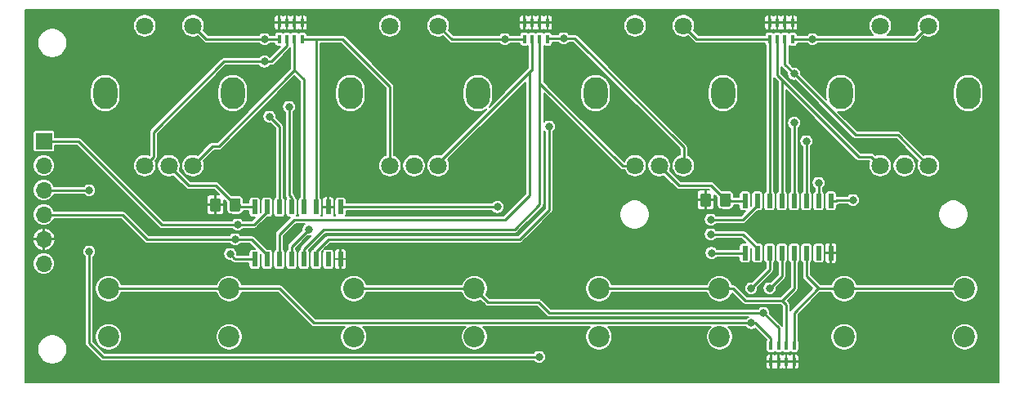
<source format=gbr>
G04 #@! TF.GenerationSoftware,KiCad,Pcbnew,5.0.1+dfsg1-2*
G04 #@! TF.CreationDate,2019-02-06T11:22:59+01:00*
G04 #@! TF.ProjectId,encoder-board,656E636F6465722D626F6172642E6B69,rev?*
G04 #@! TF.SameCoordinates,Original*
G04 #@! TF.FileFunction,Copper,L1,Top,Signal*
G04 #@! TF.FilePolarity,Positive*
%FSLAX46Y46*%
G04 Gerber Fmt 4.6, Leading zero omitted, Abs format (unit mm)*
G04 Created by KiCad (PCBNEW 5.0.1+dfsg1-2) date Mi 06 Feb 2019 11:22:59 CET*
%MOMM*%
%LPD*%
G01*
G04 APERTURE LIST*
G04 #@! TA.AperFunction,Conductor*
%ADD10C,0.100000*%
G04 #@! TD*
G04 #@! TA.AperFunction,SMDPad,CuDef*
%ADD11C,1.150000*%
G04 #@! TD*
G04 #@! TA.AperFunction,ComponentPad*
%ADD12O,1.700000X1.700000*%
G04 #@! TD*
G04 #@! TA.AperFunction,ComponentPad*
%ADD13R,1.700000X1.700000*%
G04 #@! TD*
G04 #@! TA.AperFunction,SMDPad,CuDef*
%ADD14R,0.400000X0.900000*%
G04 #@! TD*
G04 #@! TA.AperFunction,ComponentPad*
%ADD15O,2.500000X3.300000*%
G04 #@! TD*
G04 #@! TA.AperFunction,ComponentPad*
%ADD16C,1.800000*%
G04 #@! TD*
G04 #@! TA.AperFunction,ComponentPad*
%ADD17C,2.200000*%
G04 #@! TD*
G04 #@! TA.AperFunction,SMDPad,CuDef*
%ADD18R,0.600000X1.500000*%
G04 #@! TD*
G04 #@! TA.AperFunction,ViaPad*
%ADD19C,0.800000*%
G04 #@! TD*
G04 #@! TA.AperFunction,Conductor*
%ADD20C,0.250000*%
G04 #@! TD*
G04 #@! TA.AperFunction,Conductor*
%ADD21C,0.200000*%
G04 #@! TD*
G04 APERTURE END LIST*
D10*
G04 #@! TO.N,GND*
G04 #@! TO.C,C2*
G36*
X174076505Y-104457204D02*
X174100773Y-104460804D01*
X174124572Y-104466765D01*
X174147671Y-104475030D01*
X174169850Y-104485520D01*
X174190893Y-104498132D01*
X174210599Y-104512747D01*
X174228777Y-104529223D01*
X174245253Y-104547401D01*
X174259868Y-104567107D01*
X174272480Y-104588150D01*
X174282970Y-104610329D01*
X174291235Y-104633428D01*
X174297196Y-104657227D01*
X174300796Y-104681495D01*
X174302000Y-104705999D01*
X174302000Y-105606001D01*
X174300796Y-105630505D01*
X174297196Y-105654773D01*
X174291235Y-105678572D01*
X174282970Y-105701671D01*
X174272480Y-105723850D01*
X174259868Y-105744893D01*
X174245253Y-105764599D01*
X174228777Y-105782777D01*
X174210599Y-105799253D01*
X174190893Y-105813868D01*
X174169850Y-105826480D01*
X174147671Y-105836970D01*
X174124572Y-105845235D01*
X174100773Y-105851196D01*
X174076505Y-105854796D01*
X174052001Y-105856000D01*
X173401999Y-105856000D01*
X173377495Y-105854796D01*
X173353227Y-105851196D01*
X173329428Y-105845235D01*
X173306329Y-105836970D01*
X173284150Y-105826480D01*
X173263107Y-105813868D01*
X173243401Y-105799253D01*
X173225223Y-105782777D01*
X173208747Y-105764599D01*
X173194132Y-105744893D01*
X173181520Y-105723850D01*
X173171030Y-105701671D01*
X173162765Y-105678572D01*
X173156804Y-105654773D01*
X173153204Y-105630505D01*
X173152000Y-105606001D01*
X173152000Y-104705999D01*
X173153204Y-104681495D01*
X173156804Y-104657227D01*
X173162765Y-104633428D01*
X173171030Y-104610329D01*
X173181520Y-104588150D01*
X173194132Y-104567107D01*
X173208747Y-104547401D01*
X173225223Y-104529223D01*
X173243401Y-104512747D01*
X173263107Y-104498132D01*
X173284150Y-104485520D01*
X173306329Y-104475030D01*
X173329428Y-104466765D01*
X173353227Y-104460804D01*
X173377495Y-104457204D01*
X173401999Y-104456000D01*
X174052001Y-104456000D01*
X174076505Y-104457204D01*
X174076505Y-104457204D01*
G37*
D11*
G04 #@! TD*
G04 #@! TO.P,C2,2*
G04 #@! TO.N,GND*
X173727000Y-105156000D03*
D10*
G04 #@! TO.N,+3V3*
G04 #@! TO.C,C2*
G36*
X176126505Y-104457204D02*
X176150773Y-104460804D01*
X176174572Y-104466765D01*
X176197671Y-104475030D01*
X176219850Y-104485520D01*
X176240893Y-104498132D01*
X176260599Y-104512747D01*
X176278777Y-104529223D01*
X176295253Y-104547401D01*
X176309868Y-104567107D01*
X176322480Y-104588150D01*
X176332970Y-104610329D01*
X176341235Y-104633428D01*
X176347196Y-104657227D01*
X176350796Y-104681495D01*
X176352000Y-104705999D01*
X176352000Y-105606001D01*
X176350796Y-105630505D01*
X176347196Y-105654773D01*
X176341235Y-105678572D01*
X176332970Y-105701671D01*
X176322480Y-105723850D01*
X176309868Y-105744893D01*
X176295253Y-105764599D01*
X176278777Y-105782777D01*
X176260599Y-105799253D01*
X176240893Y-105813868D01*
X176219850Y-105826480D01*
X176197671Y-105836970D01*
X176174572Y-105845235D01*
X176150773Y-105851196D01*
X176126505Y-105854796D01*
X176102001Y-105856000D01*
X175451999Y-105856000D01*
X175427495Y-105854796D01*
X175403227Y-105851196D01*
X175379428Y-105845235D01*
X175356329Y-105836970D01*
X175334150Y-105826480D01*
X175313107Y-105813868D01*
X175293401Y-105799253D01*
X175275223Y-105782777D01*
X175258747Y-105764599D01*
X175244132Y-105744893D01*
X175231520Y-105723850D01*
X175221030Y-105701671D01*
X175212765Y-105678572D01*
X175206804Y-105654773D01*
X175203204Y-105630505D01*
X175202000Y-105606001D01*
X175202000Y-104705999D01*
X175203204Y-104681495D01*
X175206804Y-104657227D01*
X175212765Y-104633428D01*
X175221030Y-104610329D01*
X175231520Y-104588150D01*
X175244132Y-104567107D01*
X175258747Y-104547401D01*
X175275223Y-104529223D01*
X175293401Y-104512747D01*
X175313107Y-104498132D01*
X175334150Y-104485520D01*
X175356329Y-104475030D01*
X175379428Y-104466765D01*
X175403227Y-104460804D01*
X175427495Y-104457204D01*
X175451999Y-104456000D01*
X176102001Y-104456000D01*
X176126505Y-104457204D01*
X176126505Y-104457204D01*
G37*
D11*
G04 #@! TD*
G04 #@! TO.P,C2,1*
G04 #@! TO.N,+3V3*
X175777000Y-105156000D03*
D10*
G04 #@! TO.N,GND*
G04 #@! TO.C,C1*
G36*
X123276505Y-104965204D02*
X123300773Y-104968804D01*
X123324572Y-104974765D01*
X123347671Y-104983030D01*
X123369850Y-104993520D01*
X123390893Y-105006132D01*
X123410599Y-105020747D01*
X123428777Y-105037223D01*
X123445253Y-105055401D01*
X123459868Y-105075107D01*
X123472480Y-105096150D01*
X123482970Y-105118329D01*
X123491235Y-105141428D01*
X123497196Y-105165227D01*
X123500796Y-105189495D01*
X123502000Y-105213999D01*
X123502000Y-106114001D01*
X123500796Y-106138505D01*
X123497196Y-106162773D01*
X123491235Y-106186572D01*
X123482970Y-106209671D01*
X123472480Y-106231850D01*
X123459868Y-106252893D01*
X123445253Y-106272599D01*
X123428777Y-106290777D01*
X123410599Y-106307253D01*
X123390893Y-106321868D01*
X123369850Y-106334480D01*
X123347671Y-106344970D01*
X123324572Y-106353235D01*
X123300773Y-106359196D01*
X123276505Y-106362796D01*
X123252001Y-106364000D01*
X122601999Y-106364000D01*
X122577495Y-106362796D01*
X122553227Y-106359196D01*
X122529428Y-106353235D01*
X122506329Y-106344970D01*
X122484150Y-106334480D01*
X122463107Y-106321868D01*
X122443401Y-106307253D01*
X122425223Y-106290777D01*
X122408747Y-106272599D01*
X122394132Y-106252893D01*
X122381520Y-106231850D01*
X122371030Y-106209671D01*
X122362765Y-106186572D01*
X122356804Y-106162773D01*
X122353204Y-106138505D01*
X122352000Y-106114001D01*
X122352000Y-105213999D01*
X122353204Y-105189495D01*
X122356804Y-105165227D01*
X122362765Y-105141428D01*
X122371030Y-105118329D01*
X122381520Y-105096150D01*
X122394132Y-105075107D01*
X122408747Y-105055401D01*
X122425223Y-105037223D01*
X122443401Y-105020747D01*
X122463107Y-105006132D01*
X122484150Y-104993520D01*
X122506329Y-104983030D01*
X122529428Y-104974765D01*
X122553227Y-104968804D01*
X122577495Y-104965204D01*
X122601999Y-104964000D01*
X123252001Y-104964000D01*
X123276505Y-104965204D01*
X123276505Y-104965204D01*
G37*
D11*
G04 #@! TD*
G04 #@! TO.P,C1,2*
G04 #@! TO.N,GND*
X122927000Y-105664000D03*
D10*
G04 #@! TO.N,+3V3*
G04 #@! TO.C,C1*
G36*
X125326505Y-104965204D02*
X125350773Y-104968804D01*
X125374572Y-104974765D01*
X125397671Y-104983030D01*
X125419850Y-104993520D01*
X125440893Y-105006132D01*
X125460599Y-105020747D01*
X125478777Y-105037223D01*
X125495253Y-105055401D01*
X125509868Y-105075107D01*
X125522480Y-105096150D01*
X125532970Y-105118329D01*
X125541235Y-105141428D01*
X125547196Y-105165227D01*
X125550796Y-105189495D01*
X125552000Y-105213999D01*
X125552000Y-106114001D01*
X125550796Y-106138505D01*
X125547196Y-106162773D01*
X125541235Y-106186572D01*
X125532970Y-106209671D01*
X125522480Y-106231850D01*
X125509868Y-106252893D01*
X125495253Y-106272599D01*
X125478777Y-106290777D01*
X125460599Y-106307253D01*
X125440893Y-106321868D01*
X125419850Y-106334480D01*
X125397671Y-106344970D01*
X125374572Y-106353235D01*
X125350773Y-106359196D01*
X125326505Y-106362796D01*
X125302001Y-106364000D01*
X124651999Y-106364000D01*
X124627495Y-106362796D01*
X124603227Y-106359196D01*
X124579428Y-106353235D01*
X124556329Y-106344970D01*
X124534150Y-106334480D01*
X124513107Y-106321868D01*
X124493401Y-106307253D01*
X124475223Y-106290777D01*
X124458747Y-106272599D01*
X124444132Y-106252893D01*
X124431520Y-106231850D01*
X124421030Y-106209671D01*
X124412765Y-106186572D01*
X124406804Y-106162773D01*
X124403204Y-106138505D01*
X124402000Y-106114001D01*
X124402000Y-105213999D01*
X124403204Y-105189495D01*
X124406804Y-105165227D01*
X124412765Y-105141428D01*
X124421030Y-105118329D01*
X124431520Y-105096150D01*
X124444132Y-105075107D01*
X124458747Y-105055401D01*
X124475223Y-105037223D01*
X124493401Y-105020747D01*
X124513107Y-105006132D01*
X124534150Y-104993520D01*
X124556329Y-104983030D01*
X124579428Y-104974765D01*
X124603227Y-104968804D01*
X124627495Y-104965204D01*
X124651999Y-104964000D01*
X125302001Y-104964000D01*
X125326505Y-104965204D01*
X125326505Y-104965204D01*
G37*
D11*
G04 #@! TD*
G04 #@! TO.P,C1,1*
G04 #@! TO.N,+3V3*
X124977000Y-105664000D03*
D12*
G04 #@! TO.P,J1,6*
G04 #@! TO.N,+3V3*
X105156000Y-111760000D03*
G04 #@! TO.P,J1,5*
G04 #@! TO.N,GND*
X105156000Y-109220000D03*
G04 #@! TO.P,J1,4*
G04 #@! TO.N,/CLK*
X105156000Y-106680000D03*
G04 #@! TO.P,J1,3*
G04 #@! TO.N,/DOUT*
X105156000Y-104140000D03*
G04 #@! TO.P,J1,2*
G04 #@! TO.N,/~PL*
X105156000Y-101600000D03*
D13*
G04 #@! TO.P,J1,1*
G04 #@! TO.N,/~CE*
X105156000Y-99060000D03*
G04 #@! TD*
D14*
G04 #@! TO.P,RN1,8*
G04 #@! TO.N,GND*
X129540000Y-86780000D03*
G04 #@! TO.P,RN1,7*
X130340000Y-86780000D03*
G04 #@! TO.P,RN1,6*
X131140000Y-86780000D03*
G04 #@! TO.P,RN1,5*
X131940000Y-86780000D03*
G04 #@! TO.P,RN1,4*
G04 #@! TO.N,/SW2-A*
X131940000Y-88480000D03*
G04 #@! TO.P,RN1,3*
G04 #@! TO.N,/SW1-B*
X131140000Y-88480000D03*
G04 #@! TO.P,RN1,2*
G04 #@! TO.N,/SW1-A*
X130340000Y-88480000D03*
G04 #@! TO.P,RN1,1*
G04 #@! TO.N,/SW1-S*
X129540000Y-88480000D03*
G04 #@! TD*
G04 #@! TO.P,RN2,8*
G04 #@! TO.N,GND*
X154940000Y-86780000D03*
G04 #@! TO.P,RN2,7*
X155740000Y-86780000D03*
G04 #@! TO.P,RN2,6*
X156540000Y-86780000D03*
G04 #@! TO.P,RN2,5*
X157340000Y-86780000D03*
G04 #@! TO.P,RN2,4*
G04 #@! TO.N,/SW3-B*
X157340000Y-88480000D03*
G04 #@! TO.P,RN2,3*
G04 #@! TO.N,/SW3-A*
X156540000Y-88480000D03*
G04 #@! TO.P,RN2,2*
G04 #@! TO.N,/SW2-B*
X155740000Y-88480000D03*
G04 #@! TO.P,RN2,1*
G04 #@! TO.N,/SW2-S*
X154940000Y-88480000D03*
G04 #@! TD*
G04 #@! TO.P,RN3,8*
G04 #@! TO.N,GND*
X180340000Y-86780000D03*
G04 #@! TO.P,RN3,7*
X181140000Y-86780000D03*
G04 #@! TO.P,RN3,6*
X181940000Y-86780000D03*
G04 #@! TO.P,RN3,5*
X182740000Y-86780000D03*
G04 #@! TO.P,RN3,4*
G04 #@! TO.N,/SW4-S*
X182740000Y-88480000D03*
G04 #@! TO.P,RN3,3*
G04 #@! TO.N,/SW4-B*
X181940000Y-88480000D03*
G04 #@! TO.P,RN3,2*
G04 #@! TO.N,/SW4-A*
X181140000Y-88480000D03*
G04 #@! TO.P,RN3,1*
G04 #@! TO.N,/SW3-S*
X180340000Y-88480000D03*
G04 #@! TD*
G04 #@! TO.P,RN4,8*
G04 #@! TO.N,GND*
X182880000Y-121920000D03*
G04 #@! TO.P,RN4,7*
X182080000Y-121920000D03*
G04 #@! TO.P,RN4,6*
X181280000Y-121920000D03*
G04 #@! TO.P,RN4,5*
X180480000Y-121920000D03*
G04 #@! TO.P,RN4,4*
G04 #@! TO.N,/SW5-S*
X180480000Y-120220000D03*
G04 #@! TO.P,RN4,3*
G04 #@! TO.N,/SW6-S*
X181280000Y-120220000D03*
G04 #@! TO.P,RN4,2*
G04 #@! TO.N,/SW7-S*
X182080000Y-120220000D03*
G04 #@! TO.P,RN4,1*
G04 #@! TO.N,/SW8-S*
X182880000Y-120220000D03*
G04 #@! TD*
D15*
G04 #@! TO.P,SW2,SH2*
G04 #@! TO.N,N/C*
X150110000Y-94100000D03*
G04 #@! TO.P,SW2,SH1*
X136910000Y-94100000D03*
D16*
G04 #@! TO.P,SW2,S1*
G04 #@! TO.N,+3V3*
X141010000Y-87100000D03*
G04 #@! TO.P,SW2,S2*
G04 #@! TO.N,/SW2-S*
X146010000Y-87100000D03*
G04 #@! TO.P,SW2,B*
G04 #@! TO.N,/SW2-B*
X146010000Y-101600000D03*
G04 #@! TO.P,SW2,C*
G04 #@! TO.N,+3V3*
X143510000Y-101600000D03*
G04 #@! TO.P,SW2,A*
G04 #@! TO.N,/SW2-A*
X141010000Y-101600000D03*
G04 #@! TD*
D15*
G04 #@! TO.P,SW4,SH2*
G04 #@! TO.N,N/C*
X200910000Y-94100000D03*
G04 #@! TO.P,SW4,SH1*
X187710000Y-94100000D03*
D16*
G04 #@! TO.P,SW4,S1*
G04 #@! TO.N,+3V3*
X191810000Y-87100000D03*
G04 #@! TO.P,SW4,S2*
G04 #@! TO.N,/SW4-S*
X196810000Y-87100000D03*
G04 #@! TO.P,SW4,B*
G04 #@! TO.N,/SW4-B*
X196810000Y-101600000D03*
G04 #@! TO.P,SW4,C*
G04 #@! TO.N,+3V3*
X194310000Y-101600000D03*
G04 #@! TO.P,SW4,A*
G04 #@! TO.N,/SW4-A*
X191810000Y-101600000D03*
G04 #@! TD*
D15*
G04 #@! TO.P,SW1,SH2*
G04 #@! TO.N,N/C*
X124710000Y-94100000D03*
G04 #@! TO.P,SW1,SH1*
X111510000Y-94100000D03*
D16*
G04 #@! TO.P,SW1,S1*
G04 #@! TO.N,+3V3*
X115610000Y-87100000D03*
G04 #@! TO.P,SW1,S2*
G04 #@! TO.N,/SW1-S*
X120610000Y-87100000D03*
G04 #@! TO.P,SW1,B*
G04 #@! TO.N,/SW1-B*
X120610000Y-101600000D03*
G04 #@! TO.P,SW1,C*
G04 #@! TO.N,+3V3*
X118110000Y-101600000D03*
G04 #@! TO.P,SW1,A*
G04 #@! TO.N,/SW1-A*
X115610000Y-101600000D03*
G04 #@! TD*
D15*
G04 #@! TO.P,SW3,SH2*
G04 #@! TO.N,N/C*
X175510000Y-94100000D03*
G04 #@! TO.P,SW3,SH1*
X162310000Y-94100000D03*
D16*
G04 #@! TO.P,SW3,S1*
G04 #@! TO.N,+3V3*
X166410000Y-87100000D03*
G04 #@! TO.P,SW3,S2*
G04 #@! TO.N,/SW3-S*
X171410000Y-87100000D03*
G04 #@! TO.P,SW3,B*
G04 #@! TO.N,/SW3-B*
X171410000Y-101600000D03*
G04 #@! TO.P,SW3,C*
G04 #@! TO.N,+3V3*
X168910000Y-101600000D03*
G04 #@! TO.P,SW3,A*
G04 #@! TO.N,/SW3-A*
X166410000Y-101600000D03*
G04 #@! TD*
D17*
G04 #@! TO.P,SW5,4*
G04 #@! TO.N,/SW5-S*
X111860000Y-114340000D03*
G04 #@! TO.P,SW5,3*
X124360000Y-114340000D03*
G04 #@! TO.P,SW5,2*
G04 #@! TO.N,+3V3*
X124360000Y-119340000D03*
G04 #@! TO.P,SW5,1*
X111860000Y-119340000D03*
G04 #@! TD*
G04 #@! TO.P,SW6,4*
G04 #@! TO.N,/SW6-S*
X137260000Y-114340000D03*
G04 #@! TO.P,SW6,3*
X149760000Y-114340000D03*
G04 #@! TO.P,SW6,2*
G04 #@! TO.N,+3V3*
X149760000Y-119340000D03*
G04 #@! TO.P,SW6,1*
X137260000Y-119340000D03*
G04 #@! TD*
G04 #@! TO.P,SW7,4*
G04 #@! TO.N,/SW7-S*
X162660000Y-114340000D03*
G04 #@! TO.P,SW7,3*
X175160000Y-114340000D03*
G04 #@! TO.P,SW7,2*
G04 #@! TO.N,+3V3*
X175160000Y-119340000D03*
G04 #@! TO.P,SW7,1*
X162660000Y-119340000D03*
G04 #@! TD*
G04 #@! TO.P,SW8,4*
G04 #@! TO.N,/SW8-S*
X188060000Y-114340000D03*
G04 #@! TO.P,SW8,3*
X200560000Y-114340000D03*
G04 #@! TO.P,SW8,2*
G04 #@! TO.N,+3V3*
X200560000Y-119340000D03*
G04 #@! TO.P,SW8,1*
X188060000Y-119340000D03*
G04 #@! TD*
D18*
G04 #@! TO.P,U2,16*
G04 #@! TO.N,+3V3*
X177800000Y-105250000D03*
G04 #@! TO.P,U2,15*
G04 #@! TO.N,/~CE*
X179070000Y-105250000D03*
G04 #@! TO.P,U2,14*
G04 #@! TO.N,/SW3-S*
X180340000Y-105250000D03*
G04 #@! TO.P,U2,13*
G04 #@! TO.N,/SW4-A*
X181610000Y-105250000D03*
G04 #@! TO.P,U2,12*
G04 #@! TO.N,/SW4-B*
X182880000Y-105250000D03*
G04 #@! TO.P,U2,11*
G04 #@! TO.N,/SW4-S*
X184150000Y-105250000D03*
G04 #@! TO.P,U2,10*
G04 #@! TO.N,/DATA*
X185420000Y-105250000D03*
G04 #@! TO.P,U2,9*
G04 #@! TO.N,/DOUT*
X186690000Y-105250000D03*
G04 #@! TO.P,U2,8*
G04 #@! TO.N,GND*
X186690000Y-110650000D03*
G04 #@! TO.P,U2,7*
G04 #@! TO.N,Net-(U2-Pad7)*
X185420000Y-110650000D03*
G04 #@! TO.P,U2,6*
G04 #@! TO.N,/SW8-S*
X184150000Y-110650000D03*
G04 #@! TO.P,U2,5*
G04 #@! TO.N,/SW7-S*
X182880000Y-110650000D03*
G04 #@! TO.P,U2,4*
G04 #@! TO.N,/SW6-S*
X181610000Y-110650000D03*
G04 #@! TO.P,U2,3*
G04 #@! TO.N,/SW5-S*
X180340000Y-110650000D03*
G04 #@! TO.P,U2,2*
G04 #@! TO.N,/CLK*
X179070000Y-110650000D03*
G04 #@! TO.P,U2,1*
G04 #@! TO.N,/~PL*
X177800000Y-110650000D03*
G04 #@! TD*
G04 #@! TO.P,U1,16*
G04 #@! TO.N,+3V3*
X127000000Y-105885000D03*
G04 #@! TO.P,U1,15*
G04 #@! TO.N,/~CE*
X128270000Y-105885000D03*
G04 #@! TO.P,U1,14*
G04 #@! TO.N,/SW1-A*
X129540000Y-105885000D03*
G04 #@! TO.P,U1,13*
G04 #@! TO.N,/SW1-S*
X130810000Y-105885000D03*
G04 #@! TO.P,U1,12*
G04 #@! TO.N,/SW1-B*
X132080000Y-105885000D03*
G04 #@! TO.P,U1,11*
G04 #@! TO.N,/SW2-A*
X133350000Y-105885000D03*
G04 #@! TO.P,U1,10*
G04 #@! TO.N,GND*
X134620000Y-105885000D03*
G04 #@! TO.P,U1,9*
G04 #@! TO.N,/DATA*
X135890000Y-105885000D03*
G04 #@! TO.P,U1,8*
G04 #@! TO.N,GND*
X135890000Y-111285000D03*
G04 #@! TO.P,U1,7*
G04 #@! TO.N,Net-(U1-Pad7)*
X134620000Y-111285000D03*
G04 #@! TO.P,U1,6*
G04 #@! TO.N,/SW3-B*
X133350000Y-111285000D03*
G04 #@! TO.P,U1,5*
G04 #@! TO.N,/SW3-A*
X132080000Y-111285000D03*
G04 #@! TO.P,U1,4*
G04 #@! TO.N,/SW2-S*
X130810000Y-111285000D03*
G04 #@! TO.P,U1,3*
G04 #@! TO.N,/SW2-B*
X129540000Y-111285000D03*
G04 #@! TO.P,U1,2*
G04 #@! TO.N,/CLK*
X128270000Y-111285000D03*
G04 #@! TO.P,U1,1*
G04 #@! TO.N,/~PL*
X127000000Y-111285000D03*
G04 #@! TD*
D19*
G04 #@! TO.N,/~PL*
X124460000Y-110744000D03*
X174338000Y-110650000D03*
G04 #@! TO.N,/CLK*
X124968000Y-109220000D03*
X174244000Y-108712000D03*
G04 #@! TO.N,/SW2-S*
X152908000Y-88480000D03*
X132588000Y-108204012D03*
G04 #@! TO.N,/SW3-B*
X159004000Y-88392000D03*
X157480000Y-97536000D03*
G04 #@! TO.N,/SW1-A*
X128524000Y-96520000D03*
X128016000Y-90805000D03*
G04 #@! TO.N,/SW1-S*
X130556000Y-95504000D03*
X128016000Y-88480000D03*
G04 #@! TO.N,/~CE*
X125222022Y-107696028D03*
X174244000Y-107188000D03*
G04 #@! TO.N,/SW4-S*
X184785000Y-88480000D03*
X184150000Y-99060000D03*
G04 #@! TO.N,/SW4-B*
X182880000Y-92075000D03*
X182880000Y-97155000D03*
G04 #@! TO.N,/DOUT*
X156464006Y-121412000D03*
X188976000Y-105156000D03*
X109855000Y-104140000D03*
X109855000Y-110490000D03*
G04 #@! TO.N,/SW6-S*
X179705000Y-116840000D03*
X180340000Y-114300000D03*
G04 #@! TO.N,/SW5-S*
X178435000Y-114300000D03*
X178435000Y-117914999D03*
G04 #@! TO.N,/DATA*
X185420000Y-103378000D03*
X152146000Y-105885000D03*
G04 #@! TD*
D20*
G04 #@! TO.N,/~PL*
X127000000Y-111285000D02*
X125001000Y-111285000D01*
X124859999Y-111143999D02*
X124460000Y-110744000D01*
X125001000Y-111285000D02*
X124859999Y-111143999D01*
X177800000Y-110650000D02*
X174338000Y-110650000D01*
X174338000Y-110650000D02*
X174338000Y-110650000D01*
G04 #@! TO.N,/CLK*
X126655000Y-109220000D02*
X125533685Y-109220000D01*
X128270000Y-111285000D02*
X128270000Y-110835000D01*
X128270000Y-110835000D02*
X126655000Y-109220000D01*
X125533685Y-109220000D02*
X124968000Y-109220000D01*
X177582000Y-108712000D02*
X174244000Y-108712000D01*
X179070000Y-110650000D02*
X179070000Y-110200000D01*
X179070000Y-110200000D02*
X177582000Y-108712000D01*
X174244000Y-108712000D02*
X174244000Y-108712000D01*
X124968000Y-109220000D02*
X115824000Y-109220000D01*
X113284000Y-106680000D02*
X105156000Y-106680000D01*
X115824000Y-109220000D02*
X113284000Y-106680000D01*
G04 #@! TO.N,/SW2-B*
X146010000Y-101600000D02*
X146010000Y-101386000D01*
X146010000Y-101386000D02*
X155740000Y-91656000D01*
X155740000Y-91440000D02*
X155740000Y-88480000D01*
X155740000Y-91656000D02*
X155740000Y-91440000D01*
X155448000Y-91948000D02*
X155740000Y-91656000D01*
X131064000Y-107188000D02*
X152908000Y-107188000D01*
X129540000Y-111285000D02*
X129540000Y-108712000D01*
X155448000Y-104648000D02*
X155448000Y-91948000D01*
X152908000Y-107188000D02*
X155448000Y-104648000D01*
X129540000Y-108712000D02*
X131064000Y-107188000D01*
G04 #@! TO.N,/SW2-S*
X147408000Y-88480000D02*
X152908000Y-88480000D01*
X154490000Y-88480000D02*
X154940000Y-88480000D01*
X146010000Y-87100000D02*
X146028000Y-87100000D01*
X146028000Y-87100000D02*
X147408000Y-88480000D01*
X152908000Y-88480000D02*
X154490000Y-88480000D01*
X130810000Y-109982012D02*
X132188001Y-108604011D01*
X132188001Y-108604011D02*
X132588000Y-108204012D01*
X130810000Y-111285000D02*
X130810000Y-109982012D01*
G04 #@! TO.N,/SW3-A*
X166410000Y-101600000D02*
X165100000Y-101600000D01*
X156540000Y-93040000D02*
X156540000Y-88480000D01*
X165100000Y-101600000D02*
X156540000Y-93040000D01*
X134112000Y-108204000D02*
X153924000Y-108204000D01*
X132080000Y-111285000D02*
X132080000Y-110236000D01*
X156540000Y-105588000D02*
X156540000Y-93040000D01*
X153924000Y-108204000D02*
X156540000Y-105588000D01*
X132080000Y-110236000D02*
X134112000Y-108204000D01*
G04 #@! TO.N,/SW3-B*
X160147000Y-88392000D02*
X159004000Y-88392000D01*
X171450000Y-99695000D02*
X160147000Y-88392000D01*
X171410000Y-101600000D02*
X171450000Y-101560000D01*
X171450000Y-101560000D02*
X171450000Y-99695000D01*
X157428000Y-88392000D02*
X157340000Y-88480000D01*
X159004000Y-88392000D02*
X157428000Y-88392000D01*
X157480000Y-106172000D02*
X157480000Y-99568000D01*
X154432000Y-109220000D02*
X157480000Y-106172000D01*
X134620000Y-109220000D02*
X154432000Y-109220000D01*
X157480000Y-99568000D02*
X157480000Y-97536000D01*
X133350000Y-111285000D02*
X133350000Y-110490000D01*
X133350000Y-110490000D02*
X134620000Y-109220000D01*
G04 #@! TO.N,/SW1-A*
X116509999Y-100700001D02*
X116509999Y-98120001D01*
X115610000Y-101600000D02*
X116509999Y-100700001D01*
X116509999Y-98120001D02*
X123825000Y-90805000D01*
X128715000Y-90805000D02*
X128715000Y-90805000D01*
X130340000Y-89180000D02*
X130340000Y-88480000D01*
X123825000Y-90805000D02*
X128715000Y-90805000D01*
X129540000Y-105885000D02*
X129540000Y-97536000D01*
X129540000Y-97536000D02*
X128524000Y-96520000D01*
X128524000Y-96520000D02*
X128524000Y-96520000D01*
X128715000Y-90805000D02*
X130340000Y-89180000D01*
G04 #@! TO.N,/SW1-B*
X131140000Y-91745000D02*
X131140000Y-88480000D01*
X123317000Y-99568000D02*
X131140000Y-91745000D01*
X120610000Y-101600000D02*
X122642000Y-99568000D01*
X122642000Y-99568000D02*
X123317000Y-99568000D01*
X132080000Y-92685000D02*
X131140000Y-91745000D01*
X132080000Y-105885000D02*
X132080000Y-92685000D01*
G04 #@! TO.N,/SW1-S*
X121990000Y-88480000D02*
X128016000Y-88480000D01*
X120610000Y-87100000D02*
X121990000Y-88480000D01*
X130810000Y-104885000D02*
X130556000Y-104631000D01*
X130810000Y-105885000D02*
X130810000Y-104885000D01*
X130556000Y-104631000D02*
X130556000Y-95504000D01*
X130556000Y-95504000D02*
X130556000Y-95504000D01*
X128231000Y-88480000D02*
X129540000Y-88480000D01*
G04 #@! TO.N,/SW2-A*
X141010000Y-101600000D02*
X141010000Y-93385000D01*
X141010000Y-93385000D02*
X136105000Y-88480000D01*
X133350000Y-105885000D02*
X133350000Y-88480000D01*
X136105000Y-88480000D02*
X133350000Y-88480000D01*
X133350000Y-88480000D02*
X131940000Y-88480000D01*
G04 #@! TO.N,/~CE*
X125222000Y-107696000D02*
X125222000Y-107696000D01*
X128270000Y-105885000D02*
X128270000Y-106335000D01*
X126908972Y-107696028D02*
X125787707Y-107696028D01*
X125787707Y-107696028D02*
X125222022Y-107696028D01*
X128270000Y-106335000D02*
X126908972Y-107696028D01*
X179070000Y-105250000D02*
X179070000Y-105700000D01*
X177582000Y-107188000D02*
X174244000Y-107188000D01*
X179070000Y-105700000D02*
X177582000Y-107188000D01*
X174244000Y-107188000D02*
X174244000Y-107188000D01*
X125222022Y-107696028D02*
X117348028Y-107696028D01*
X108712000Y-99060000D02*
X105156000Y-99060000D01*
X117348028Y-107696028D02*
X108712000Y-99060000D01*
G04 #@! TO.N,+3V3*
X175871000Y-105250000D02*
X175777000Y-105156000D01*
X177800000Y-105250000D02*
X175871000Y-105250000D01*
X175153628Y-104532628D02*
X175777000Y-105156000D01*
X174253000Y-103632000D02*
X175153628Y-104532628D01*
X168910000Y-101600000D02*
X170942000Y-103632000D01*
X170942000Y-103632000D02*
X174253000Y-103632000D01*
X125198000Y-105885000D02*
X124977000Y-105664000D01*
X127000000Y-105885000D02*
X125198000Y-105885000D01*
X124353628Y-105040628D02*
X124977000Y-105664000D01*
X122945000Y-103632000D02*
X124353628Y-105040628D01*
X118110000Y-101600000D02*
X120142000Y-103632000D01*
X120142000Y-103632000D02*
X122945000Y-103632000D01*
G04 #@! TO.N,/SW4-S*
X195430000Y-88480000D02*
X196810000Y-87100000D01*
X182740000Y-88480000D02*
X184785000Y-88480000D01*
X184785000Y-88480000D02*
X195430000Y-88480000D01*
X184150000Y-105250000D02*
X184150000Y-99060000D01*
X184150000Y-99060000D02*
X184150000Y-99060000D01*
G04 #@! TO.N,/SW4-B*
X181940000Y-91135000D02*
X181940000Y-89180000D01*
X189230000Y-98425000D02*
X182880000Y-92075000D01*
X181940000Y-89180000D02*
X181940000Y-88480000D01*
X196810000Y-101600000D02*
X193635000Y-98425000D01*
X193635000Y-98425000D02*
X189230000Y-98425000D01*
X182880000Y-105250000D02*
X182880000Y-97155000D01*
X182880000Y-92075000D02*
X181940000Y-91135000D01*
X182880000Y-97155000D02*
X182880000Y-97155000D01*
G04 #@! TO.N,/SW4-A*
X181140000Y-89180000D02*
X181140000Y-88480000D01*
X181140000Y-92240000D02*
X181140000Y-89180000D01*
X189600001Y-100700001D02*
X181140000Y-92240000D01*
X191810000Y-101600000D02*
X190910001Y-100700001D01*
X190910001Y-100700001D02*
X189600001Y-100700001D01*
X181610000Y-92710000D02*
X181140000Y-92240000D01*
X181610000Y-105250000D02*
X181610000Y-92710000D01*
G04 #@! TO.N,/SW3-S*
X172790000Y-88480000D02*
X171410000Y-87100000D01*
X180340000Y-88480000D02*
X172790000Y-88480000D01*
X180340000Y-105250000D02*
X180340000Y-88480000D01*
G04 #@! TO.N,/DOUT*
X187240000Y-105250000D02*
X187334000Y-105156000D01*
X186690000Y-105250000D02*
X187240000Y-105250000D01*
X187334000Y-105156000D02*
X188976000Y-105156000D01*
X188976000Y-105156000D02*
X188976000Y-105156000D01*
X105156000Y-104140000D02*
X109855000Y-104140000D01*
X109855000Y-111055685D02*
X109855000Y-110490000D01*
X111252000Y-121412000D02*
X109855000Y-120015000D01*
X156464006Y-121412000D02*
X111252000Y-121412000D01*
X109855000Y-120015000D02*
X109855000Y-111055685D01*
G04 #@! TO.N,/SW8-S*
X200560000Y-114340000D02*
X188060000Y-114340000D01*
X188060000Y-114340000D02*
X186504366Y-114340000D01*
X182880000Y-116840000D02*
X182880000Y-120220000D01*
X186504366Y-114340000D02*
X185380000Y-114340000D01*
X185380000Y-114340000D02*
X182880000Y-116840000D01*
X184150000Y-113030000D02*
X184150000Y-111650000D01*
X184150000Y-111650000D02*
X184150000Y-110650000D01*
X186504366Y-114340000D02*
X185460000Y-114340000D01*
X185460000Y-114340000D02*
X184150000Y-113030000D01*
G04 #@! TO.N,/SW7-S*
X162660000Y-114340000D02*
X175160000Y-114340000D01*
X176570000Y-114340000D02*
X175160000Y-114340000D01*
X177800000Y-115570000D02*
X176570000Y-114340000D01*
X182080000Y-120220000D02*
X182080000Y-116040000D01*
X182080000Y-116040000D02*
X181610000Y-115570000D01*
X181610000Y-115570000D02*
X180975000Y-115570000D01*
X180975000Y-115570000D02*
X177800000Y-115570000D01*
X182880000Y-114300000D02*
X182880000Y-110650000D01*
X181610000Y-115570000D02*
X182880000Y-114300000D01*
G04 #@! TO.N,/SW6-S*
X137260000Y-114340000D02*
X149760000Y-114340000D01*
X151185001Y-115765001D02*
X149760000Y-114340000D01*
X156405001Y-115765001D02*
X151185001Y-115765001D01*
X179705000Y-116840000D02*
X179705000Y-116840000D01*
X157480000Y-116840000D02*
X156405001Y-115765001D01*
X181280000Y-120220000D02*
X181280000Y-118415000D01*
X181280000Y-118415000D02*
X179705000Y-116840000D01*
X181610000Y-110650000D02*
X181610000Y-113030000D01*
X181610000Y-113030000D02*
X180340000Y-114300000D01*
X179705000Y-116840000D02*
X157480000Y-116840000D01*
X180340000Y-114300000D02*
X180340000Y-114300000D01*
G04 #@! TO.N,/SW5-S*
X111860000Y-114340000D02*
X124360000Y-114340000D01*
X178874999Y-117914999D02*
X178435000Y-117914999D01*
X180480000Y-120220000D02*
X180480000Y-119520000D01*
X180480000Y-119520000D02*
X178874999Y-117914999D01*
X180340000Y-110650000D02*
X180340000Y-112395000D01*
X180340000Y-112395000D02*
X178435000Y-114300000D01*
X178435000Y-114300000D02*
X178435000Y-114300000D01*
X133096000Y-117856000D02*
X129580000Y-114340000D01*
X178435000Y-117914999D02*
X178376001Y-117856000D01*
X129580000Y-114340000D02*
X124360000Y-114340000D01*
X178376001Y-117856000D02*
X133096000Y-117856000D01*
G04 #@! TO.N,/DATA*
X185420000Y-105250000D02*
X185420000Y-103378000D01*
X185420000Y-103378000D02*
X185420000Y-103378000D01*
X151351000Y-105885000D02*
X151351000Y-105885000D01*
X135890000Y-105885000D02*
X152146000Y-105885000D01*
G04 #@! TD*
D21*
G04 #@! TO.N,GND*
G36*
X204095000Y-124085000D02*
X103245000Y-124085000D01*
X103245000Y-120497338D01*
X104495000Y-120497338D01*
X104495000Y-120802662D01*
X104554565Y-121102118D01*
X104671408Y-121384200D01*
X104841036Y-121638068D01*
X105056932Y-121853964D01*
X105310800Y-122023592D01*
X105592882Y-122140435D01*
X105892338Y-122200000D01*
X106197662Y-122200000D01*
X106497118Y-122140435D01*
X106779200Y-122023592D01*
X107033068Y-121853964D01*
X107248964Y-121638068D01*
X107418592Y-121384200D01*
X107535435Y-121102118D01*
X107595000Y-120802662D01*
X107595000Y-120497338D01*
X107535435Y-120197882D01*
X107418592Y-119915800D01*
X107248964Y-119661932D01*
X107033068Y-119446036D01*
X106779200Y-119276408D01*
X106497118Y-119159565D01*
X106197662Y-119100000D01*
X105892338Y-119100000D01*
X105592882Y-119159565D01*
X105310800Y-119276408D01*
X105056932Y-119446036D01*
X104841036Y-119661932D01*
X104671408Y-119915800D01*
X104554565Y-120197882D01*
X104495000Y-120497338D01*
X103245000Y-120497338D01*
X103245000Y-111760000D01*
X104000436Y-111760000D01*
X104022640Y-111985439D01*
X104088398Y-112202215D01*
X104195184Y-112401997D01*
X104338893Y-112577107D01*
X104514003Y-112720816D01*
X104713785Y-112827602D01*
X104930561Y-112893360D01*
X105099508Y-112910000D01*
X105212492Y-112910000D01*
X105381439Y-112893360D01*
X105598215Y-112827602D01*
X105797997Y-112720816D01*
X105973107Y-112577107D01*
X106116816Y-112401997D01*
X106223602Y-112202215D01*
X106289360Y-111985439D01*
X106311564Y-111760000D01*
X106289360Y-111534561D01*
X106223602Y-111317785D01*
X106116816Y-111118003D01*
X105973107Y-110942893D01*
X105797997Y-110799184D01*
X105598215Y-110692398D01*
X105381439Y-110626640D01*
X105212492Y-110610000D01*
X105099508Y-110610000D01*
X104930561Y-110626640D01*
X104713785Y-110692398D01*
X104514003Y-110799184D01*
X104338893Y-110942893D01*
X104195184Y-111118003D01*
X104088398Y-111317785D01*
X104022640Y-111534561D01*
X104000436Y-111760000D01*
X103245000Y-111760000D01*
X103245000Y-110421056D01*
X109155000Y-110421056D01*
X109155000Y-110558944D01*
X109181901Y-110694182D01*
X109234668Y-110821574D01*
X109311274Y-110936224D01*
X109408776Y-111033726D01*
X109430000Y-111047907D01*
X109430000Y-111076558D01*
X109430001Y-111076568D01*
X109430000Y-119994133D01*
X109427945Y-120015000D01*
X109430000Y-120035867D01*
X109430000Y-120035873D01*
X109436150Y-120098313D01*
X109460452Y-120178426D01*
X109499916Y-120252259D01*
X109553026Y-120316974D01*
X109569243Y-120330283D01*
X110936721Y-121697762D01*
X110950026Y-121713974D01*
X111014740Y-121767084D01*
X111088573Y-121806548D01*
X111144383Y-121823478D01*
X111168685Y-121830850D01*
X111177098Y-121831679D01*
X111231126Y-121837000D01*
X111231132Y-121837000D01*
X111251999Y-121839055D01*
X111272866Y-121837000D01*
X155906099Y-121837000D01*
X155920280Y-121858224D01*
X156017782Y-121955726D01*
X156132432Y-122032332D01*
X156259824Y-122085099D01*
X156395062Y-122112000D01*
X156532950Y-122112000D01*
X156668188Y-122085099D01*
X156795174Y-122032500D01*
X179930000Y-122032500D01*
X179930000Y-122404472D01*
X179943450Y-122472091D01*
X179969834Y-122535787D01*
X180008137Y-122593112D01*
X180056888Y-122641863D01*
X180114213Y-122680166D01*
X180177909Y-122706550D01*
X180245528Y-122720000D01*
X180367500Y-122720000D01*
X180455000Y-122632500D01*
X180455000Y-121945000D01*
X180505000Y-121945000D01*
X180505000Y-122632500D01*
X180592500Y-122720000D01*
X180714472Y-122720000D01*
X180782091Y-122706550D01*
X180845787Y-122680166D01*
X180880000Y-122657306D01*
X180914213Y-122680166D01*
X180977909Y-122706550D01*
X181045528Y-122720000D01*
X181167500Y-122720000D01*
X181255000Y-122632500D01*
X181255000Y-121945000D01*
X181305000Y-121945000D01*
X181305000Y-122632500D01*
X181392500Y-122720000D01*
X181514472Y-122720000D01*
X181582091Y-122706550D01*
X181645787Y-122680166D01*
X181680000Y-122657306D01*
X181714213Y-122680166D01*
X181777909Y-122706550D01*
X181845528Y-122720000D01*
X181967500Y-122720000D01*
X182055000Y-122632500D01*
X182055000Y-121945000D01*
X182105000Y-121945000D01*
X182105000Y-122632500D01*
X182192500Y-122720000D01*
X182314472Y-122720000D01*
X182382091Y-122706550D01*
X182445787Y-122680166D01*
X182480000Y-122657306D01*
X182514213Y-122680166D01*
X182577909Y-122706550D01*
X182645528Y-122720000D01*
X182767500Y-122720000D01*
X182855000Y-122632500D01*
X182855000Y-121945000D01*
X182905000Y-121945000D01*
X182905000Y-122632500D01*
X182992500Y-122720000D01*
X183114472Y-122720000D01*
X183182091Y-122706550D01*
X183245787Y-122680166D01*
X183303112Y-122641863D01*
X183351863Y-122593112D01*
X183390166Y-122535787D01*
X183416550Y-122472091D01*
X183430000Y-122404472D01*
X183430000Y-122032500D01*
X183342500Y-121945000D01*
X182905000Y-121945000D01*
X182855000Y-121945000D01*
X182105000Y-121945000D01*
X182055000Y-121945000D01*
X181305000Y-121945000D01*
X181255000Y-121945000D01*
X180505000Y-121945000D01*
X180455000Y-121945000D01*
X180017500Y-121945000D01*
X179930000Y-122032500D01*
X156795174Y-122032500D01*
X156795580Y-122032332D01*
X156910230Y-121955726D01*
X157007732Y-121858224D01*
X157084338Y-121743574D01*
X157137105Y-121616182D01*
X157164006Y-121480944D01*
X157164006Y-121435528D01*
X179930000Y-121435528D01*
X179930000Y-121807500D01*
X180017500Y-121895000D01*
X180455000Y-121895000D01*
X180455000Y-121207500D01*
X180505000Y-121207500D01*
X180505000Y-121895000D01*
X181255000Y-121895000D01*
X181255000Y-121207500D01*
X181305000Y-121207500D01*
X181305000Y-121895000D01*
X182055000Y-121895000D01*
X182055000Y-121207500D01*
X182105000Y-121207500D01*
X182105000Y-121895000D01*
X182855000Y-121895000D01*
X182855000Y-121207500D01*
X182905000Y-121207500D01*
X182905000Y-121895000D01*
X183342500Y-121895000D01*
X183430000Y-121807500D01*
X183430000Y-121435528D01*
X183416550Y-121367909D01*
X183390166Y-121304213D01*
X183351863Y-121246888D01*
X183303112Y-121198137D01*
X183245787Y-121159834D01*
X183182091Y-121133450D01*
X183114472Y-121120000D01*
X182992500Y-121120000D01*
X182905000Y-121207500D01*
X182855000Y-121207500D01*
X182767500Y-121120000D01*
X182645528Y-121120000D01*
X182577909Y-121133450D01*
X182514213Y-121159834D01*
X182480000Y-121182694D01*
X182445787Y-121159834D01*
X182382091Y-121133450D01*
X182314472Y-121120000D01*
X182192500Y-121120000D01*
X182105000Y-121207500D01*
X182055000Y-121207500D01*
X181967500Y-121120000D01*
X181845528Y-121120000D01*
X181777909Y-121133450D01*
X181714213Y-121159834D01*
X181680000Y-121182694D01*
X181645787Y-121159834D01*
X181582091Y-121133450D01*
X181514472Y-121120000D01*
X181392500Y-121120000D01*
X181305000Y-121207500D01*
X181255000Y-121207500D01*
X181167500Y-121120000D01*
X181045528Y-121120000D01*
X180977909Y-121133450D01*
X180914213Y-121159834D01*
X180880000Y-121182694D01*
X180845787Y-121159834D01*
X180782091Y-121133450D01*
X180714472Y-121120000D01*
X180592500Y-121120000D01*
X180505000Y-121207500D01*
X180455000Y-121207500D01*
X180367500Y-121120000D01*
X180245528Y-121120000D01*
X180177909Y-121133450D01*
X180114213Y-121159834D01*
X180056888Y-121198137D01*
X180008137Y-121246888D01*
X179969834Y-121304213D01*
X179943450Y-121367909D01*
X179930000Y-121435528D01*
X157164006Y-121435528D01*
X157164006Y-121343056D01*
X157137105Y-121207818D01*
X157084338Y-121080426D01*
X157007732Y-120965776D01*
X156910230Y-120868274D01*
X156795580Y-120791668D01*
X156668188Y-120738901D01*
X156532950Y-120712000D01*
X156395062Y-120712000D01*
X156259824Y-120738901D01*
X156132432Y-120791668D01*
X156017782Y-120868274D01*
X155920280Y-120965776D01*
X155906099Y-120987000D01*
X111428041Y-120987000D01*
X110280000Y-119838960D01*
X110280000Y-119202112D01*
X110460000Y-119202112D01*
X110460000Y-119477888D01*
X110513801Y-119748365D01*
X110619336Y-120003149D01*
X110772549Y-120232448D01*
X110967552Y-120427451D01*
X111196851Y-120580664D01*
X111451635Y-120686199D01*
X111722112Y-120740000D01*
X111997888Y-120740000D01*
X112268365Y-120686199D01*
X112523149Y-120580664D01*
X112752448Y-120427451D01*
X112947451Y-120232448D01*
X113100664Y-120003149D01*
X113206199Y-119748365D01*
X113260000Y-119477888D01*
X113260000Y-119202112D01*
X122960000Y-119202112D01*
X122960000Y-119477888D01*
X123013801Y-119748365D01*
X123119336Y-120003149D01*
X123272549Y-120232448D01*
X123467552Y-120427451D01*
X123696851Y-120580664D01*
X123951635Y-120686199D01*
X124222112Y-120740000D01*
X124497888Y-120740000D01*
X124768365Y-120686199D01*
X125023149Y-120580664D01*
X125252448Y-120427451D01*
X125447451Y-120232448D01*
X125600664Y-120003149D01*
X125706199Y-119748365D01*
X125760000Y-119477888D01*
X125760000Y-119202112D01*
X125706199Y-118931635D01*
X125600664Y-118676851D01*
X125447451Y-118447552D01*
X125252448Y-118252549D01*
X125023149Y-118099336D01*
X124768365Y-117993801D01*
X124497888Y-117940000D01*
X124222112Y-117940000D01*
X123951635Y-117993801D01*
X123696851Y-118099336D01*
X123467552Y-118252549D01*
X123272549Y-118447552D01*
X123119336Y-118676851D01*
X123013801Y-118931635D01*
X122960000Y-119202112D01*
X113260000Y-119202112D01*
X113206199Y-118931635D01*
X113100664Y-118676851D01*
X112947451Y-118447552D01*
X112752448Y-118252549D01*
X112523149Y-118099336D01*
X112268365Y-117993801D01*
X111997888Y-117940000D01*
X111722112Y-117940000D01*
X111451635Y-117993801D01*
X111196851Y-118099336D01*
X110967552Y-118252549D01*
X110772549Y-118447552D01*
X110619336Y-118676851D01*
X110513801Y-118931635D01*
X110460000Y-119202112D01*
X110280000Y-119202112D01*
X110280000Y-114202112D01*
X110460000Y-114202112D01*
X110460000Y-114477888D01*
X110513801Y-114748365D01*
X110619336Y-115003149D01*
X110772549Y-115232448D01*
X110967552Y-115427451D01*
X111196851Y-115580664D01*
X111451635Y-115686199D01*
X111722112Y-115740000D01*
X111997888Y-115740000D01*
X112268365Y-115686199D01*
X112523149Y-115580664D01*
X112752448Y-115427451D01*
X112947451Y-115232448D01*
X113100664Y-115003149D01*
X113199309Y-114765000D01*
X123020691Y-114765000D01*
X123119336Y-115003149D01*
X123272549Y-115232448D01*
X123467552Y-115427451D01*
X123696851Y-115580664D01*
X123951635Y-115686199D01*
X124222112Y-115740000D01*
X124497888Y-115740000D01*
X124768365Y-115686199D01*
X125023149Y-115580664D01*
X125252448Y-115427451D01*
X125447451Y-115232448D01*
X125600664Y-115003149D01*
X125699309Y-114765000D01*
X129403960Y-114765000D01*
X132780719Y-118141760D01*
X132794026Y-118157974D01*
X132858740Y-118211084D01*
X132932573Y-118250548D01*
X132988383Y-118267478D01*
X133012685Y-118274850D01*
X133020327Y-118275603D01*
X133075126Y-118281000D01*
X133075133Y-118281000D01*
X133096000Y-118283055D01*
X133116867Y-118281000D01*
X136339101Y-118281000D01*
X136172549Y-118447552D01*
X136019336Y-118676851D01*
X135913801Y-118931635D01*
X135860000Y-119202112D01*
X135860000Y-119477888D01*
X135913801Y-119748365D01*
X136019336Y-120003149D01*
X136172549Y-120232448D01*
X136367552Y-120427451D01*
X136596851Y-120580664D01*
X136851635Y-120686199D01*
X137122112Y-120740000D01*
X137397888Y-120740000D01*
X137668365Y-120686199D01*
X137923149Y-120580664D01*
X138152448Y-120427451D01*
X138347451Y-120232448D01*
X138500664Y-120003149D01*
X138606199Y-119748365D01*
X138660000Y-119477888D01*
X138660000Y-119202112D01*
X138606199Y-118931635D01*
X138500664Y-118676851D01*
X138347451Y-118447552D01*
X138180899Y-118281000D01*
X148839101Y-118281000D01*
X148672549Y-118447552D01*
X148519336Y-118676851D01*
X148413801Y-118931635D01*
X148360000Y-119202112D01*
X148360000Y-119477888D01*
X148413801Y-119748365D01*
X148519336Y-120003149D01*
X148672549Y-120232448D01*
X148867552Y-120427451D01*
X149096851Y-120580664D01*
X149351635Y-120686199D01*
X149622112Y-120740000D01*
X149897888Y-120740000D01*
X150168365Y-120686199D01*
X150423149Y-120580664D01*
X150652448Y-120427451D01*
X150847451Y-120232448D01*
X151000664Y-120003149D01*
X151106199Y-119748365D01*
X151160000Y-119477888D01*
X151160000Y-119202112D01*
X151106199Y-118931635D01*
X151000664Y-118676851D01*
X150847451Y-118447552D01*
X150680899Y-118281000D01*
X161739101Y-118281000D01*
X161572549Y-118447552D01*
X161419336Y-118676851D01*
X161313801Y-118931635D01*
X161260000Y-119202112D01*
X161260000Y-119477888D01*
X161313801Y-119748365D01*
X161419336Y-120003149D01*
X161572549Y-120232448D01*
X161767552Y-120427451D01*
X161996851Y-120580664D01*
X162251635Y-120686199D01*
X162522112Y-120740000D01*
X162797888Y-120740000D01*
X163068365Y-120686199D01*
X163323149Y-120580664D01*
X163552448Y-120427451D01*
X163747451Y-120232448D01*
X163900664Y-120003149D01*
X164006199Y-119748365D01*
X164060000Y-119477888D01*
X164060000Y-119202112D01*
X164006199Y-118931635D01*
X163900664Y-118676851D01*
X163747451Y-118447552D01*
X163580899Y-118281000D01*
X174239101Y-118281000D01*
X174072549Y-118447552D01*
X173919336Y-118676851D01*
X173813801Y-118931635D01*
X173760000Y-119202112D01*
X173760000Y-119477888D01*
X173813801Y-119748365D01*
X173919336Y-120003149D01*
X174072549Y-120232448D01*
X174267552Y-120427451D01*
X174496851Y-120580664D01*
X174751635Y-120686199D01*
X175022112Y-120740000D01*
X175297888Y-120740000D01*
X175568365Y-120686199D01*
X175823149Y-120580664D01*
X176052448Y-120427451D01*
X176247451Y-120232448D01*
X176400664Y-120003149D01*
X176506199Y-119748365D01*
X176560000Y-119477888D01*
X176560000Y-119202112D01*
X176506199Y-118931635D01*
X176400664Y-118676851D01*
X176247451Y-118447552D01*
X176080899Y-118281000D01*
X177837671Y-118281000D01*
X177891274Y-118361223D01*
X177988776Y-118458725D01*
X178103426Y-118535331D01*
X178230818Y-118588098D01*
X178366056Y-118614999D01*
X178503944Y-118614999D01*
X178639182Y-118588098D01*
X178766574Y-118535331D01*
X178843135Y-118484175D01*
X180005712Y-119646753D01*
X180001496Y-119654640D01*
X179984341Y-119711190D01*
X179978549Y-119770000D01*
X179978549Y-120670000D01*
X179984341Y-120728810D01*
X180001496Y-120785360D01*
X180029353Y-120837477D01*
X180066842Y-120883158D01*
X180112523Y-120920647D01*
X180164640Y-120948504D01*
X180221190Y-120965659D01*
X180280000Y-120971451D01*
X180680000Y-120971451D01*
X180738810Y-120965659D01*
X180795360Y-120948504D01*
X180847477Y-120920647D01*
X180880000Y-120893956D01*
X180912523Y-120920647D01*
X180964640Y-120948504D01*
X181021190Y-120965659D01*
X181080000Y-120971451D01*
X181480000Y-120971451D01*
X181538810Y-120965659D01*
X181595360Y-120948504D01*
X181647477Y-120920647D01*
X181680000Y-120893956D01*
X181712523Y-120920647D01*
X181764640Y-120948504D01*
X181821190Y-120965659D01*
X181880000Y-120971451D01*
X182280000Y-120971451D01*
X182338810Y-120965659D01*
X182395360Y-120948504D01*
X182447477Y-120920647D01*
X182480000Y-120893956D01*
X182512523Y-120920647D01*
X182564640Y-120948504D01*
X182621190Y-120965659D01*
X182680000Y-120971451D01*
X183080000Y-120971451D01*
X183138810Y-120965659D01*
X183195360Y-120948504D01*
X183247477Y-120920647D01*
X183293158Y-120883158D01*
X183330647Y-120837477D01*
X183358504Y-120785360D01*
X183375659Y-120728810D01*
X183381451Y-120670000D01*
X183381451Y-119770000D01*
X183375659Y-119711190D01*
X183358504Y-119654640D01*
X183330647Y-119602523D01*
X183305000Y-119571272D01*
X183305000Y-119202112D01*
X186660000Y-119202112D01*
X186660000Y-119477888D01*
X186713801Y-119748365D01*
X186819336Y-120003149D01*
X186972549Y-120232448D01*
X187167552Y-120427451D01*
X187396851Y-120580664D01*
X187651635Y-120686199D01*
X187922112Y-120740000D01*
X188197888Y-120740000D01*
X188468365Y-120686199D01*
X188723149Y-120580664D01*
X188952448Y-120427451D01*
X189147451Y-120232448D01*
X189300664Y-120003149D01*
X189406199Y-119748365D01*
X189460000Y-119477888D01*
X189460000Y-119202112D01*
X199160000Y-119202112D01*
X199160000Y-119477888D01*
X199213801Y-119748365D01*
X199319336Y-120003149D01*
X199472549Y-120232448D01*
X199667552Y-120427451D01*
X199896851Y-120580664D01*
X200151635Y-120686199D01*
X200422112Y-120740000D01*
X200697888Y-120740000D01*
X200968365Y-120686199D01*
X201223149Y-120580664D01*
X201452448Y-120427451D01*
X201647451Y-120232448D01*
X201800664Y-120003149D01*
X201906199Y-119748365D01*
X201960000Y-119477888D01*
X201960000Y-119202112D01*
X201906199Y-118931635D01*
X201800664Y-118676851D01*
X201647451Y-118447552D01*
X201452448Y-118252549D01*
X201223149Y-118099336D01*
X200968365Y-117993801D01*
X200697888Y-117940000D01*
X200422112Y-117940000D01*
X200151635Y-117993801D01*
X199896851Y-118099336D01*
X199667552Y-118252549D01*
X199472549Y-118447552D01*
X199319336Y-118676851D01*
X199213801Y-118931635D01*
X199160000Y-119202112D01*
X189460000Y-119202112D01*
X189406199Y-118931635D01*
X189300664Y-118676851D01*
X189147451Y-118447552D01*
X188952448Y-118252549D01*
X188723149Y-118099336D01*
X188468365Y-117993801D01*
X188197888Y-117940000D01*
X187922112Y-117940000D01*
X187651635Y-117993801D01*
X187396851Y-118099336D01*
X187167552Y-118252549D01*
X186972549Y-118447552D01*
X186819336Y-118676851D01*
X186713801Y-118931635D01*
X186660000Y-119202112D01*
X183305000Y-119202112D01*
X183305000Y-117016040D01*
X185556041Y-114765000D01*
X186720691Y-114765000D01*
X186819336Y-115003149D01*
X186972549Y-115232448D01*
X187167552Y-115427451D01*
X187396851Y-115580664D01*
X187651635Y-115686199D01*
X187922112Y-115740000D01*
X188197888Y-115740000D01*
X188468365Y-115686199D01*
X188723149Y-115580664D01*
X188952448Y-115427451D01*
X189147451Y-115232448D01*
X189300664Y-115003149D01*
X189399309Y-114765000D01*
X199220691Y-114765000D01*
X199319336Y-115003149D01*
X199472549Y-115232448D01*
X199667552Y-115427451D01*
X199896851Y-115580664D01*
X200151635Y-115686199D01*
X200422112Y-115740000D01*
X200697888Y-115740000D01*
X200968365Y-115686199D01*
X201223149Y-115580664D01*
X201452448Y-115427451D01*
X201647451Y-115232448D01*
X201800664Y-115003149D01*
X201906199Y-114748365D01*
X201960000Y-114477888D01*
X201960000Y-114202112D01*
X201906199Y-113931635D01*
X201800664Y-113676851D01*
X201647451Y-113447552D01*
X201452448Y-113252549D01*
X201223149Y-113099336D01*
X200968365Y-112993801D01*
X200697888Y-112940000D01*
X200422112Y-112940000D01*
X200151635Y-112993801D01*
X199896851Y-113099336D01*
X199667552Y-113252549D01*
X199472549Y-113447552D01*
X199319336Y-113676851D01*
X199220691Y-113915000D01*
X189399309Y-113915000D01*
X189300664Y-113676851D01*
X189147451Y-113447552D01*
X188952448Y-113252549D01*
X188723149Y-113099336D01*
X188468365Y-112993801D01*
X188197888Y-112940000D01*
X187922112Y-112940000D01*
X187651635Y-112993801D01*
X187396851Y-113099336D01*
X187167552Y-113252549D01*
X186972549Y-113447552D01*
X186819336Y-113676851D01*
X186720691Y-113915000D01*
X185636041Y-113915000D01*
X184575000Y-112853960D01*
X184575000Y-111673351D01*
X184617477Y-111650647D01*
X184663158Y-111613158D01*
X184700647Y-111567477D01*
X184728504Y-111515360D01*
X184745659Y-111458810D01*
X184751451Y-111400000D01*
X184751451Y-109900000D01*
X184818549Y-109900000D01*
X184818549Y-111400000D01*
X184824341Y-111458810D01*
X184841496Y-111515360D01*
X184869353Y-111567477D01*
X184906842Y-111613158D01*
X184952523Y-111650647D01*
X185004640Y-111678504D01*
X185061190Y-111695659D01*
X185120000Y-111701451D01*
X185720000Y-111701451D01*
X185778810Y-111695659D01*
X185835360Y-111678504D01*
X185887477Y-111650647D01*
X185933158Y-111613158D01*
X185970647Y-111567477D01*
X185998504Y-111515360D01*
X186015659Y-111458810D01*
X186021451Y-111400000D01*
X186021451Y-110762500D01*
X186040000Y-110762500D01*
X186040000Y-111434472D01*
X186053450Y-111502091D01*
X186079834Y-111565787D01*
X186118137Y-111623112D01*
X186166888Y-111671863D01*
X186224213Y-111710166D01*
X186287909Y-111736550D01*
X186355528Y-111750000D01*
X186577500Y-111750000D01*
X186665000Y-111662500D01*
X186665000Y-110675000D01*
X186715000Y-110675000D01*
X186715000Y-111662500D01*
X186802500Y-111750000D01*
X187024472Y-111750000D01*
X187092091Y-111736550D01*
X187155787Y-111710166D01*
X187213112Y-111671863D01*
X187261863Y-111623112D01*
X187300166Y-111565787D01*
X187326550Y-111502091D01*
X187340000Y-111434472D01*
X187340000Y-110762500D01*
X187252500Y-110675000D01*
X186715000Y-110675000D01*
X186665000Y-110675000D01*
X186127500Y-110675000D01*
X186040000Y-110762500D01*
X186021451Y-110762500D01*
X186021451Y-109900000D01*
X186018056Y-109865528D01*
X186040000Y-109865528D01*
X186040000Y-110537500D01*
X186127500Y-110625000D01*
X186665000Y-110625000D01*
X186665000Y-109637500D01*
X186715000Y-109637500D01*
X186715000Y-110625000D01*
X187252500Y-110625000D01*
X187340000Y-110537500D01*
X187340000Y-109865528D01*
X187326550Y-109797909D01*
X187300166Y-109734213D01*
X187261863Y-109676888D01*
X187213112Y-109628137D01*
X187155787Y-109589834D01*
X187092091Y-109563450D01*
X187024472Y-109550000D01*
X186802500Y-109550000D01*
X186715000Y-109637500D01*
X186665000Y-109637500D01*
X186577500Y-109550000D01*
X186355528Y-109550000D01*
X186287909Y-109563450D01*
X186224213Y-109589834D01*
X186166888Y-109628137D01*
X186118137Y-109676888D01*
X186079834Y-109734213D01*
X186053450Y-109797909D01*
X186040000Y-109865528D01*
X186018056Y-109865528D01*
X186015659Y-109841190D01*
X185998504Y-109784640D01*
X185970647Y-109732523D01*
X185933158Y-109686842D01*
X185887477Y-109649353D01*
X185835360Y-109621496D01*
X185778810Y-109604341D01*
X185720000Y-109598549D01*
X185120000Y-109598549D01*
X185061190Y-109604341D01*
X185004640Y-109621496D01*
X184952523Y-109649353D01*
X184906842Y-109686842D01*
X184869353Y-109732523D01*
X184841496Y-109784640D01*
X184824341Y-109841190D01*
X184818549Y-109900000D01*
X184751451Y-109900000D01*
X184745659Y-109841190D01*
X184728504Y-109784640D01*
X184700647Y-109732523D01*
X184663158Y-109686842D01*
X184617477Y-109649353D01*
X184565360Y-109621496D01*
X184508810Y-109604341D01*
X184450000Y-109598549D01*
X183850000Y-109598549D01*
X183791190Y-109604341D01*
X183734640Y-109621496D01*
X183682523Y-109649353D01*
X183636842Y-109686842D01*
X183599353Y-109732523D01*
X183571496Y-109784640D01*
X183554341Y-109841190D01*
X183548549Y-109900000D01*
X183548549Y-111400000D01*
X183554341Y-111458810D01*
X183571496Y-111515360D01*
X183599353Y-111567477D01*
X183636842Y-111613158D01*
X183682523Y-111650647D01*
X183725001Y-111673352D01*
X183725000Y-113009133D01*
X183722945Y-113030000D01*
X183725000Y-113050867D01*
X183725000Y-113050873D01*
X183729773Y-113099336D01*
X183731150Y-113113314D01*
X183738522Y-113137616D01*
X183755452Y-113193426D01*
X183794916Y-113267259D01*
X183848026Y-113331974D01*
X183864243Y-113345283D01*
X184818959Y-114300000D01*
X182594243Y-116524717D01*
X182578026Y-116538026D01*
X182524916Y-116602741D01*
X182505000Y-116640002D01*
X182505000Y-116060866D01*
X182507055Y-116039999D01*
X182505000Y-116019132D01*
X182505000Y-116019126D01*
X182498850Y-115956686D01*
X182474548Y-115876573D01*
X182435084Y-115802740D01*
X182381974Y-115738026D01*
X182365762Y-115724721D01*
X182211040Y-115570000D01*
X183165763Y-114615278D01*
X183181974Y-114601974D01*
X183235084Y-114537260D01*
X183274548Y-114463427D01*
X183298850Y-114383314D01*
X183305000Y-114320874D01*
X183305000Y-114320868D01*
X183307055Y-114300001D01*
X183305000Y-114279134D01*
X183305000Y-111673351D01*
X183347477Y-111650647D01*
X183393158Y-111613158D01*
X183430647Y-111567477D01*
X183458504Y-111515360D01*
X183475659Y-111458810D01*
X183481451Y-111400000D01*
X183481451Y-109900000D01*
X183475659Y-109841190D01*
X183458504Y-109784640D01*
X183430647Y-109732523D01*
X183393158Y-109686842D01*
X183347477Y-109649353D01*
X183295360Y-109621496D01*
X183238810Y-109604341D01*
X183180000Y-109598549D01*
X182580000Y-109598549D01*
X182521190Y-109604341D01*
X182464640Y-109621496D01*
X182412523Y-109649353D01*
X182366842Y-109686842D01*
X182329353Y-109732523D01*
X182301496Y-109784640D01*
X182284341Y-109841190D01*
X182278549Y-109900000D01*
X182278549Y-111400000D01*
X182284341Y-111458810D01*
X182301496Y-111515360D01*
X182329353Y-111567477D01*
X182366842Y-111613158D01*
X182412523Y-111650647D01*
X182455001Y-111673352D01*
X182455000Y-114123959D01*
X181433960Y-115145000D01*
X177976041Y-115145000D01*
X177062097Y-114231056D01*
X177735000Y-114231056D01*
X177735000Y-114368944D01*
X177761901Y-114504182D01*
X177814668Y-114631574D01*
X177891274Y-114746224D01*
X177988776Y-114843726D01*
X178103426Y-114920332D01*
X178230818Y-114973099D01*
X178366056Y-115000000D01*
X178503944Y-115000000D01*
X178639182Y-114973099D01*
X178766574Y-114920332D01*
X178881224Y-114843726D01*
X178978726Y-114746224D01*
X179055332Y-114631574D01*
X179108099Y-114504182D01*
X179135000Y-114368944D01*
X179135000Y-114231056D01*
X179640000Y-114231056D01*
X179640000Y-114368944D01*
X179666901Y-114504182D01*
X179719668Y-114631574D01*
X179796274Y-114746224D01*
X179893776Y-114843726D01*
X180008426Y-114920332D01*
X180135818Y-114973099D01*
X180271056Y-115000000D01*
X180408944Y-115000000D01*
X180544182Y-114973099D01*
X180671574Y-114920332D01*
X180786224Y-114843726D01*
X180883726Y-114746224D01*
X180960332Y-114631574D01*
X181013099Y-114504182D01*
X181040000Y-114368944D01*
X181040000Y-114231056D01*
X181035020Y-114206020D01*
X181895762Y-113345279D01*
X181911974Y-113331974D01*
X181965084Y-113267260D01*
X182004548Y-113193427D01*
X182028850Y-113113314D01*
X182035000Y-113050874D01*
X182035000Y-113050868D01*
X182037055Y-113030001D01*
X182035000Y-113009134D01*
X182035000Y-111673351D01*
X182077477Y-111650647D01*
X182123158Y-111613158D01*
X182160647Y-111567477D01*
X182188504Y-111515360D01*
X182205659Y-111458810D01*
X182211451Y-111400000D01*
X182211451Y-109900000D01*
X182205659Y-109841190D01*
X182188504Y-109784640D01*
X182160647Y-109732523D01*
X182123158Y-109686842D01*
X182077477Y-109649353D01*
X182025360Y-109621496D01*
X181968810Y-109604341D01*
X181910000Y-109598549D01*
X181310000Y-109598549D01*
X181251190Y-109604341D01*
X181194640Y-109621496D01*
X181142523Y-109649353D01*
X181096842Y-109686842D01*
X181059353Y-109732523D01*
X181031496Y-109784640D01*
X181014341Y-109841190D01*
X181008549Y-109900000D01*
X181008549Y-111400000D01*
X181014341Y-111458810D01*
X181031496Y-111515360D01*
X181059353Y-111567477D01*
X181096842Y-111613158D01*
X181142523Y-111650647D01*
X181185000Y-111673352D01*
X181185001Y-112853958D01*
X180433980Y-113604980D01*
X180408944Y-113600000D01*
X180271056Y-113600000D01*
X180135818Y-113626901D01*
X180008426Y-113679668D01*
X179893776Y-113756274D01*
X179796274Y-113853776D01*
X179719668Y-113968426D01*
X179666901Y-114095818D01*
X179640000Y-114231056D01*
X179135000Y-114231056D01*
X179130020Y-114206020D01*
X180625762Y-112710279D01*
X180641974Y-112696974D01*
X180695084Y-112632260D01*
X180720801Y-112584145D01*
X180734548Y-112558428D01*
X180758850Y-112478315D01*
X180759603Y-112470673D01*
X180765000Y-112415874D01*
X180765000Y-112415867D01*
X180767055Y-112395000D01*
X180765000Y-112374133D01*
X180765000Y-111673351D01*
X180807477Y-111650647D01*
X180853158Y-111613158D01*
X180890647Y-111567477D01*
X180918504Y-111515360D01*
X180935659Y-111458810D01*
X180941451Y-111400000D01*
X180941451Y-109900000D01*
X180935659Y-109841190D01*
X180918504Y-109784640D01*
X180890647Y-109732523D01*
X180853158Y-109686842D01*
X180807477Y-109649353D01*
X180755360Y-109621496D01*
X180698810Y-109604341D01*
X180640000Y-109598549D01*
X180040000Y-109598549D01*
X179981190Y-109604341D01*
X179924640Y-109621496D01*
X179872523Y-109649353D01*
X179826842Y-109686842D01*
X179789353Y-109732523D01*
X179761496Y-109784640D01*
X179744341Y-109841190D01*
X179738549Y-109900000D01*
X179738549Y-111400000D01*
X179744341Y-111458810D01*
X179761496Y-111515360D01*
X179789353Y-111567477D01*
X179826842Y-111613158D01*
X179872523Y-111650647D01*
X179915001Y-111673352D01*
X179915001Y-112218958D01*
X178528980Y-113604980D01*
X178503944Y-113600000D01*
X178366056Y-113600000D01*
X178230818Y-113626901D01*
X178103426Y-113679668D01*
X177988776Y-113756274D01*
X177891274Y-113853776D01*
X177814668Y-113968426D01*
X177761901Y-114095818D01*
X177735000Y-114231056D01*
X177062097Y-114231056D01*
X176885283Y-114054243D01*
X176871974Y-114038026D01*
X176807260Y-113984916D01*
X176733427Y-113945452D01*
X176653314Y-113921150D01*
X176590874Y-113915000D01*
X176590867Y-113915000D01*
X176570000Y-113912945D01*
X176549133Y-113915000D01*
X176499309Y-113915000D01*
X176400664Y-113676851D01*
X176247451Y-113447552D01*
X176052448Y-113252549D01*
X175823149Y-113099336D01*
X175568365Y-112993801D01*
X175297888Y-112940000D01*
X175022112Y-112940000D01*
X174751635Y-112993801D01*
X174496851Y-113099336D01*
X174267552Y-113252549D01*
X174072549Y-113447552D01*
X173919336Y-113676851D01*
X173820691Y-113915000D01*
X163999309Y-113915000D01*
X163900664Y-113676851D01*
X163747451Y-113447552D01*
X163552448Y-113252549D01*
X163323149Y-113099336D01*
X163068365Y-112993801D01*
X162797888Y-112940000D01*
X162522112Y-112940000D01*
X162251635Y-112993801D01*
X161996851Y-113099336D01*
X161767552Y-113252549D01*
X161572549Y-113447552D01*
X161419336Y-113676851D01*
X161313801Y-113931635D01*
X161260000Y-114202112D01*
X161260000Y-114477888D01*
X161313801Y-114748365D01*
X161419336Y-115003149D01*
X161572549Y-115232448D01*
X161767552Y-115427451D01*
X161996851Y-115580664D01*
X162251635Y-115686199D01*
X162522112Y-115740000D01*
X162797888Y-115740000D01*
X163068365Y-115686199D01*
X163323149Y-115580664D01*
X163552448Y-115427451D01*
X163747451Y-115232448D01*
X163900664Y-115003149D01*
X163999309Y-114765000D01*
X173820691Y-114765000D01*
X173919336Y-115003149D01*
X174072549Y-115232448D01*
X174267552Y-115427451D01*
X174496851Y-115580664D01*
X174751635Y-115686199D01*
X175022112Y-115740000D01*
X175297888Y-115740000D01*
X175568365Y-115686199D01*
X175823149Y-115580664D01*
X176052448Y-115427451D01*
X176247451Y-115232448D01*
X176400664Y-115003149D01*
X176468453Y-114839493D01*
X177484719Y-115855760D01*
X177498026Y-115871974D01*
X177562740Y-115925084D01*
X177610855Y-115950801D01*
X177636572Y-115964548D01*
X177716686Y-115988850D01*
X177779126Y-115995000D01*
X177779133Y-115995000D01*
X177800000Y-115997055D01*
X177820867Y-115995000D01*
X181433960Y-115995000D01*
X181655001Y-116216042D01*
X181655000Y-118215002D01*
X181635084Y-118177740D01*
X181581974Y-118113026D01*
X181565762Y-118099721D01*
X180400020Y-116933980D01*
X180405000Y-116908944D01*
X180405000Y-116771056D01*
X180378099Y-116635818D01*
X180325332Y-116508426D01*
X180248726Y-116393776D01*
X180151224Y-116296274D01*
X180036574Y-116219668D01*
X179909182Y-116166901D01*
X179773944Y-116140000D01*
X179636056Y-116140000D01*
X179500818Y-116166901D01*
X179373426Y-116219668D01*
X179258776Y-116296274D01*
X179161274Y-116393776D01*
X179147093Y-116415000D01*
X157656041Y-116415000D01*
X156720284Y-115479244D01*
X156706975Y-115463027D01*
X156642261Y-115409917D01*
X156568428Y-115370453D01*
X156488315Y-115346151D01*
X156425875Y-115340001D01*
X156425868Y-115340001D01*
X156405001Y-115337946D01*
X156384134Y-115340001D01*
X151361042Y-115340001D01*
X151007555Y-114986514D01*
X151106199Y-114748365D01*
X151160000Y-114477888D01*
X151160000Y-114202112D01*
X151106199Y-113931635D01*
X151000664Y-113676851D01*
X150847451Y-113447552D01*
X150652448Y-113252549D01*
X150423149Y-113099336D01*
X150168365Y-112993801D01*
X149897888Y-112940000D01*
X149622112Y-112940000D01*
X149351635Y-112993801D01*
X149096851Y-113099336D01*
X148867552Y-113252549D01*
X148672549Y-113447552D01*
X148519336Y-113676851D01*
X148420691Y-113915000D01*
X138599309Y-113915000D01*
X138500664Y-113676851D01*
X138347451Y-113447552D01*
X138152448Y-113252549D01*
X137923149Y-113099336D01*
X137668365Y-112993801D01*
X137397888Y-112940000D01*
X137122112Y-112940000D01*
X136851635Y-112993801D01*
X136596851Y-113099336D01*
X136367552Y-113252549D01*
X136172549Y-113447552D01*
X136019336Y-113676851D01*
X135913801Y-113931635D01*
X135860000Y-114202112D01*
X135860000Y-114477888D01*
X135913801Y-114748365D01*
X136019336Y-115003149D01*
X136172549Y-115232448D01*
X136367552Y-115427451D01*
X136596851Y-115580664D01*
X136851635Y-115686199D01*
X137122112Y-115740000D01*
X137397888Y-115740000D01*
X137668365Y-115686199D01*
X137923149Y-115580664D01*
X138152448Y-115427451D01*
X138347451Y-115232448D01*
X138500664Y-115003149D01*
X138599309Y-114765000D01*
X148420691Y-114765000D01*
X148519336Y-115003149D01*
X148672549Y-115232448D01*
X148867552Y-115427451D01*
X149096851Y-115580664D01*
X149351635Y-115686199D01*
X149622112Y-115740000D01*
X149897888Y-115740000D01*
X150168365Y-115686199D01*
X150406514Y-115587555D01*
X150869720Y-116050761D01*
X150883027Y-116066975D01*
X150947741Y-116120085D01*
X150985000Y-116140000D01*
X151021573Y-116159549D01*
X151045810Y-116166901D01*
X151101687Y-116183851D01*
X151164127Y-116190001D01*
X151164134Y-116190001D01*
X151185001Y-116192056D01*
X151205868Y-116190001D01*
X156228961Y-116190001D01*
X157164719Y-117125760D01*
X157178026Y-117141974D01*
X157242740Y-117195084D01*
X157316573Y-117234548D01*
X157372383Y-117251478D01*
X157396685Y-117258850D01*
X157405098Y-117259679D01*
X157459126Y-117265000D01*
X157459132Y-117265000D01*
X157479999Y-117267055D01*
X157500866Y-117265000D01*
X178175049Y-117265000D01*
X178103426Y-117294667D01*
X177988776Y-117371273D01*
X177929049Y-117431000D01*
X133272041Y-117431000D01*
X129895283Y-114054243D01*
X129881974Y-114038026D01*
X129817260Y-113984916D01*
X129743427Y-113945452D01*
X129663314Y-113921150D01*
X129600874Y-113915000D01*
X129600867Y-113915000D01*
X129580000Y-113912945D01*
X129559133Y-113915000D01*
X125699309Y-113915000D01*
X125600664Y-113676851D01*
X125447451Y-113447552D01*
X125252448Y-113252549D01*
X125023149Y-113099336D01*
X124768365Y-112993801D01*
X124497888Y-112940000D01*
X124222112Y-112940000D01*
X123951635Y-112993801D01*
X123696851Y-113099336D01*
X123467552Y-113252549D01*
X123272549Y-113447552D01*
X123119336Y-113676851D01*
X123020691Y-113915000D01*
X113199309Y-113915000D01*
X113100664Y-113676851D01*
X112947451Y-113447552D01*
X112752448Y-113252549D01*
X112523149Y-113099336D01*
X112268365Y-112993801D01*
X111997888Y-112940000D01*
X111722112Y-112940000D01*
X111451635Y-112993801D01*
X111196851Y-113099336D01*
X110967552Y-113252549D01*
X110772549Y-113447552D01*
X110619336Y-113676851D01*
X110513801Y-113931635D01*
X110460000Y-114202112D01*
X110280000Y-114202112D01*
X110280000Y-111047907D01*
X110301224Y-111033726D01*
X110398726Y-110936224D01*
X110475332Y-110821574D01*
X110528099Y-110694182D01*
X110555000Y-110558944D01*
X110555000Y-110421056D01*
X110528099Y-110285818D01*
X110475332Y-110158426D01*
X110398726Y-110043776D01*
X110301224Y-109946274D01*
X110186574Y-109869668D01*
X110059182Y-109816901D01*
X109923944Y-109790000D01*
X109786056Y-109790000D01*
X109650818Y-109816901D01*
X109523426Y-109869668D01*
X109408776Y-109946274D01*
X109311274Y-110043776D01*
X109234668Y-110158426D01*
X109181901Y-110285818D01*
X109155000Y-110421056D01*
X103245000Y-110421056D01*
X103245000Y-109432373D01*
X103974942Y-109432373D01*
X103983573Y-109475764D01*
X104055998Y-109699579D01*
X104170696Y-109904964D01*
X104323258Y-110084026D01*
X104507822Y-110229884D01*
X104717295Y-110336933D01*
X104943627Y-110401059D01*
X105131000Y-110332241D01*
X105131000Y-109245000D01*
X105181000Y-109245000D01*
X105181000Y-110332241D01*
X105368373Y-110401059D01*
X105594705Y-110336933D01*
X105804178Y-110229884D01*
X105988742Y-110084026D01*
X106141304Y-109904964D01*
X106256002Y-109699579D01*
X106328427Y-109475764D01*
X106337058Y-109432373D01*
X106268219Y-109245000D01*
X105181000Y-109245000D01*
X105131000Y-109245000D01*
X104043781Y-109245000D01*
X103974942Y-109432373D01*
X103245000Y-109432373D01*
X103245000Y-109007627D01*
X103974942Y-109007627D01*
X104043781Y-109195000D01*
X105131000Y-109195000D01*
X105131000Y-108107759D01*
X105181000Y-108107759D01*
X105181000Y-109195000D01*
X106268219Y-109195000D01*
X106337058Y-109007627D01*
X106328427Y-108964236D01*
X106256002Y-108740421D01*
X106141304Y-108535036D01*
X105988742Y-108355974D01*
X105804178Y-108210116D01*
X105594705Y-108103067D01*
X105368373Y-108038941D01*
X105181000Y-108107759D01*
X105131000Y-108107759D01*
X104943627Y-108038941D01*
X104717295Y-108103067D01*
X104507822Y-108210116D01*
X104323258Y-108355974D01*
X104170696Y-108535036D01*
X104055998Y-108740421D01*
X103983573Y-108964236D01*
X103974942Y-109007627D01*
X103245000Y-109007627D01*
X103245000Y-106680000D01*
X104000436Y-106680000D01*
X104022640Y-106905439D01*
X104088398Y-107122215D01*
X104195184Y-107321997D01*
X104338893Y-107497107D01*
X104514003Y-107640816D01*
X104713785Y-107747602D01*
X104930561Y-107813360D01*
X105099508Y-107830000D01*
X105212492Y-107830000D01*
X105381439Y-107813360D01*
X105598215Y-107747602D01*
X105797997Y-107640816D01*
X105973107Y-107497107D01*
X106116816Y-107321997D01*
X106223602Y-107122215D01*
X106228824Y-107105000D01*
X113107960Y-107105000D01*
X115508719Y-109505760D01*
X115522026Y-109521974D01*
X115586740Y-109575084D01*
X115660573Y-109614548D01*
X115705370Y-109628137D01*
X115740685Y-109638850D01*
X115749098Y-109639679D01*
X115803126Y-109645000D01*
X115803132Y-109645000D01*
X115823999Y-109647055D01*
X115844866Y-109645000D01*
X124410093Y-109645000D01*
X124424274Y-109666224D01*
X124521776Y-109763726D01*
X124636426Y-109840332D01*
X124763818Y-109893099D01*
X124899056Y-109920000D01*
X125036944Y-109920000D01*
X125172182Y-109893099D01*
X125299574Y-109840332D01*
X125414224Y-109763726D01*
X125511726Y-109666224D01*
X125525907Y-109645000D01*
X126478960Y-109645000D01*
X127067509Y-110233549D01*
X126700000Y-110233549D01*
X126641190Y-110239341D01*
X126584640Y-110256496D01*
X126532523Y-110284353D01*
X126486842Y-110321842D01*
X126449353Y-110367523D01*
X126421496Y-110419640D01*
X126404341Y-110476190D01*
X126398549Y-110535000D01*
X126398549Y-110860000D01*
X125177040Y-110860000D01*
X125175284Y-110858245D01*
X125175279Y-110858238D01*
X125155020Y-110837979D01*
X125160000Y-110812944D01*
X125160000Y-110675056D01*
X125133099Y-110539818D01*
X125080332Y-110412426D01*
X125003726Y-110297776D01*
X124906224Y-110200274D01*
X124791574Y-110123668D01*
X124664182Y-110070901D01*
X124528944Y-110044000D01*
X124391056Y-110044000D01*
X124255818Y-110070901D01*
X124128426Y-110123668D01*
X124013776Y-110200274D01*
X123916274Y-110297776D01*
X123839668Y-110412426D01*
X123786901Y-110539818D01*
X123760000Y-110675056D01*
X123760000Y-110812944D01*
X123786901Y-110948182D01*
X123839668Y-111075574D01*
X123916274Y-111190224D01*
X124013776Y-111287726D01*
X124128426Y-111364332D01*
X124255818Y-111417099D01*
X124391056Y-111444000D01*
X124528944Y-111444000D01*
X124553979Y-111439020D01*
X124574238Y-111459279D01*
X124574245Y-111459284D01*
X124685713Y-111570752D01*
X124699026Y-111586974D01*
X124763740Y-111640084D01*
X124837573Y-111679548D01*
X124890684Y-111695659D01*
X124917686Y-111703850D01*
X125001000Y-111712056D01*
X125021874Y-111710000D01*
X126398549Y-111710000D01*
X126398549Y-112035000D01*
X126404341Y-112093810D01*
X126421496Y-112150360D01*
X126449353Y-112202477D01*
X126486842Y-112248158D01*
X126532523Y-112285647D01*
X126584640Y-112313504D01*
X126641190Y-112330659D01*
X126700000Y-112336451D01*
X127300000Y-112336451D01*
X127358810Y-112330659D01*
X127415360Y-112313504D01*
X127467477Y-112285647D01*
X127513158Y-112248158D01*
X127550647Y-112202477D01*
X127578504Y-112150360D01*
X127595659Y-112093810D01*
X127601451Y-112035000D01*
X127601451Y-110767492D01*
X127668549Y-110834590D01*
X127668549Y-112035000D01*
X127674341Y-112093810D01*
X127691496Y-112150360D01*
X127719353Y-112202477D01*
X127756842Y-112248158D01*
X127802523Y-112285647D01*
X127854640Y-112313504D01*
X127911190Y-112330659D01*
X127970000Y-112336451D01*
X128570000Y-112336451D01*
X128628810Y-112330659D01*
X128685360Y-112313504D01*
X128737477Y-112285647D01*
X128783158Y-112248158D01*
X128820647Y-112202477D01*
X128848504Y-112150360D01*
X128865659Y-112093810D01*
X128871451Y-112035000D01*
X128871451Y-110535000D01*
X128865659Y-110476190D01*
X128848504Y-110419640D01*
X128820647Y-110367523D01*
X128783158Y-110321842D01*
X128737477Y-110284353D01*
X128685360Y-110256496D01*
X128628810Y-110239341D01*
X128570000Y-110233549D01*
X128269590Y-110233549D01*
X126970283Y-108934243D01*
X126956974Y-108918026D01*
X126892260Y-108864916D01*
X126818427Y-108825452D01*
X126738314Y-108801150D01*
X126675874Y-108795000D01*
X126675867Y-108795000D01*
X126655000Y-108792945D01*
X126634133Y-108795000D01*
X125525907Y-108795000D01*
X125511726Y-108773776D01*
X125414224Y-108676274D01*
X125299574Y-108599668D01*
X125172182Y-108546901D01*
X125036944Y-108520000D01*
X124899056Y-108520000D01*
X124763818Y-108546901D01*
X124636426Y-108599668D01*
X124521776Y-108676274D01*
X124424274Y-108773776D01*
X124410093Y-108795000D01*
X116000041Y-108795000D01*
X113599283Y-106394243D01*
X113585974Y-106378026D01*
X113521260Y-106324916D01*
X113447427Y-106285452D01*
X113367314Y-106261150D01*
X113304874Y-106255000D01*
X113304867Y-106255000D01*
X113284000Y-106252945D01*
X113263133Y-106255000D01*
X106228824Y-106255000D01*
X106223602Y-106237785D01*
X106116816Y-106038003D01*
X105973107Y-105862893D01*
X105797997Y-105719184D01*
X105598215Y-105612398D01*
X105381439Y-105546640D01*
X105212492Y-105530000D01*
X105099508Y-105530000D01*
X104930561Y-105546640D01*
X104713785Y-105612398D01*
X104514003Y-105719184D01*
X104338893Y-105862893D01*
X104195184Y-106038003D01*
X104088398Y-106237785D01*
X104022640Y-106454561D01*
X104000436Y-106680000D01*
X103245000Y-106680000D01*
X103245000Y-104140000D01*
X104000436Y-104140000D01*
X104022640Y-104365439D01*
X104088398Y-104582215D01*
X104195184Y-104781997D01*
X104338893Y-104957107D01*
X104514003Y-105100816D01*
X104713785Y-105207602D01*
X104930561Y-105273360D01*
X105099508Y-105290000D01*
X105212492Y-105290000D01*
X105381439Y-105273360D01*
X105598215Y-105207602D01*
X105797997Y-105100816D01*
X105973107Y-104957107D01*
X106116816Y-104781997D01*
X106223602Y-104582215D01*
X106228824Y-104565000D01*
X109297093Y-104565000D01*
X109311274Y-104586224D01*
X109408776Y-104683726D01*
X109523426Y-104760332D01*
X109650818Y-104813099D01*
X109786056Y-104840000D01*
X109923944Y-104840000D01*
X110059182Y-104813099D01*
X110186574Y-104760332D01*
X110301224Y-104683726D01*
X110398726Y-104586224D01*
X110475332Y-104471574D01*
X110528099Y-104344182D01*
X110555000Y-104208944D01*
X110555000Y-104071056D01*
X110528099Y-103935818D01*
X110475332Y-103808426D01*
X110398726Y-103693776D01*
X110301224Y-103596274D01*
X110186574Y-103519668D01*
X110059182Y-103466901D01*
X109923944Y-103440000D01*
X109786056Y-103440000D01*
X109650818Y-103466901D01*
X109523426Y-103519668D01*
X109408776Y-103596274D01*
X109311274Y-103693776D01*
X109297093Y-103715000D01*
X106228824Y-103715000D01*
X106223602Y-103697785D01*
X106116816Y-103498003D01*
X105973107Y-103322893D01*
X105797997Y-103179184D01*
X105598215Y-103072398D01*
X105381439Y-103006640D01*
X105212492Y-102990000D01*
X105099508Y-102990000D01*
X104930561Y-103006640D01*
X104713785Y-103072398D01*
X104514003Y-103179184D01*
X104338893Y-103322893D01*
X104195184Y-103498003D01*
X104088398Y-103697785D01*
X104022640Y-103914561D01*
X104000436Y-104140000D01*
X103245000Y-104140000D01*
X103245000Y-101600000D01*
X104000436Y-101600000D01*
X104022640Y-101825439D01*
X104088398Y-102042215D01*
X104195184Y-102241997D01*
X104338893Y-102417107D01*
X104514003Y-102560816D01*
X104713785Y-102667602D01*
X104930561Y-102733360D01*
X105099508Y-102750000D01*
X105212492Y-102750000D01*
X105381439Y-102733360D01*
X105598215Y-102667602D01*
X105797997Y-102560816D01*
X105973107Y-102417107D01*
X106116816Y-102241997D01*
X106223602Y-102042215D01*
X106289360Y-101825439D01*
X106311564Y-101600000D01*
X106289360Y-101374561D01*
X106223602Y-101157785D01*
X106116816Y-100958003D01*
X105973107Y-100782893D01*
X105797997Y-100639184D01*
X105598215Y-100532398D01*
X105381439Y-100466640D01*
X105212492Y-100450000D01*
X105099508Y-100450000D01*
X104930561Y-100466640D01*
X104713785Y-100532398D01*
X104514003Y-100639184D01*
X104338893Y-100782893D01*
X104195184Y-100958003D01*
X104088398Y-101157785D01*
X104022640Y-101374561D01*
X104000436Y-101600000D01*
X103245000Y-101600000D01*
X103245000Y-98210000D01*
X104004549Y-98210000D01*
X104004549Y-99910000D01*
X104010341Y-99968810D01*
X104027496Y-100025360D01*
X104055353Y-100077477D01*
X104092842Y-100123158D01*
X104138523Y-100160647D01*
X104190640Y-100188504D01*
X104247190Y-100205659D01*
X104306000Y-100211451D01*
X106006000Y-100211451D01*
X106064810Y-100205659D01*
X106121360Y-100188504D01*
X106173477Y-100160647D01*
X106219158Y-100123158D01*
X106256647Y-100077477D01*
X106284504Y-100025360D01*
X106301659Y-99968810D01*
X106307451Y-99910000D01*
X106307451Y-99485000D01*
X108535960Y-99485000D01*
X117032749Y-107981790D01*
X117046054Y-107998002D01*
X117110768Y-108051112D01*
X117184601Y-108090576D01*
X117240411Y-108107506D01*
X117264713Y-108114878D01*
X117272355Y-108115631D01*
X117327154Y-108121028D01*
X117327161Y-108121028D01*
X117348028Y-108123083D01*
X117368895Y-108121028D01*
X124664115Y-108121028D01*
X124678296Y-108142252D01*
X124775798Y-108239754D01*
X124890448Y-108316360D01*
X125017840Y-108369127D01*
X125153078Y-108396028D01*
X125290966Y-108396028D01*
X125426204Y-108369127D01*
X125553596Y-108316360D01*
X125668246Y-108239754D01*
X125765748Y-108142252D01*
X125779929Y-108121028D01*
X126888105Y-108121028D01*
X126908972Y-108123083D01*
X126929839Y-108121028D01*
X126929846Y-108121028D01*
X126992286Y-108114878D01*
X127072399Y-108090576D01*
X127146232Y-108051112D01*
X127210946Y-107998002D01*
X127224255Y-107981785D01*
X128269590Y-106936451D01*
X128570000Y-106936451D01*
X128628810Y-106930659D01*
X128685360Y-106913504D01*
X128737477Y-106885647D01*
X128783158Y-106848158D01*
X128820647Y-106802477D01*
X128848504Y-106750360D01*
X128865659Y-106693810D01*
X128871451Y-106635000D01*
X128871451Y-105135000D01*
X128865659Y-105076190D01*
X128848504Y-105019640D01*
X128820647Y-104967523D01*
X128783158Y-104921842D01*
X128737477Y-104884353D01*
X128685360Y-104856496D01*
X128628810Y-104839341D01*
X128570000Y-104833549D01*
X127970000Y-104833549D01*
X127911190Y-104839341D01*
X127854640Y-104856496D01*
X127802523Y-104884353D01*
X127756842Y-104921842D01*
X127719353Y-104967523D01*
X127691496Y-105019640D01*
X127674341Y-105076190D01*
X127668549Y-105135000D01*
X127668549Y-106335410D01*
X127601451Y-106402508D01*
X127601451Y-105135000D01*
X127595659Y-105076190D01*
X127578504Y-105019640D01*
X127550647Y-104967523D01*
X127513158Y-104921842D01*
X127467477Y-104884353D01*
X127415360Y-104856496D01*
X127358810Y-104839341D01*
X127300000Y-104833549D01*
X126700000Y-104833549D01*
X126641190Y-104839341D01*
X126584640Y-104856496D01*
X126532523Y-104884353D01*
X126486842Y-104921842D01*
X126449353Y-104967523D01*
X126421496Y-105019640D01*
X126404341Y-105076190D01*
X126398549Y-105135000D01*
X126398549Y-105460000D01*
X125853451Y-105460000D01*
X125853451Y-105213999D01*
X125842855Y-105106416D01*
X125811474Y-105002968D01*
X125760515Y-104907630D01*
X125691935Y-104824065D01*
X125608370Y-104755485D01*
X125513032Y-104704526D01*
X125409584Y-104673145D01*
X125302001Y-104662549D01*
X124651999Y-104662549D01*
X124583351Y-104669310D01*
X123260283Y-103346243D01*
X123246974Y-103330026D01*
X123182260Y-103276916D01*
X123108427Y-103237452D01*
X123028314Y-103213150D01*
X122965874Y-103207000D01*
X122965867Y-103207000D01*
X122945000Y-103204945D01*
X122924133Y-103207000D01*
X120318041Y-103207000D01*
X119204481Y-102093440D01*
X119263884Y-101950027D01*
X119310000Y-101718190D01*
X119310000Y-101481810D01*
X119263884Y-101249973D01*
X119173426Y-101031587D01*
X119042101Y-100835045D01*
X118874955Y-100667899D01*
X118678413Y-100536574D01*
X118460027Y-100446116D01*
X118228190Y-100400000D01*
X117991810Y-100400000D01*
X117759973Y-100446116D01*
X117541587Y-100536574D01*
X117345045Y-100667899D01*
X117177899Y-100835045D01*
X117046574Y-101031587D01*
X116956116Y-101249973D01*
X116910000Y-101481810D01*
X116910000Y-101718190D01*
X116956116Y-101950027D01*
X117046574Y-102168413D01*
X117177899Y-102364955D01*
X117345045Y-102532101D01*
X117541587Y-102663426D01*
X117759973Y-102753884D01*
X117991810Y-102800000D01*
X118228190Y-102800000D01*
X118460027Y-102753884D01*
X118603440Y-102694481D01*
X119826719Y-103917760D01*
X119840026Y-103933974D01*
X119904740Y-103987084D01*
X119978573Y-104026548D01*
X120034383Y-104043478D01*
X120058685Y-104050850D01*
X120066327Y-104051603D01*
X120121126Y-104057000D01*
X120121133Y-104057000D01*
X120142000Y-104059055D01*
X120162867Y-104057000D01*
X122768960Y-104057000D01*
X123325960Y-104614000D01*
X123039500Y-104614000D01*
X122952000Y-104701500D01*
X122952000Y-105639000D01*
X123764500Y-105639000D01*
X123852000Y-105551500D01*
X123852000Y-105140041D01*
X124067867Y-105355908D01*
X124067872Y-105355912D01*
X124100549Y-105388589D01*
X124100549Y-106114001D01*
X124111145Y-106221584D01*
X124142526Y-106325032D01*
X124193485Y-106420370D01*
X124262065Y-106503935D01*
X124345630Y-106572515D01*
X124440968Y-106623474D01*
X124544416Y-106654855D01*
X124651999Y-106665451D01*
X125302001Y-106665451D01*
X125409584Y-106654855D01*
X125513032Y-106623474D01*
X125608370Y-106572515D01*
X125691935Y-106503935D01*
X125760515Y-106420370D01*
X125811474Y-106325032D01*
X125816034Y-106310000D01*
X126398549Y-106310000D01*
X126398549Y-106635000D01*
X126404341Y-106693810D01*
X126421496Y-106750360D01*
X126449353Y-106802477D01*
X126486842Y-106848158D01*
X126532523Y-106885647D01*
X126584640Y-106913504D01*
X126641190Y-106930659D01*
X126700000Y-106936451D01*
X127067509Y-106936451D01*
X126732932Y-107271028D01*
X125779929Y-107271028D01*
X125765748Y-107249804D01*
X125668246Y-107152302D01*
X125553596Y-107075696D01*
X125426204Y-107022929D01*
X125290966Y-106996028D01*
X125153078Y-106996028D01*
X125017840Y-107022929D01*
X124890448Y-107075696D01*
X124775798Y-107152302D01*
X124678296Y-107249804D01*
X124664115Y-107271028D01*
X117524069Y-107271028D01*
X116029541Y-105776500D01*
X122002000Y-105776500D01*
X122002000Y-106398472D01*
X122015450Y-106466091D01*
X122041834Y-106529787D01*
X122080137Y-106587112D01*
X122128888Y-106635863D01*
X122186213Y-106674166D01*
X122249909Y-106700550D01*
X122317528Y-106714000D01*
X122814500Y-106714000D01*
X122902000Y-106626500D01*
X122902000Y-105689000D01*
X122952000Y-105689000D01*
X122952000Y-106626500D01*
X123039500Y-106714000D01*
X123536472Y-106714000D01*
X123604091Y-106700550D01*
X123667787Y-106674166D01*
X123725112Y-106635863D01*
X123773863Y-106587112D01*
X123812166Y-106529787D01*
X123838550Y-106466091D01*
X123852000Y-106398472D01*
X123852000Y-105776500D01*
X123764500Y-105689000D01*
X122952000Y-105689000D01*
X122902000Y-105689000D01*
X122089500Y-105689000D01*
X122002000Y-105776500D01*
X116029541Y-105776500D01*
X115182569Y-104929528D01*
X122002000Y-104929528D01*
X122002000Y-105551500D01*
X122089500Y-105639000D01*
X122902000Y-105639000D01*
X122902000Y-104701500D01*
X122814500Y-104614000D01*
X122317528Y-104614000D01*
X122249909Y-104627450D01*
X122186213Y-104653834D01*
X122128888Y-104692137D01*
X122080137Y-104740888D01*
X122041834Y-104798213D01*
X122015450Y-104861909D01*
X122002000Y-104929528D01*
X115182569Y-104929528D01*
X111734851Y-101481810D01*
X114410000Y-101481810D01*
X114410000Y-101718190D01*
X114456116Y-101950027D01*
X114546574Y-102168413D01*
X114677899Y-102364955D01*
X114845045Y-102532101D01*
X115041587Y-102663426D01*
X115259973Y-102753884D01*
X115491810Y-102800000D01*
X115728190Y-102800000D01*
X115960027Y-102753884D01*
X116178413Y-102663426D01*
X116374955Y-102532101D01*
X116542101Y-102364955D01*
X116673426Y-102168413D01*
X116763884Y-101950027D01*
X116810000Y-101718190D01*
X116810000Y-101481810D01*
X116763884Y-101249973D01*
X116704481Y-101106560D01*
X116795762Y-101015279D01*
X116811973Y-101001975D01*
X116865083Y-100937261D01*
X116890800Y-100889146D01*
X116904547Y-100863429D01*
X116928849Y-100783316D01*
X116929602Y-100775674D01*
X116934999Y-100720875D01*
X116934999Y-100720868D01*
X116937054Y-100700001D01*
X116934999Y-100679134D01*
X116934999Y-98296041D01*
X121607177Y-93623863D01*
X123160000Y-93623863D01*
X123160000Y-94576138D01*
X123182428Y-94803853D01*
X123271059Y-95096029D01*
X123414987Y-95365300D01*
X123608683Y-95601318D01*
X123844701Y-95795013D01*
X124113972Y-95938941D01*
X124406148Y-96027572D01*
X124710000Y-96057499D01*
X125013853Y-96027572D01*
X125306029Y-95938941D01*
X125575300Y-95795013D01*
X125811318Y-95601318D01*
X126005013Y-95365300D01*
X126148941Y-95096029D01*
X126237572Y-94803853D01*
X126260000Y-94576137D01*
X126260000Y-93623862D01*
X126237572Y-93396147D01*
X126148941Y-93103971D01*
X126005013Y-92834700D01*
X125811318Y-92598682D01*
X125575299Y-92404987D01*
X125306028Y-92261059D01*
X125013852Y-92172428D01*
X124710000Y-92142501D01*
X124406147Y-92172428D01*
X124113971Y-92261059D01*
X123844700Y-92404987D01*
X123608682Y-92598682D01*
X123414987Y-92834701D01*
X123271059Y-93103972D01*
X123182428Y-93396148D01*
X123160000Y-93623863D01*
X121607177Y-93623863D01*
X124001040Y-91230000D01*
X127458093Y-91230000D01*
X127472274Y-91251224D01*
X127569776Y-91348726D01*
X127684426Y-91425332D01*
X127811818Y-91478099D01*
X127947056Y-91505000D01*
X128084944Y-91505000D01*
X128220182Y-91478099D01*
X128347574Y-91425332D01*
X128462224Y-91348726D01*
X128559726Y-91251224D01*
X128573907Y-91230000D01*
X128694133Y-91230000D01*
X128715000Y-91232055D01*
X128735867Y-91230000D01*
X128735874Y-91230000D01*
X128798314Y-91223850D01*
X128878427Y-91199548D01*
X128952260Y-91160084D01*
X129016974Y-91106974D01*
X129030283Y-91090757D01*
X130625763Y-89495278D01*
X130641974Y-89481974D01*
X130695084Y-89417260D01*
X130715001Y-89379998D01*
X130715000Y-91568959D01*
X123140960Y-99143000D01*
X122662867Y-99143000D01*
X122642000Y-99140945D01*
X122621133Y-99143000D01*
X122621126Y-99143000D01*
X122566327Y-99148397D01*
X122558685Y-99149150D01*
X122534383Y-99156522D01*
X122478573Y-99173452D01*
X122404740Y-99212916D01*
X122340026Y-99266026D01*
X122326721Y-99282238D01*
X121103440Y-100505519D01*
X120960027Y-100446116D01*
X120728190Y-100400000D01*
X120491810Y-100400000D01*
X120259973Y-100446116D01*
X120041587Y-100536574D01*
X119845045Y-100667899D01*
X119677899Y-100835045D01*
X119546574Y-101031587D01*
X119456116Y-101249973D01*
X119410000Y-101481810D01*
X119410000Y-101718190D01*
X119456116Y-101950027D01*
X119546574Y-102168413D01*
X119677899Y-102364955D01*
X119845045Y-102532101D01*
X120041587Y-102663426D01*
X120259973Y-102753884D01*
X120491810Y-102800000D01*
X120728190Y-102800000D01*
X120960027Y-102753884D01*
X121178413Y-102663426D01*
X121374955Y-102532101D01*
X121542101Y-102364955D01*
X121673426Y-102168413D01*
X121763884Y-101950027D01*
X121810000Y-101718190D01*
X121810000Y-101481810D01*
X121763884Y-101249973D01*
X121704481Y-101106560D01*
X122818041Y-99993000D01*
X123296133Y-99993000D01*
X123317000Y-99995055D01*
X123337867Y-99993000D01*
X123337874Y-99993000D01*
X123400314Y-99986850D01*
X123480427Y-99962548D01*
X123554260Y-99923084D01*
X123618974Y-99869974D01*
X123632284Y-99853756D01*
X127034984Y-96451056D01*
X127824000Y-96451056D01*
X127824000Y-96588944D01*
X127850901Y-96724182D01*
X127903668Y-96851574D01*
X127980274Y-96966224D01*
X128077776Y-97063726D01*
X128192426Y-97140332D01*
X128319818Y-97193099D01*
X128455056Y-97220000D01*
X128592944Y-97220000D01*
X128617980Y-97215020D01*
X129115001Y-97712042D01*
X129115000Y-104861649D01*
X129072523Y-104884353D01*
X129026842Y-104921842D01*
X128989353Y-104967523D01*
X128961496Y-105019640D01*
X128944341Y-105076190D01*
X128938549Y-105135000D01*
X128938549Y-106635000D01*
X128944341Y-106693810D01*
X128961496Y-106750360D01*
X128989353Y-106802477D01*
X129026842Y-106848158D01*
X129072523Y-106885647D01*
X129124640Y-106913504D01*
X129181190Y-106930659D01*
X129240000Y-106936451D01*
X129840000Y-106936451D01*
X129898810Y-106930659D01*
X129955360Y-106913504D01*
X130007477Y-106885647D01*
X130053158Y-106848158D01*
X130090647Y-106802477D01*
X130118504Y-106750360D01*
X130135659Y-106693810D01*
X130141451Y-106635000D01*
X130141451Y-105135000D01*
X130135659Y-105076190D01*
X130118504Y-105019640D01*
X130090647Y-104967523D01*
X130053158Y-104921842D01*
X130007477Y-104884353D01*
X129965000Y-104861649D01*
X129965000Y-97556867D01*
X129967055Y-97536000D01*
X129965000Y-97515133D01*
X129965000Y-97515126D01*
X129958850Y-97452686D01*
X129934548Y-97372573D01*
X129895084Y-97298740D01*
X129841974Y-97234026D01*
X129825762Y-97220721D01*
X129219020Y-96613980D01*
X129224000Y-96588944D01*
X129224000Y-96451056D01*
X129197099Y-96315818D01*
X129144332Y-96188426D01*
X129067726Y-96073776D01*
X128970224Y-95976274D01*
X128855574Y-95899668D01*
X128728182Y-95846901D01*
X128592944Y-95820000D01*
X128455056Y-95820000D01*
X128319818Y-95846901D01*
X128192426Y-95899668D01*
X128077776Y-95976274D01*
X127980274Y-96073776D01*
X127903668Y-96188426D01*
X127850901Y-96315818D01*
X127824000Y-96451056D01*
X127034984Y-96451056D01*
X131140000Y-92346041D01*
X131655001Y-92861042D01*
X131655000Y-104861649D01*
X131612523Y-104884353D01*
X131566842Y-104921842D01*
X131529353Y-104967523D01*
X131501496Y-105019640D01*
X131484341Y-105076190D01*
X131478549Y-105135000D01*
X131478549Y-106635000D01*
X131484341Y-106693810D01*
X131501496Y-106750360D01*
X131508252Y-106763000D01*
X131381748Y-106763000D01*
X131388504Y-106750360D01*
X131405659Y-106693810D01*
X131411451Y-106635000D01*
X131411451Y-105135000D01*
X131405659Y-105076190D01*
X131388504Y-105019640D01*
X131360647Y-104967523D01*
X131323158Y-104921842D01*
X131277477Y-104884353D01*
X131234742Y-104861511D01*
X131228850Y-104801686D01*
X131228617Y-104800916D01*
X131214835Y-104755485D01*
X131204548Y-104721573D01*
X131165084Y-104647740D01*
X131111974Y-104583026D01*
X131095756Y-104569716D01*
X130981000Y-104454960D01*
X130981000Y-96061907D01*
X131002224Y-96047726D01*
X131099726Y-95950224D01*
X131176332Y-95835574D01*
X131229099Y-95708182D01*
X131256000Y-95572944D01*
X131256000Y-95435056D01*
X131229099Y-95299818D01*
X131176332Y-95172426D01*
X131099726Y-95057776D01*
X131002224Y-94960274D01*
X130887574Y-94883668D01*
X130760182Y-94830901D01*
X130624944Y-94804000D01*
X130487056Y-94804000D01*
X130351818Y-94830901D01*
X130224426Y-94883668D01*
X130109776Y-94960274D01*
X130012274Y-95057776D01*
X129935668Y-95172426D01*
X129882901Y-95299818D01*
X129856000Y-95435056D01*
X129856000Y-95572944D01*
X129882901Y-95708182D01*
X129935668Y-95835574D01*
X130012274Y-95950224D01*
X130109776Y-96047726D01*
X130131001Y-96061908D01*
X130131000Y-104610133D01*
X130128945Y-104631000D01*
X130131000Y-104651867D01*
X130131000Y-104651873D01*
X130134317Y-104685545D01*
X130137150Y-104714314D01*
X130142212Y-104731000D01*
X130161452Y-104794426D01*
X130200916Y-104868259D01*
X130254026Y-104932974D01*
X130270244Y-104946284D01*
X130273836Y-104949876D01*
X130259353Y-104967523D01*
X130231496Y-105019640D01*
X130214341Y-105076190D01*
X130208549Y-105135000D01*
X130208549Y-106635000D01*
X130214341Y-106693810D01*
X130231496Y-106750360D01*
X130259353Y-106802477D01*
X130296842Y-106848158D01*
X130342523Y-106885647D01*
X130394640Y-106913504D01*
X130451190Y-106930659D01*
X130510000Y-106936451D01*
X130714508Y-106936451D01*
X129254240Y-108396720D01*
X129238027Y-108410026D01*
X129184917Y-108474740D01*
X129160353Y-108520697D01*
X129145453Y-108548573D01*
X129121150Y-108628686D01*
X129112945Y-108712000D01*
X129115001Y-108732877D01*
X129115000Y-110261648D01*
X129072523Y-110284353D01*
X129026842Y-110321842D01*
X128989353Y-110367523D01*
X128961496Y-110419640D01*
X128944341Y-110476190D01*
X128938549Y-110535000D01*
X128938549Y-112035000D01*
X128944341Y-112093810D01*
X128961496Y-112150360D01*
X128989353Y-112202477D01*
X129026842Y-112248158D01*
X129072523Y-112285647D01*
X129124640Y-112313504D01*
X129181190Y-112330659D01*
X129240000Y-112336451D01*
X129840000Y-112336451D01*
X129898810Y-112330659D01*
X129955360Y-112313504D01*
X130007477Y-112285647D01*
X130053158Y-112248158D01*
X130090647Y-112202477D01*
X130118504Y-112150360D01*
X130135659Y-112093810D01*
X130141451Y-112035000D01*
X130141451Y-110535000D01*
X130135659Y-110476190D01*
X130118504Y-110419640D01*
X130090647Y-110367523D01*
X130053158Y-110321842D01*
X130007477Y-110284353D01*
X129965000Y-110261649D01*
X129965000Y-108888040D01*
X131240041Y-107613000D01*
X132212545Y-107613000D01*
X132141776Y-107660286D01*
X132044274Y-107757788D01*
X131967668Y-107872438D01*
X131914901Y-107999830D01*
X131888000Y-108135068D01*
X131888000Y-108272956D01*
X131892980Y-108297991D01*
X130524239Y-109666733D01*
X130508027Y-109680038D01*
X130454917Y-109744752D01*
X130422473Y-109805452D01*
X130415453Y-109818585D01*
X130391150Y-109898698D01*
X130382945Y-109982012D01*
X130385001Y-110002888D01*
X130385001Y-110261648D01*
X130342523Y-110284353D01*
X130296842Y-110321842D01*
X130259353Y-110367523D01*
X130231496Y-110419640D01*
X130214341Y-110476190D01*
X130208549Y-110535000D01*
X130208549Y-112035000D01*
X130214341Y-112093810D01*
X130231496Y-112150360D01*
X130259353Y-112202477D01*
X130296842Y-112248158D01*
X130342523Y-112285647D01*
X130394640Y-112313504D01*
X130451190Y-112330659D01*
X130510000Y-112336451D01*
X131110000Y-112336451D01*
X131168810Y-112330659D01*
X131225360Y-112313504D01*
X131277477Y-112285647D01*
X131323158Y-112248158D01*
X131360647Y-112202477D01*
X131388504Y-112150360D01*
X131405659Y-112093810D01*
X131411451Y-112035000D01*
X131411451Y-110535000D01*
X131405659Y-110476190D01*
X131388504Y-110419640D01*
X131360647Y-110367523D01*
X131323158Y-110321842D01*
X131277477Y-110284353D01*
X131235000Y-110261649D01*
X131235000Y-110158052D01*
X132494021Y-108899032D01*
X132519056Y-108904012D01*
X132656944Y-108904012D01*
X132792182Y-108877111D01*
X132870139Y-108844820D01*
X131794239Y-109920721D01*
X131778027Y-109934026D01*
X131764722Y-109950238D01*
X131764720Y-109950240D01*
X131754462Y-109962740D01*
X131724917Y-109998740D01*
X131690600Y-110062944D01*
X131685453Y-110072573D01*
X131661150Y-110152686D01*
X131652945Y-110236000D01*
X131655001Y-110256876D01*
X131655001Y-110261648D01*
X131612523Y-110284353D01*
X131566842Y-110321842D01*
X131529353Y-110367523D01*
X131501496Y-110419640D01*
X131484341Y-110476190D01*
X131478549Y-110535000D01*
X131478549Y-112035000D01*
X131484341Y-112093810D01*
X131501496Y-112150360D01*
X131529353Y-112202477D01*
X131566842Y-112248158D01*
X131612523Y-112285647D01*
X131664640Y-112313504D01*
X131721190Y-112330659D01*
X131780000Y-112336451D01*
X132380000Y-112336451D01*
X132438810Y-112330659D01*
X132495360Y-112313504D01*
X132547477Y-112285647D01*
X132593158Y-112248158D01*
X132630647Y-112202477D01*
X132658504Y-112150360D01*
X132675659Y-112093810D01*
X132681451Y-112035000D01*
X132681451Y-110535000D01*
X132675659Y-110476190D01*
X132658504Y-110419640D01*
X132630647Y-110367523D01*
X132594078Y-110322963D01*
X134288041Y-108629000D01*
X153903133Y-108629000D01*
X153924000Y-108631055D01*
X153944867Y-108629000D01*
X153944874Y-108629000D01*
X154007314Y-108622850D01*
X154087427Y-108598548D01*
X154161260Y-108559084D01*
X154225974Y-108505974D01*
X154239283Y-108489757D01*
X156825763Y-105903278D01*
X156841974Y-105889974D01*
X156895084Y-105825260D01*
X156934548Y-105751427D01*
X156958850Y-105671314D01*
X156965000Y-105608874D01*
X156965000Y-105608867D01*
X156967055Y-105588000D01*
X156965000Y-105567133D01*
X156965000Y-98010950D01*
X157033776Y-98079726D01*
X157055001Y-98093908D01*
X157055000Y-99588873D01*
X157055001Y-99588883D01*
X157055000Y-105995959D01*
X154255960Y-108795000D01*
X134640866Y-108795000D01*
X134619999Y-108792945D01*
X134599132Y-108795000D01*
X134599126Y-108795000D01*
X134545098Y-108800321D01*
X134536685Y-108801150D01*
X134512383Y-108808522D01*
X134456573Y-108825452D01*
X134382740Y-108864916D01*
X134318026Y-108918026D01*
X134304721Y-108934238D01*
X133064239Y-110174721D01*
X133048027Y-110188026D01*
X133007208Y-110237763D01*
X132991190Y-110239341D01*
X132934640Y-110256496D01*
X132882523Y-110284353D01*
X132836842Y-110321842D01*
X132799353Y-110367523D01*
X132771496Y-110419640D01*
X132754341Y-110476190D01*
X132748549Y-110535000D01*
X132748549Y-112035000D01*
X132754341Y-112093810D01*
X132771496Y-112150360D01*
X132799353Y-112202477D01*
X132836842Y-112248158D01*
X132882523Y-112285647D01*
X132934640Y-112313504D01*
X132991190Y-112330659D01*
X133050000Y-112336451D01*
X133650000Y-112336451D01*
X133708810Y-112330659D01*
X133765360Y-112313504D01*
X133817477Y-112285647D01*
X133863158Y-112248158D01*
X133900647Y-112202477D01*
X133928504Y-112150360D01*
X133945659Y-112093810D01*
X133951451Y-112035000D01*
X133951451Y-110535000D01*
X133947380Y-110493661D01*
X134064571Y-110376469D01*
X134041496Y-110419640D01*
X134024341Y-110476190D01*
X134018549Y-110535000D01*
X134018549Y-112035000D01*
X134024341Y-112093810D01*
X134041496Y-112150360D01*
X134069353Y-112202477D01*
X134106842Y-112248158D01*
X134152523Y-112285647D01*
X134204640Y-112313504D01*
X134261190Y-112330659D01*
X134320000Y-112336451D01*
X134920000Y-112336451D01*
X134978810Y-112330659D01*
X135035360Y-112313504D01*
X135087477Y-112285647D01*
X135133158Y-112248158D01*
X135170647Y-112202477D01*
X135198504Y-112150360D01*
X135215659Y-112093810D01*
X135221451Y-112035000D01*
X135221451Y-111397500D01*
X135240000Y-111397500D01*
X135240000Y-112069472D01*
X135253450Y-112137091D01*
X135279834Y-112200787D01*
X135318137Y-112258112D01*
X135366888Y-112306863D01*
X135424213Y-112345166D01*
X135487909Y-112371550D01*
X135555528Y-112385000D01*
X135777500Y-112385000D01*
X135865000Y-112297500D01*
X135865000Y-111310000D01*
X135915000Y-111310000D01*
X135915000Y-112297500D01*
X136002500Y-112385000D01*
X136224472Y-112385000D01*
X136292091Y-112371550D01*
X136355787Y-112345166D01*
X136413112Y-112306863D01*
X136461863Y-112258112D01*
X136500166Y-112200787D01*
X136526550Y-112137091D01*
X136540000Y-112069472D01*
X136540000Y-111397500D01*
X136452500Y-111310000D01*
X135915000Y-111310000D01*
X135865000Y-111310000D01*
X135327500Y-111310000D01*
X135240000Y-111397500D01*
X135221451Y-111397500D01*
X135221451Y-110535000D01*
X135218056Y-110500528D01*
X135240000Y-110500528D01*
X135240000Y-111172500D01*
X135327500Y-111260000D01*
X135865000Y-111260000D01*
X135865000Y-110272500D01*
X135915000Y-110272500D01*
X135915000Y-111260000D01*
X136452500Y-111260000D01*
X136540000Y-111172500D01*
X136540000Y-110500528D01*
X136526550Y-110432909D01*
X136500166Y-110369213D01*
X136461863Y-110311888D01*
X136413112Y-110263137D01*
X136355787Y-110224834D01*
X136292091Y-110198450D01*
X136224472Y-110185000D01*
X136002500Y-110185000D01*
X135915000Y-110272500D01*
X135865000Y-110272500D01*
X135777500Y-110185000D01*
X135555528Y-110185000D01*
X135487909Y-110198450D01*
X135424213Y-110224834D01*
X135366888Y-110263137D01*
X135318137Y-110311888D01*
X135279834Y-110369213D01*
X135253450Y-110432909D01*
X135240000Y-110500528D01*
X135218056Y-110500528D01*
X135215659Y-110476190D01*
X135198504Y-110419640D01*
X135170647Y-110367523D01*
X135133158Y-110321842D01*
X135087477Y-110284353D01*
X135035360Y-110256496D01*
X134978810Y-110239341D01*
X134920000Y-110233549D01*
X134320000Y-110233549D01*
X134261190Y-110239341D01*
X134204640Y-110256496D01*
X134161469Y-110279571D01*
X134796041Y-109645000D01*
X154411133Y-109645000D01*
X154432000Y-109647055D01*
X154452867Y-109645000D01*
X154452874Y-109645000D01*
X154515314Y-109638850D01*
X154595427Y-109614548D01*
X154669260Y-109575084D01*
X154733974Y-109521974D01*
X154747283Y-109505757D01*
X155609984Y-108643056D01*
X173544000Y-108643056D01*
X173544000Y-108780944D01*
X173570901Y-108916182D01*
X173623668Y-109043574D01*
X173700274Y-109158224D01*
X173797776Y-109255726D01*
X173912426Y-109332332D01*
X174039818Y-109385099D01*
X174175056Y-109412000D01*
X174312944Y-109412000D01*
X174448182Y-109385099D01*
X174575574Y-109332332D01*
X174690224Y-109255726D01*
X174787726Y-109158224D01*
X174801907Y-109137000D01*
X177405960Y-109137000D01*
X177867509Y-109598549D01*
X177500000Y-109598549D01*
X177441190Y-109604341D01*
X177384640Y-109621496D01*
X177332523Y-109649353D01*
X177286842Y-109686842D01*
X177249353Y-109732523D01*
X177221496Y-109784640D01*
X177204341Y-109841190D01*
X177198549Y-109900000D01*
X177198549Y-110225000D01*
X174895907Y-110225000D01*
X174881726Y-110203776D01*
X174784224Y-110106274D01*
X174669574Y-110029668D01*
X174542182Y-109976901D01*
X174406944Y-109950000D01*
X174269056Y-109950000D01*
X174133818Y-109976901D01*
X174006426Y-110029668D01*
X173891776Y-110106274D01*
X173794274Y-110203776D01*
X173717668Y-110318426D01*
X173664901Y-110445818D01*
X173638000Y-110581056D01*
X173638000Y-110718944D01*
X173664901Y-110854182D01*
X173717668Y-110981574D01*
X173794274Y-111096224D01*
X173891776Y-111193726D01*
X174006426Y-111270332D01*
X174133818Y-111323099D01*
X174269056Y-111350000D01*
X174406944Y-111350000D01*
X174542182Y-111323099D01*
X174669574Y-111270332D01*
X174784224Y-111193726D01*
X174881726Y-111096224D01*
X174895907Y-111075000D01*
X177198549Y-111075000D01*
X177198549Y-111400000D01*
X177204341Y-111458810D01*
X177221496Y-111515360D01*
X177249353Y-111567477D01*
X177286842Y-111613158D01*
X177332523Y-111650647D01*
X177384640Y-111678504D01*
X177441190Y-111695659D01*
X177500000Y-111701451D01*
X178100000Y-111701451D01*
X178158810Y-111695659D01*
X178215360Y-111678504D01*
X178267477Y-111650647D01*
X178313158Y-111613158D01*
X178350647Y-111567477D01*
X178378504Y-111515360D01*
X178395659Y-111458810D01*
X178401451Y-111400000D01*
X178401451Y-110132492D01*
X178468549Y-110199590D01*
X178468549Y-111400000D01*
X178474341Y-111458810D01*
X178491496Y-111515360D01*
X178519353Y-111567477D01*
X178556842Y-111613158D01*
X178602523Y-111650647D01*
X178654640Y-111678504D01*
X178711190Y-111695659D01*
X178770000Y-111701451D01*
X179370000Y-111701451D01*
X179428810Y-111695659D01*
X179485360Y-111678504D01*
X179537477Y-111650647D01*
X179583158Y-111613158D01*
X179620647Y-111567477D01*
X179648504Y-111515360D01*
X179665659Y-111458810D01*
X179671451Y-111400000D01*
X179671451Y-109900000D01*
X179665659Y-109841190D01*
X179648504Y-109784640D01*
X179620647Y-109732523D01*
X179583158Y-109686842D01*
X179537477Y-109649353D01*
X179485360Y-109621496D01*
X179428810Y-109604341D01*
X179370000Y-109598549D01*
X179069590Y-109598549D01*
X177897283Y-108426243D01*
X177883974Y-108410026D01*
X177819260Y-108356916D01*
X177745427Y-108317452D01*
X177665314Y-108293150D01*
X177602874Y-108287000D01*
X177602867Y-108287000D01*
X177582000Y-108284945D01*
X177561133Y-108287000D01*
X174801907Y-108287000D01*
X174787726Y-108265776D01*
X174690224Y-108168274D01*
X174575574Y-108091668D01*
X174448182Y-108038901D01*
X174312944Y-108012000D01*
X174175056Y-108012000D01*
X174039818Y-108038901D01*
X173912426Y-108091668D01*
X173797776Y-108168274D01*
X173700274Y-108265776D01*
X173623668Y-108380426D01*
X173570901Y-108507818D01*
X173544000Y-108643056D01*
X155609984Y-108643056D01*
X157725702Y-106527338D01*
X164820000Y-106527338D01*
X164820000Y-106832662D01*
X164879565Y-107132118D01*
X164996408Y-107414200D01*
X165166036Y-107668068D01*
X165381932Y-107883964D01*
X165635800Y-108053592D01*
X165917882Y-108170435D01*
X166217338Y-108230000D01*
X166522662Y-108230000D01*
X166822118Y-108170435D01*
X167104200Y-108053592D01*
X167358068Y-107883964D01*
X167573964Y-107668068D01*
X167743592Y-107414200D01*
X167860435Y-107132118D01*
X167920000Y-106832662D01*
X167920000Y-106527338D01*
X167860435Y-106227882D01*
X167743592Y-105945800D01*
X167573964Y-105691932D01*
X167358068Y-105476036D01*
X167104200Y-105306408D01*
X167012683Y-105268500D01*
X172802000Y-105268500D01*
X172802000Y-105890472D01*
X172815450Y-105958091D01*
X172841834Y-106021787D01*
X172880137Y-106079112D01*
X172928888Y-106127863D01*
X172986213Y-106166166D01*
X173049909Y-106192550D01*
X173117528Y-106206000D01*
X173614500Y-106206000D01*
X173702000Y-106118500D01*
X173702000Y-105181000D01*
X173752000Y-105181000D01*
X173752000Y-106118500D01*
X173839500Y-106206000D01*
X174336472Y-106206000D01*
X174404091Y-106192550D01*
X174467787Y-106166166D01*
X174525112Y-106127863D01*
X174573863Y-106079112D01*
X174612166Y-106021787D01*
X174638550Y-105958091D01*
X174652000Y-105890472D01*
X174652000Y-105268500D01*
X174564500Y-105181000D01*
X173752000Y-105181000D01*
X173702000Y-105181000D01*
X172889500Y-105181000D01*
X172802000Y-105268500D01*
X167012683Y-105268500D01*
X166822118Y-105189565D01*
X166522662Y-105130000D01*
X166217338Y-105130000D01*
X165917882Y-105189565D01*
X165635800Y-105306408D01*
X165381932Y-105476036D01*
X165166036Y-105691932D01*
X164996408Y-105945800D01*
X164879565Y-106227882D01*
X164820000Y-106527338D01*
X157725702Y-106527338D01*
X157765763Y-106487278D01*
X157781974Y-106473974D01*
X157835084Y-106409260D01*
X157874548Y-106335427D01*
X157898850Y-106255314D01*
X157905000Y-106192874D01*
X157905000Y-106192867D01*
X157907055Y-106172000D01*
X157905000Y-106151133D01*
X157905000Y-104421528D01*
X172802000Y-104421528D01*
X172802000Y-105043500D01*
X172889500Y-105131000D01*
X173702000Y-105131000D01*
X173702000Y-104193500D01*
X173614500Y-104106000D01*
X173117528Y-104106000D01*
X173049909Y-104119450D01*
X172986213Y-104145834D01*
X172928888Y-104184137D01*
X172880137Y-104232888D01*
X172841834Y-104290213D01*
X172815450Y-104353909D01*
X172802000Y-104421528D01*
X157905000Y-104421528D01*
X157905000Y-98093907D01*
X157926224Y-98079726D01*
X158023726Y-97982224D01*
X158100332Y-97867574D01*
X158153099Y-97740182D01*
X158180000Y-97604944D01*
X158180000Y-97467056D01*
X158153099Y-97331818D01*
X158100332Y-97204426D01*
X158023726Y-97089776D01*
X157926224Y-96992274D01*
X157811574Y-96915668D01*
X157684182Y-96862901D01*
X157548944Y-96836000D01*
X157411056Y-96836000D01*
X157275818Y-96862901D01*
X157148426Y-96915668D01*
X157033776Y-96992274D01*
X156965000Y-97061050D01*
X156965000Y-94066040D01*
X164784719Y-101885760D01*
X164798026Y-101901974D01*
X164862740Y-101955084D01*
X164936573Y-101994548D01*
X164992383Y-102011478D01*
X165016685Y-102018850D01*
X165025098Y-102019679D01*
X165079126Y-102025000D01*
X165079132Y-102025000D01*
X165099999Y-102027055D01*
X165120866Y-102025000D01*
X165287171Y-102025000D01*
X165346574Y-102168413D01*
X165477899Y-102364955D01*
X165645045Y-102532101D01*
X165841587Y-102663426D01*
X166059973Y-102753884D01*
X166291810Y-102800000D01*
X166528190Y-102800000D01*
X166760027Y-102753884D01*
X166978413Y-102663426D01*
X167174955Y-102532101D01*
X167342101Y-102364955D01*
X167473426Y-102168413D01*
X167563884Y-101950027D01*
X167610000Y-101718190D01*
X167610000Y-101481810D01*
X167710000Y-101481810D01*
X167710000Y-101718190D01*
X167756116Y-101950027D01*
X167846574Y-102168413D01*
X167977899Y-102364955D01*
X168145045Y-102532101D01*
X168341587Y-102663426D01*
X168559973Y-102753884D01*
X168791810Y-102800000D01*
X169028190Y-102800000D01*
X169260027Y-102753884D01*
X169403440Y-102694481D01*
X170626719Y-103917760D01*
X170640026Y-103933974D01*
X170704740Y-103987084D01*
X170778573Y-104026548D01*
X170834383Y-104043478D01*
X170858685Y-104050850D01*
X170866327Y-104051603D01*
X170921126Y-104057000D01*
X170921133Y-104057000D01*
X170942000Y-104059055D01*
X170962867Y-104057000D01*
X174076960Y-104057000D01*
X174125960Y-104106000D01*
X173839500Y-104106000D01*
X173752000Y-104193500D01*
X173752000Y-105131000D01*
X174564500Y-105131000D01*
X174652000Y-105043500D01*
X174652000Y-104632041D01*
X174867867Y-104847908D01*
X174867872Y-104847912D01*
X174900549Y-104880589D01*
X174900549Y-105606001D01*
X174911145Y-105713584D01*
X174942526Y-105817032D01*
X174993485Y-105912370D01*
X175062065Y-105995935D01*
X175145630Y-106064515D01*
X175240968Y-106115474D01*
X175344416Y-106146855D01*
X175451999Y-106157451D01*
X176102001Y-106157451D01*
X176209584Y-106146855D01*
X176313032Y-106115474D01*
X176408370Y-106064515D01*
X176491935Y-105995935D01*
X176560515Y-105912370D01*
X176611474Y-105817032D01*
X176642855Y-105713584D01*
X176646655Y-105675000D01*
X177198549Y-105675000D01*
X177198549Y-106000000D01*
X177204341Y-106058810D01*
X177221496Y-106115360D01*
X177249353Y-106167477D01*
X177286842Y-106213158D01*
X177332523Y-106250647D01*
X177384640Y-106278504D01*
X177441190Y-106295659D01*
X177500000Y-106301451D01*
X177867509Y-106301451D01*
X177405960Y-106763000D01*
X174801907Y-106763000D01*
X174787726Y-106741776D01*
X174690224Y-106644274D01*
X174575574Y-106567668D01*
X174448182Y-106514901D01*
X174312944Y-106488000D01*
X174175056Y-106488000D01*
X174039818Y-106514901D01*
X173912426Y-106567668D01*
X173797776Y-106644274D01*
X173700274Y-106741776D01*
X173623668Y-106856426D01*
X173570901Y-106983818D01*
X173544000Y-107119056D01*
X173544000Y-107256944D01*
X173570901Y-107392182D01*
X173623668Y-107519574D01*
X173700274Y-107634224D01*
X173797776Y-107731726D01*
X173912426Y-107808332D01*
X174039818Y-107861099D01*
X174175056Y-107888000D01*
X174312944Y-107888000D01*
X174448182Y-107861099D01*
X174575574Y-107808332D01*
X174690224Y-107731726D01*
X174787726Y-107634224D01*
X174801907Y-107613000D01*
X177561133Y-107613000D01*
X177582000Y-107615055D01*
X177602867Y-107613000D01*
X177602874Y-107613000D01*
X177665314Y-107606850D01*
X177745427Y-107582548D01*
X177819260Y-107543084D01*
X177883974Y-107489974D01*
X177897283Y-107473757D01*
X178843702Y-106527338D01*
X197840000Y-106527338D01*
X197840000Y-106832662D01*
X197899565Y-107132118D01*
X198016408Y-107414200D01*
X198186036Y-107668068D01*
X198401932Y-107883964D01*
X198655800Y-108053592D01*
X198937882Y-108170435D01*
X199237338Y-108230000D01*
X199542662Y-108230000D01*
X199842118Y-108170435D01*
X200124200Y-108053592D01*
X200378068Y-107883964D01*
X200593964Y-107668068D01*
X200763592Y-107414200D01*
X200880435Y-107132118D01*
X200940000Y-106832662D01*
X200940000Y-106527338D01*
X200880435Y-106227882D01*
X200763592Y-105945800D01*
X200593964Y-105691932D01*
X200378068Y-105476036D01*
X200124200Y-105306408D01*
X199842118Y-105189565D01*
X199542662Y-105130000D01*
X199237338Y-105130000D01*
X198937882Y-105189565D01*
X198655800Y-105306408D01*
X198401932Y-105476036D01*
X198186036Y-105691932D01*
X198016408Y-105945800D01*
X197899565Y-106227882D01*
X197840000Y-106527338D01*
X178843702Y-106527338D01*
X179069590Y-106301451D01*
X179370000Y-106301451D01*
X179428810Y-106295659D01*
X179485360Y-106278504D01*
X179537477Y-106250647D01*
X179583158Y-106213158D01*
X179620647Y-106167477D01*
X179648504Y-106115360D01*
X179665659Y-106058810D01*
X179671451Y-106000000D01*
X179671451Y-104500000D01*
X179665659Y-104441190D01*
X179648504Y-104384640D01*
X179620647Y-104332523D01*
X179583158Y-104286842D01*
X179537477Y-104249353D01*
X179485360Y-104221496D01*
X179428810Y-104204341D01*
X179370000Y-104198549D01*
X178770000Y-104198549D01*
X178711190Y-104204341D01*
X178654640Y-104221496D01*
X178602523Y-104249353D01*
X178556842Y-104286842D01*
X178519353Y-104332523D01*
X178491496Y-104384640D01*
X178474341Y-104441190D01*
X178468549Y-104500000D01*
X178468549Y-105700410D01*
X178401451Y-105767508D01*
X178401451Y-104500000D01*
X178395659Y-104441190D01*
X178378504Y-104384640D01*
X178350647Y-104332523D01*
X178313158Y-104286842D01*
X178267477Y-104249353D01*
X178215360Y-104221496D01*
X178158810Y-104204341D01*
X178100000Y-104198549D01*
X177500000Y-104198549D01*
X177441190Y-104204341D01*
X177384640Y-104221496D01*
X177332523Y-104249353D01*
X177286842Y-104286842D01*
X177249353Y-104332523D01*
X177221496Y-104384640D01*
X177204341Y-104441190D01*
X177198549Y-104500000D01*
X177198549Y-104825000D01*
X176653451Y-104825000D01*
X176653451Y-104705999D01*
X176642855Y-104598416D01*
X176611474Y-104494968D01*
X176560515Y-104399630D01*
X176491935Y-104316065D01*
X176408370Y-104247485D01*
X176313032Y-104196526D01*
X176209584Y-104165145D01*
X176102001Y-104154549D01*
X175451999Y-104154549D01*
X175383351Y-104161310D01*
X174568283Y-103346243D01*
X174554974Y-103330026D01*
X174490260Y-103276916D01*
X174416427Y-103237452D01*
X174336314Y-103213150D01*
X174273874Y-103207000D01*
X174273867Y-103207000D01*
X174253000Y-103204945D01*
X174232133Y-103207000D01*
X171118041Y-103207000D01*
X170004481Y-102093440D01*
X170063884Y-101950027D01*
X170110000Y-101718190D01*
X170110000Y-101481810D01*
X170063884Y-101249973D01*
X169973426Y-101031587D01*
X169842101Y-100835045D01*
X169674955Y-100667899D01*
X169478413Y-100536574D01*
X169260027Y-100446116D01*
X169028190Y-100400000D01*
X168791810Y-100400000D01*
X168559973Y-100446116D01*
X168341587Y-100536574D01*
X168145045Y-100667899D01*
X167977899Y-100835045D01*
X167846574Y-101031587D01*
X167756116Y-101249973D01*
X167710000Y-101481810D01*
X167610000Y-101481810D01*
X167563884Y-101249973D01*
X167473426Y-101031587D01*
X167342101Y-100835045D01*
X167174955Y-100667899D01*
X166978413Y-100536574D01*
X166760027Y-100446116D01*
X166528190Y-100400000D01*
X166291810Y-100400000D01*
X166059973Y-100446116D01*
X165841587Y-100536574D01*
X165645045Y-100667899D01*
X165477899Y-100835045D01*
X165346574Y-101031587D01*
X165287171Y-101175000D01*
X165276041Y-101175000D01*
X157724904Y-93623863D01*
X160760000Y-93623863D01*
X160760000Y-94576138D01*
X160782428Y-94803853D01*
X160871059Y-95096029D01*
X161014987Y-95365300D01*
X161208683Y-95601318D01*
X161444701Y-95795013D01*
X161713972Y-95938941D01*
X162006148Y-96027572D01*
X162310000Y-96057499D01*
X162613853Y-96027572D01*
X162906029Y-95938941D01*
X163175300Y-95795013D01*
X163411318Y-95601318D01*
X163605013Y-95365300D01*
X163748941Y-95096029D01*
X163837572Y-94803853D01*
X163860000Y-94576137D01*
X163860000Y-93623862D01*
X163837572Y-93396147D01*
X163748941Y-93103971D01*
X163605013Y-92834700D01*
X163411318Y-92598682D01*
X163175299Y-92404987D01*
X162906028Y-92261059D01*
X162613852Y-92172428D01*
X162310000Y-92142501D01*
X162006147Y-92172428D01*
X161713971Y-92261059D01*
X161444700Y-92404987D01*
X161208682Y-92598682D01*
X161014987Y-92834701D01*
X160871059Y-93103972D01*
X160782428Y-93396148D01*
X160760000Y-93623863D01*
X157724904Y-93623863D01*
X156965000Y-92863960D01*
X156965000Y-89174473D01*
X156972523Y-89180647D01*
X157024640Y-89208504D01*
X157081190Y-89225659D01*
X157140000Y-89231451D01*
X157540000Y-89231451D01*
X157598810Y-89225659D01*
X157655360Y-89208504D01*
X157707477Y-89180647D01*
X157753158Y-89143158D01*
X157790647Y-89097477D01*
X157818504Y-89045360D01*
X157835659Y-88988810D01*
X157841451Y-88930000D01*
X157841451Y-88817000D01*
X158446093Y-88817000D01*
X158460274Y-88838224D01*
X158557776Y-88935726D01*
X158672426Y-89012332D01*
X158799818Y-89065099D01*
X158935056Y-89092000D01*
X159072944Y-89092000D01*
X159208182Y-89065099D01*
X159335574Y-89012332D01*
X159450224Y-88935726D01*
X159547726Y-88838224D01*
X159561907Y-88817000D01*
X159970960Y-88817000D01*
X171025001Y-99871042D01*
X171025001Y-100460602D01*
X170841587Y-100536574D01*
X170645045Y-100667899D01*
X170477899Y-100835045D01*
X170346574Y-101031587D01*
X170256116Y-101249973D01*
X170210000Y-101481810D01*
X170210000Y-101718190D01*
X170256116Y-101950027D01*
X170346574Y-102168413D01*
X170477899Y-102364955D01*
X170645045Y-102532101D01*
X170841587Y-102663426D01*
X171059973Y-102753884D01*
X171291810Y-102800000D01*
X171528190Y-102800000D01*
X171760027Y-102753884D01*
X171978413Y-102663426D01*
X172174955Y-102532101D01*
X172342101Y-102364955D01*
X172473426Y-102168413D01*
X172563884Y-101950027D01*
X172610000Y-101718190D01*
X172610000Y-101481810D01*
X172563884Y-101249973D01*
X172473426Y-101031587D01*
X172342101Y-100835045D01*
X172174955Y-100667899D01*
X171978413Y-100536574D01*
X171875000Y-100493739D01*
X171875000Y-99715867D01*
X171877055Y-99695000D01*
X171875000Y-99674133D01*
X171875000Y-99674126D01*
X171868850Y-99611686D01*
X171866436Y-99603726D01*
X171855598Y-99568000D01*
X171844548Y-99531573D01*
X171805084Y-99457740D01*
X171751974Y-99393026D01*
X171735762Y-99379721D01*
X165979904Y-93623863D01*
X173960000Y-93623863D01*
X173960000Y-94576138D01*
X173982428Y-94803853D01*
X174071059Y-95096029D01*
X174214987Y-95365300D01*
X174408683Y-95601318D01*
X174644701Y-95795013D01*
X174913972Y-95938941D01*
X175206148Y-96027572D01*
X175510000Y-96057499D01*
X175813853Y-96027572D01*
X176106029Y-95938941D01*
X176375300Y-95795013D01*
X176611318Y-95601318D01*
X176805013Y-95365300D01*
X176948941Y-95096029D01*
X177037572Y-94803853D01*
X177060000Y-94576137D01*
X177060000Y-93623862D01*
X177037572Y-93396147D01*
X176948941Y-93103971D01*
X176805013Y-92834700D01*
X176611318Y-92598682D01*
X176375299Y-92404987D01*
X176106028Y-92261059D01*
X175813852Y-92172428D01*
X175510000Y-92142501D01*
X175206147Y-92172428D01*
X174913971Y-92261059D01*
X174644700Y-92404987D01*
X174408682Y-92598682D01*
X174214987Y-92834701D01*
X174071059Y-93103972D01*
X173982428Y-93396148D01*
X173960000Y-93623863D01*
X165979904Y-93623863D01*
X160462284Y-88106244D01*
X160448974Y-88090026D01*
X160384260Y-88036916D01*
X160310427Y-87997452D01*
X160230314Y-87973150D01*
X160167874Y-87967000D01*
X160167867Y-87967000D01*
X160147000Y-87964945D01*
X160126133Y-87967000D01*
X159561907Y-87967000D01*
X159547726Y-87945776D01*
X159450224Y-87848274D01*
X159335574Y-87771668D01*
X159208182Y-87718901D01*
X159072944Y-87692000D01*
X158935056Y-87692000D01*
X158799818Y-87718901D01*
X158672426Y-87771668D01*
X158557776Y-87848274D01*
X158460274Y-87945776D01*
X158446093Y-87967000D01*
X157834388Y-87967000D01*
X157818504Y-87914640D01*
X157790647Y-87862523D01*
X157753158Y-87816842D01*
X157707477Y-87779353D01*
X157655360Y-87751496D01*
X157598810Y-87734341D01*
X157540000Y-87728549D01*
X157140000Y-87728549D01*
X157081190Y-87734341D01*
X157024640Y-87751496D01*
X156972523Y-87779353D01*
X156940000Y-87806044D01*
X156907477Y-87779353D01*
X156855360Y-87751496D01*
X156798810Y-87734341D01*
X156740000Y-87728549D01*
X156340000Y-87728549D01*
X156281190Y-87734341D01*
X156224640Y-87751496D01*
X156172523Y-87779353D01*
X156140000Y-87806044D01*
X156107477Y-87779353D01*
X156055360Y-87751496D01*
X155998810Y-87734341D01*
X155940000Y-87728549D01*
X155540000Y-87728549D01*
X155481190Y-87734341D01*
X155424640Y-87751496D01*
X155372523Y-87779353D01*
X155340000Y-87806044D01*
X155307477Y-87779353D01*
X155255360Y-87751496D01*
X155198810Y-87734341D01*
X155140000Y-87728549D01*
X154740000Y-87728549D01*
X154681190Y-87734341D01*
X154624640Y-87751496D01*
X154572523Y-87779353D01*
X154526842Y-87816842D01*
X154489353Y-87862523D01*
X154461496Y-87914640D01*
X154444341Y-87971190D01*
X154438549Y-88030000D01*
X154438549Y-88055000D01*
X153465907Y-88055000D01*
X153451726Y-88033776D01*
X153354224Y-87936274D01*
X153239574Y-87859668D01*
X153112182Y-87806901D01*
X152976944Y-87780000D01*
X152839056Y-87780000D01*
X152703818Y-87806901D01*
X152576426Y-87859668D01*
X152461776Y-87936274D01*
X152364274Y-88033776D01*
X152350093Y-88055000D01*
X147584041Y-88055000D01*
X147109753Y-87580712D01*
X147163884Y-87450027D01*
X147210000Y-87218190D01*
X147210000Y-86981810D01*
X147192235Y-86892500D01*
X154390000Y-86892500D01*
X154390000Y-87264472D01*
X154403450Y-87332091D01*
X154429834Y-87395787D01*
X154468137Y-87453112D01*
X154516888Y-87501863D01*
X154574213Y-87540166D01*
X154637909Y-87566550D01*
X154705528Y-87580000D01*
X154827500Y-87580000D01*
X154915000Y-87492500D01*
X154915000Y-86805000D01*
X154965000Y-86805000D01*
X154965000Y-87492500D01*
X155052500Y-87580000D01*
X155174472Y-87580000D01*
X155242091Y-87566550D01*
X155305787Y-87540166D01*
X155340000Y-87517306D01*
X155374213Y-87540166D01*
X155437909Y-87566550D01*
X155505528Y-87580000D01*
X155627500Y-87580000D01*
X155715000Y-87492500D01*
X155715000Y-86805000D01*
X155765000Y-86805000D01*
X155765000Y-87492500D01*
X155852500Y-87580000D01*
X155974472Y-87580000D01*
X156042091Y-87566550D01*
X156105787Y-87540166D01*
X156140000Y-87517306D01*
X156174213Y-87540166D01*
X156237909Y-87566550D01*
X156305528Y-87580000D01*
X156427500Y-87580000D01*
X156515000Y-87492500D01*
X156515000Y-86805000D01*
X156565000Y-86805000D01*
X156565000Y-87492500D01*
X156652500Y-87580000D01*
X156774472Y-87580000D01*
X156842091Y-87566550D01*
X156905787Y-87540166D01*
X156940000Y-87517306D01*
X156974213Y-87540166D01*
X157037909Y-87566550D01*
X157105528Y-87580000D01*
X157227500Y-87580000D01*
X157315000Y-87492500D01*
X157315000Y-86805000D01*
X157365000Y-86805000D01*
X157365000Y-87492500D01*
X157452500Y-87580000D01*
X157574472Y-87580000D01*
X157642091Y-87566550D01*
X157705787Y-87540166D01*
X157763112Y-87501863D01*
X157811863Y-87453112D01*
X157850166Y-87395787D01*
X157876550Y-87332091D01*
X157890000Y-87264472D01*
X157890000Y-86981810D01*
X165210000Y-86981810D01*
X165210000Y-87218190D01*
X165256116Y-87450027D01*
X165346574Y-87668413D01*
X165477899Y-87864955D01*
X165645045Y-88032101D01*
X165841587Y-88163426D01*
X166059973Y-88253884D01*
X166291810Y-88300000D01*
X166528190Y-88300000D01*
X166760027Y-88253884D01*
X166978413Y-88163426D01*
X167174955Y-88032101D01*
X167342101Y-87864955D01*
X167473426Y-87668413D01*
X167563884Y-87450027D01*
X167610000Y-87218190D01*
X167610000Y-86981810D01*
X170210000Y-86981810D01*
X170210000Y-87218190D01*
X170256116Y-87450027D01*
X170346574Y-87668413D01*
X170477899Y-87864955D01*
X170645045Y-88032101D01*
X170841587Y-88163426D01*
X171059973Y-88253884D01*
X171291810Y-88300000D01*
X171528190Y-88300000D01*
X171760027Y-88253884D01*
X171903440Y-88194481D01*
X172474719Y-88765760D01*
X172488026Y-88781974D01*
X172552740Y-88835084D01*
X172600855Y-88860801D01*
X172626572Y-88874548D01*
X172638038Y-88878026D01*
X172706686Y-88898850D01*
X172769126Y-88905000D01*
X172769133Y-88905000D01*
X172790000Y-88907055D01*
X172810867Y-88905000D01*
X179838549Y-88905000D01*
X179838549Y-88930000D01*
X179844341Y-88988810D01*
X179861496Y-89045360D01*
X179889353Y-89097477D01*
X179915001Y-89128729D01*
X179915000Y-104226649D01*
X179872523Y-104249353D01*
X179826842Y-104286842D01*
X179789353Y-104332523D01*
X179761496Y-104384640D01*
X179744341Y-104441190D01*
X179738549Y-104500000D01*
X179738549Y-106000000D01*
X179744341Y-106058810D01*
X179761496Y-106115360D01*
X179789353Y-106167477D01*
X179826842Y-106213158D01*
X179872523Y-106250647D01*
X179924640Y-106278504D01*
X179981190Y-106295659D01*
X180040000Y-106301451D01*
X180640000Y-106301451D01*
X180698810Y-106295659D01*
X180755360Y-106278504D01*
X180807477Y-106250647D01*
X180853158Y-106213158D01*
X180890647Y-106167477D01*
X180918504Y-106115360D01*
X180935659Y-106058810D01*
X180941451Y-106000000D01*
X180941451Y-104500000D01*
X180935659Y-104441190D01*
X180918504Y-104384640D01*
X180890647Y-104332523D01*
X180853158Y-104286842D01*
X180807477Y-104249353D01*
X180765000Y-104226649D01*
X180765000Y-92439998D01*
X180784916Y-92477259D01*
X180838026Y-92541974D01*
X180854243Y-92555283D01*
X181185001Y-92886042D01*
X181185000Y-104226649D01*
X181142523Y-104249353D01*
X181096842Y-104286842D01*
X181059353Y-104332523D01*
X181031496Y-104384640D01*
X181014341Y-104441190D01*
X181008549Y-104500000D01*
X181008549Y-106000000D01*
X181014341Y-106058810D01*
X181031496Y-106115360D01*
X181059353Y-106167477D01*
X181096842Y-106213158D01*
X181142523Y-106250647D01*
X181194640Y-106278504D01*
X181251190Y-106295659D01*
X181310000Y-106301451D01*
X181910000Y-106301451D01*
X181968810Y-106295659D01*
X182025360Y-106278504D01*
X182077477Y-106250647D01*
X182123158Y-106213158D01*
X182160647Y-106167477D01*
X182188504Y-106115360D01*
X182205659Y-106058810D01*
X182211451Y-106000000D01*
X182211451Y-104500000D01*
X182205659Y-104441190D01*
X182188504Y-104384640D01*
X182160647Y-104332523D01*
X182123158Y-104286842D01*
X182077477Y-104249353D01*
X182035000Y-104226649D01*
X182035000Y-97086056D01*
X182180000Y-97086056D01*
X182180000Y-97223944D01*
X182206901Y-97359182D01*
X182259668Y-97486574D01*
X182336274Y-97601224D01*
X182433776Y-97698726D01*
X182455001Y-97712908D01*
X182455000Y-104226649D01*
X182412523Y-104249353D01*
X182366842Y-104286842D01*
X182329353Y-104332523D01*
X182301496Y-104384640D01*
X182284341Y-104441190D01*
X182278549Y-104500000D01*
X182278549Y-106000000D01*
X182284341Y-106058810D01*
X182301496Y-106115360D01*
X182329353Y-106167477D01*
X182366842Y-106213158D01*
X182412523Y-106250647D01*
X182464640Y-106278504D01*
X182521190Y-106295659D01*
X182580000Y-106301451D01*
X183180000Y-106301451D01*
X183238810Y-106295659D01*
X183295360Y-106278504D01*
X183347477Y-106250647D01*
X183393158Y-106213158D01*
X183430647Y-106167477D01*
X183458504Y-106115360D01*
X183475659Y-106058810D01*
X183481451Y-106000000D01*
X183481451Y-104500000D01*
X183475659Y-104441190D01*
X183458504Y-104384640D01*
X183430647Y-104332523D01*
X183393158Y-104286842D01*
X183347477Y-104249353D01*
X183305000Y-104226649D01*
X183305000Y-98991056D01*
X183450000Y-98991056D01*
X183450000Y-99128944D01*
X183476901Y-99264182D01*
X183529668Y-99391574D01*
X183606274Y-99506224D01*
X183703776Y-99603726D01*
X183725001Y-99617908D01*
X183725000Y-104226649D01*
X183682523Y-104249353D01*
X183636842Y-104286842D01*
X183599353Y-104332523D01*
X183571496Y-104384640D01*
X183554341Y-104441190D01*
X183548549Y-104500000D01*
X183548549Y-106000000D01*
X183554341Y-106058810D01*
X183571496Y-106115360D01*
X183599353Y-106167477D01*
X183636842Y-106213158D01*
X183682523Y-106250647D01*
X183734640Y-106278504D01*
X183791190Y-106295659D01*
X183850000Y-106301451D01*
X184450000Y-106301451D01*
X184508810Y-106295659D01*
X184565360Y-106278504D01*
X184617477Y-106250647D01*
X184663158Y-106213158D01*
X184700647Y-106167477D01*
X184728504Y-106115360D01*
X184745659Y-106058810D01*
X184751451Y-106000000D01*
X184751451Y-104500000D01*
X184745659Y-104441190D01*
X184728504Y-104384640D01*
X184700647Y-104332523D01*
X184663158Y-104286842D01*
X184617477Y-104249353D01*
X184575000Y-104226649D01*
X184575000Y-103309056D01*
X184720000Y-103309056D01*
X184720000Y-103446944D01*
X184746901Y-103582182D01*
X184799668Y-103709574D01*
X184876274Y-103824224D01*
X184973776Y-103921726D01*
X184995001Y-103935908D01*
X184995001Y-104226648D01*
X184952523Y-104249353D01*
X184906842Y-104286842D01*
X184869353Y-104332523D01*
X184841496Y-104384640D01*
X184824341Y-104441190D01*
X184818549Y-104500000D01*
X184818549Y-106000000D01*
X184824341Y-106058810D01*
X184841496Y-106115360D01*
X184869353Y-106167477D01*
X184906842Y-106213158D01*
X184952523Y-106250647D01*
X185004640Y-106278504D01*
X185061190Y-106295659D01*
X185120000Y-106301451D01*
X185720000Y-106301451D01*
X185778810Y-106295659D01*
X185835360Y-106278504D01*
X185887477Y-106250647D01*
X185933158Y-106213158D01*
X185970647Y-106167477D01*
X185998504Y-106115360D01*
X186015659Y-106058810D01*
X186021451Y-106000000D01*
X186021451Y-104500000D01*
X186088549Y-104500000D01*
X186088549Y-106000000D01*
X186094341Y-106058810D01*
X186111496Y-106115360D01*
X186139353Y-106167477D01*
X186176842Y-106213158D01*
X186222523Y-106250647D01*
X186274640Y-106278504D01*
X186331190Y-106295659D01*
X186390000Y-106301451D01*
X186990000Y-106301451D01*
X187048810Y-106295659D01*
X187105360Y-106278504D01*
X187157477Y-106250647D01*
X187203158Y-106213158D01*
X187240647Y-106167477D01*
X187268504Y-106115360D01*
X187285659Y-106058810D01*
X187291451Y-106000000D01*
X187291451Y-105671988D01*
X187323314Y-105668850D01*
X187403427Y-105644548D01*
X187477260Y-105605084D01*
X187506606Y-105581000D01*
X188418093Y-105581000D01*
X188432274Y-105602224D01*
X188529776Y-105699726D01*
X188644426Y-105776332D01*
X188771818Y-105829099D01*
X188907056Y-105856000D01*
X189044944Y-105856000D01*
X189180182Y-105829099D01*
X189307574Y-105776332D01*
X189422224Y-105699726D01*
X189519726Y-105602224D01*
X189596332Y-105487574D01*
X189649099Y-105360182D01*
X189676000Y-105224944D01*
X189676000Y-105087056D01*
X189649099Y-104951818D01*
X189596332Y-104824426D01*
X189519726Y-104709776D01*
X189422224Y-104612274D01*
X189307574Y-104535668D01*
X189180182Y-104482901D01*
X189044944Y-104456000D01*
X188907056Y-104456000D01*
X188771818Y-104482901D01*
X188644426Y-104535668D01*
X188529776Y-104612274D01*
X188432274Y-104709776D01*
X188418093Y-104731000D01*
X187354866Y-104731000D01*
X187333999Y-104728945D01*
X187313132Y-104731000D01*
X187313126Y-104731000D01*
X187291451Y-104733135D01*
X187291451Y-104500000D01*
X187285659Y-104441190D01*
X187268504Y-104384640D01*
X187240647Y-104332523D01*
X187203158Y-104286842D01*
X187157477Y-104249353D01*
X187105360Y-104221496D01*
X187048810Y-104204341D01*
X186990000Y-104198549D01*
X186390000Y-104198549D01*
X186331190Y-104204341D01*
X186274640Y-104221496D01*
X186222523Y-104249353D01*
X186176842Y-104286842D01*
X186139353Y-104332523D01*
X186111496Y-104384640D01*
X186094341Y-104441190D01*
X186088549Y-104500000D01*
X186021451Y-104500000D01*
X186015659Y-104441190D01*
X185998504Y-104384640D01*
X185970647Y-104332523D01*
X185933158Y-104286842D01*
X185887477Y-104249353D01*
X185845000Y-104226649D01*
X185845000Y-103935907D01*
X185866224Y-103921726D01*
X185963726Y-103824224D01*
X186040332Y-103709574D01*
X186093099Y-103582182D01*
X186120000Y-103446944D01*
X186120000Y-103309056D01*
X186093099Y-103173818D01*
X186040332Y-103046426D01*
X185963726Y-102931776D01*
X185866224Y-102834274D01*
X185751574Y-102757668D01*
X185624182Y-102704901D01*
X185488944Y-102678000D01*
X185351056Y-102678000D01*
X185215818Y-102704901D01*
X185088426Y-102757668D01*
X184973776Y-102834274D01*
X184876274Y-102931776D01*
X184799668Y-103046426D01*
X184746901Y-103173818D01*
X184720000Y-103309056D01*
X184575000Y-103309056D01*
X184575000Y-99617907D01*
X184596224Y-99603726D01*
X184693726Y-99506224D01*
X184770332Y-99391574D01*
X184823099Y-99264182D01*
X184850000Y-99128944D01*
X184850000Y-98991056D01*
X184823099Y-98855818D01*
X184770332Y-98728426D01*
X184693726Y-98613776D01*
X184596224Y-98516274D01*
X184481574Y-98439668D01*
X184354182Y-98386901D01*
X184218944Y-98360000D01*
X184081056Y-98360000D01*
X183945818Y-98386901D01*
X183818426Y-98439668D01*
X183703776Y-98516274D01*
X183606274Y-98613776D01*
X183529668Y-98728426D01*
X183476901Y-98855818D01*
X183450000Y-98991056D01*
X183305000Y-98991056D01*
X183305000Y-97712907D01*
X183326224Y-97698726D01*
X183423726Y-97601224D01*
X183500332Y-97486574D01*
X183553099Y-97359182D01*
X183580000Y-97223944D01*
X183580000Y-97086056D01*
X183553099Y-96950818D01*
X183500332Y-96823426D01*
X183423726Y-96708776D01*
X183326224Y-96611274D01*
X183211574Y-96534668D01*
X183084182Y-96481901D01*
X182948944Y-96455000D01*
X182811056Y-96455000D01*
X182675818Y-96481901D01*
X182548426Y-96534668D01*
X182433776Y-96611274D01*
X182336274Y-96708776D01*
X182259668Y-96823426D01*
X182206901Y-96950818D01*
X182180000Y-97086056D01*
X182035000Y-97086056D01*
X182035000Y-93736040D01*
X189284720Y-100985761D01*
X189298027Y-101001975D01*
X189362741Y-101055085D01*
X189436574Y-101094549D01*
X189492384Y-101111479D01*
X189516686Y-101118851D01*
X189525099Y-101119680D01*
X189579127Y-101125001D01*
X189579133Y-101125001D01*
X189600000Y-101127056D01*
X189620867Y-101125001D01*
X190707881Y-101125001D01*
X190656116Y-101249973D01*
X190610000Y-101481810D01*
X190610000Y-101718190D01*
X190656116Y-101950027D01*
X190746574Y-102168413D01*
X190877899Y-102364955D01*
X191045045Y-102532101D01*
X191241587Y-102663426D01*
X191459973Y-102753884D01*
X191691810Y-102800000D01*
X191928190Y-102800000D01*
X192160027Y-102753884D01*
X192378413Y-102663426D01*
X192574955Y-102532101D01*
X192742101Y-102364955D01*
X192873426Y-102168413D01*
X192963884Y-101950027D01*
X193010000Y-101718190D01*
X193010000Y-101481810D01*
X193110000Y-101481810D01*
X193110000Y-101718190D01*
X193156116Y-101950027D01*
X193246574Y-102168413D01*
X193377899Y-102364955D01*
X193545045Y-102532101D01*
X193741587Y-102663426D01*
X193959973Y-102753884D01*
X194191810Y-102800000D01*
X194428190Y-102800000D01*
X194660027Y-102753884D01*
X194878413Y-102663426D01*
X195074955Y-102532101D01*
X195242101Y-102364955D01*
X195373426Y-102168413D01*
X195463884Y-101950027D01*
X195510000Y-101718190D01*
X195510000Y-101481810D01*
X195463884Y-101249973D01*
X195373426Y-101031587D01*
X195242101Y-100835045D01*
X195074955Y-100667899D01*
X194878413Y-100536574D01*
X194660027Y-100446116D01*
X194428190Y-100400000D01*
X194191810Y-100400000D01*
X193959973Y-100446116D01*
X193741587Y-100536574D01*
X193545045Y-100667899D01*
X193377899Y-100835045D01*
X193246574Y-101031587D01*
X193156116Y-101249973D01*
X193110000Y-101481810D01*
X193010000Y-101481810D01*
X192963884Y-101249973D01*
X192873426Y-101031587D01*
X192742101Y-100835045D01*
X192574955Y-100667899D01*
X192378413Y-100536574D01*
X192160027Y-100446116D01*
X191928190Y-100400000D01*
X191691810Y-100400000D01*
X191459973Y-100446116D01*
X191316560Y-100505519D01*
X191225284Y-100414244D01*
X191211975Y-100398027D01*
X191147261Y-100344917D01*
X191073428Y-100305453D01*
X190993315Y-100281151D01*
X190930875Y-100275001D01*
X190930868Y-100275001D01*
X190910001Y-100272946D01*
X190889134Y-100275001D01*
X189776042Y-100275001D01*
X181925283Y-92424243D01*
X181911974Y-92408026D01*
X181895762Y-92394721D01*
X181565000Y-92063960D01*
X181565000Y-91334998D01*
X181584916Y-91372259D01*
X181638026Y-91436974D01*
X181654243Y-91450283D01*
X182184980Y-91981021D01*
X182180000Y-92006056D01*
X182180000Y-92143944D01*
X182206901Y-92279182D01*
X182259668Y-92406574D01*
X182336274Y-92521224D01*
X182433776Y-92618726D01*
X182548426Y-92695332D01*
X182675818Y-92748099D01*
X182811056Y-92775000D01*
X182948944Y-92775000D01*
X182973980Y-92770020D01*
X188914719Y-98710760D01*
X188928026Y-98726974D01*
X188992740Y-98780084D01*
X189066573Y-98819548D01*
X189122383Y-98836478D01*
X189146685Y-98843850D01*
X189155098Y-98844679D01*
X189209126Y-98850000D01*
X189209132Y-98850000D01*
X189229999Y-98852055D01*
X189250866Y-98850000D01*
X193458960Y-98850000D01*
X195715519Y-101106560D01*
X195656116Y-101249973D01*
X195610000Y-101481810D01*
X195610000Y-101718190D01*
X195656116Y-101950027D01*
X195746574Y-102168413D01*
X195877899Y-102364955D01*
X196045045Y-102532101D01*
X196241587Y-102663426D01*
X196459973Y-102753884D01*
X196691810Y-102800000D01*
X196928190Y-102800000D01*
X197160027Y-102753884D01*
X197378413Y-102663426D01*
X197574955Y-102532101D01*
X197742101Y-102364955D01*
X197873426Y-102168413D01*
X197963884Y-101950027D01*
X198010000Y-101718190D01*
X198010000Y-101481810D01*
X197963884Y-101249973D01*
X197873426Y-101031587D01*
X197742101Y-100835045D01*
X197574955Y-100667899D01*
X197378413Y-100536574D01*
X197160027Y-100446116D01*
X196928190Y-100400000D01*
X196691810Y-100400000D01*
X196459973Y-100446116D01*
X196316560Y-100505519D01*
X193950283Y-98139243D01*
X193936974Y-98123026D01*
X193872260Y-98069916D01*
X193798427Y-98030452D01*
X193718314Y-98006150D01*
X193655874Y-98000000D01*
X193655867Y-98000000D01*
X193635000Y-97997945D01*
X193614133Y-98000000D01*
X189406041Y-98000000D01*
X187436613Y-96030573D01*
X187710000Y-96057499D01*
X188013853Y-96027572D01*
X188306029Y-95938941D01*
X188575300Y-95795013D01*
X188811318Y-95601318D01*
X189005013Y-95365300D01*
X189148941Y-95096029D01*
X189237572Y-94803853D01*
X189260000Y-94576137D01*
X189260000Y-93623863D01*
X199360000Y-93623863D01*
X199360000Y-94576138D01*
X199382428Y-94803853D01*
X199471059Y-95096029D01*
X199614987Y-95365300D01*
X199808683Y-95601318D01*
X200044701Y-95795013D01*
X200313972Y-95938941D01*
X200606148Y-96027572D01*
X200910000Y-96057499D01*
X201213853Y-96027572D01*
X201506029Y-95938941D01*
X201775300Y-95795013D01*
X202011318Y-95601318D01*
X202205013Y-95365300D01*
X202348941Y-95096029D01*
X202437572Y-94803853D01*
X202460000Y-94576137D01*
X202460000Y-93623862D01*
X202437572Y-93396147D01*
X202348941Y-93103971D01*
X202205013Y-92834700D01*
X202011318Y-92598682D01*
X201775299Y-92404987D01*
X201506028Y-92261059D01*
X201213852Y-92172428D01*
X200910000Y-92142501D01*
X200606147Y-92172428D01*
X200313971Y-92261059D01*
X200044700Y-92404987D01*
X199808682Y-92598682D01*
X199614987Y-92834701D01*
X199471059Y-93103972D01*
X199382428Y-93396148D01*
X199360000Y-93623863D01*
X189260000Y-93623863D01*
X189260000Y-93623862D01*
X189237572Y-93396147D01*
X189148941Y-93103971D01*
X189005013Y-92834700D01*
X188811318Y-92598682D01*
X188575299Y-92404987D01*
X188306028Y-92261059D01*
X188013852Y-92172428D01*
X187710000Y-92142501D01*
X187406147Y-92172428D01*
X187113971Y-92261059D01*
X186844700Y-92404987D01*
X186608682Y-92598682D01*
X186414987Y-92834701D01*
X186271059Y-93103972D01*
X186182428Y-93396148D01*
X186160000Y-93623863D01*
X186160000Y-94576138D01*
X186179427Y-94773387D01*
X183575020Y-92168980D01*
X183580000Y-92143944D01*
X183580000Y-92006056D01*
X183553099Y-91870818D01*
X183500332Y-91743426D01*
X183423726Y-91628776D01*
X183326224Y-91531274D01*
X183211574Y-91454668D01*
X183084182Y-91401901D01*
X182948944Y-91375000D01*
X182811056Y-91375000D01*
X182786021Y-91379980D01*
X182365000Y-90958960D01*
X182365000Y-89174473D01*
X182372523Y-89180647D01*
X182424640Y-89208504D01*
X182481190Y-89225659D01*
X182540000Y-89231451D01*
X182940000Y-89231451D01*
X182998810Y-89225659D01*
X183055360Y-89208504D01*
X183107477Y-89180647D01*
X183153158Y-89143158D01*
X183190647Y-89097477D01*
X183218504Y-89045360D01*
X183235659Y-88988810D01*
X183241451Y-88930000D01*
X183241451Y-88905000D01*
X184227093Y-88905000D01*
X184241274Y-88926224D01*
X184338776Y-89023726D01*
X184453426Y-89100332D01*
X184580818Y-89153099D01*
X184716056Y-89180000D01*
X184853944Y-89180000D01*
X184989182Y-89153099D01*
X185116574Y-89100332D01*
X185231224Y-89023726D01*
X185328726Y-88926224D01*
X185342907Y-88905000D01*
X195409133Y-88905000D01*
X195430000Y-88907055D01*
X195450867Y-88905000D01*
X195450874Y-88905000D01*
X195513314Y-88898850D01*
X195593427Y-88874548D01*
X195667260Y-88835084D01*
X195731974Y-88781974D01*
X195745283Y-88765757D01*
X196316560Y-88194481D01*
X196459973Y-88253884D01*
X196691810Y-88300000D01*
X196928190Y-88300000D01*
X197160027Y-88253884D01*
X197378413Y-88163426D01*
X197574955Y-88032101D01*
X197742101Y-87864955D01*
X197873426Y-87668413D01*
X197963884Y-87450027D01*
X198010000Y-87218190D01*
X198010000Y-86981810D01*
X197963884Y-86749973D01*
X197873426Y-86531587D01*
X197742101Y-86335045D01*
X197574955Y-86167899D01*
X197378413Y-86036574D01*
X197160027Y-85946116D01*
X196928190Y-85900000D01*
X196691810Y-85900000D01*
X196459973Y-85946116D01*
X196241587Y-86036574D01*
X196045045Y-86167899D01*
X195877899Y-86335045D01*
X195746574Y-86531587D01*
X195656116Y-86749973D01*
X195610000Y-86981810D01*
X195610000Y-87218190D01*
X195656116Y-87450027D01*
X195715519Y-87593440D01*
X195253960Y-88055000D01*
X192540684Y-88055000D01*
X192574955Y-88032101D01*
X192742101Y-87864955D01*
X192873426Y-87668413D01*
X192963884Y-87450027D01*
X193010000Y-87218190D01*
X193010000Y-86981810D01*
X192963884Y-86749973D01*
X192873426Y-86531587D01*
X192742101Y-86335045D01*
X192574955Y-86167899D01*
X192378413Y-86036574D01*
X192160027Y-85946116D01*
X191928190Y-85900000D01*
X191691810Y-85900000D01*
X191459973Y-85946116D01*
X191241587Y-86036574D01*
X191045045Y-86167899D01*
X190877899Y-86335045D01*
X190746574Y-86531587D01*
X190656116Y-86749973D01*
X190610000Y-86981810D01*
X190610000Y-87218190D01*
X190656116Y-87450027D01*
X190746574Y-87668413D01*
X190877899Y-87864955D01*
X191045045Y-88032101D01*
X191079316Y-88055000D01*
X185342907Y-88055000D01*
X185328726Y-88033776D01*
X185231224Y-87936274D01*
X185116574Y-87859668D01*
X184989182Y-87806901D01*
X184853944Y-87780000D01*
X184716056Y-87780000D01*
X184580818Y-87806901D01*
X184453426Y-87859668D01*
X184338776Y-87936274D01*
X184241274Y-88033776D01*
X184227093Y-88055000D01*
X183241451Y-88055000D01*
X183241451Y-88030000D01*
X183235659Y-87971190D01*
X183218504Y-87914640D01*
X183190647Y-87862523D01*
X183153158Y-87816842D01*
X183107477Y-87779353D01*
X183055360Y-87751496D01*
X182998810Y-87734341D01*
X182940000Y-87728549D01*
X182540000Y-87728549D01*
X182481190Y-87734341D01*
X182424640Y-87751496D01*
X182372523Y-87779353D01*
X182340000Y-87806044D01*
X182307477Y-87779353D01*
X182255360Y-87751496D01*
X182198810Y-87734341D01*
X182140000Y-87728549D01*
X181740000Y-87728549D01*
X181681190Y-87734341D01*
X181624640Y-87751496D01*
X181572523Y-87779353D01*
X181540000Y-87806044D01*
X181507477Y-87779353D01*
X181455360Y-87751496D01*
X181398810Y-87734341D01*
X181340000Y-87728549D01*
X180940000Y-87728549D01*
X180881190Y-87734341D01*
X180824640Y-87751496D01*
X180772523Y-87779353D01*
X180740000Y-87806044D01*
X180707477Y-87779353D01*
X180655360Y-87751496D01*
X180598810Y-87734341D01*
X180540000Y-87728549D01*
X180140000Y-87728549D01*
X180081190Y-87734341D01*
X180024640Y-87751496D01*
X179972523Y-87779353D01*
X179926842Y-87816842D01*
X179889353Y-87862523D01*
X179861496Y-87914640D01*
X179844341Y-87971190D01*
X179838549Y-88030000D01*
X179838549Y-88055000D01*
X172966041Y-88055000D01*
X172504481Y-87593440D01*
X172563884Y-87450027D01*
X172610000Y-87218190D01*
X172610000Y-86981810D01*
X172592235Y-86892500D01*
X179790000Y-86892500D01*
X179790000Y-87264472D01*
X179803450Y-87332091D01*
X179829834Y-87395787D01*
X179868137Y-87453112D01*
X179916888Y-87501863D01*
X179974213Y-87540166D01*
X180037909Y-87566550D01*
X180105528Y-87580000D01*
X180227500Y-87580000D01*
X180315000Y-87492500D01*
X180315000Y-86805000D01*
X180365000Y-86805000D01*
X180365000Y-87492500D01*
X180452500Y-87580000D01*
X180574472Y-87580000D01*
X180642091Y-87566550D01*
X180705787Y-87540166D01*
X180740000Y-87517306D01*
X180774213Y-87540166D01*
X180837909Y-87566550D01*
X180905528Y-87580000D01*
X181027500Y-87580000D01*
X181115000Y-87492500D01*
X181115000Y-86805000D01*
X181165000Y-86805000D01*
X181165000Y-87492500D01*
X181252500Y-87580000D01*
X181374472Y-87580000D01*
X181442091Y-87566550D01*
X181505787Y-87540166D01*
X181540000Y-87517306D01*
X181574213Y-87540166D01*
X181637909Y-87566550D01*
X181705528Y-87580000D01*
X181827500Y-87580000D01*
X181915000Y-87492500D01*
X181915000Y-86805000D01*
X181965000Y-86805000D01*
X181965000Y-87492500D01*
X182052500Y-87580000D01*
X182174472Y-87580000D01*
X182242091Y-87566550D01*
X182305787Y-87540166D01*
X182340000Y-87517306D01*
X182374213Y-87540166D01*
X182437909Y-87566550D01*
X182505528Y-87580000D01*
X182627500Y-87580000D01*
X182715000Y-87492500D01*
X182715000Y-86805000D01*
X182765000Y-86805000D01*
X182765000Y-87492500D01*
X182852500Y-87580000D01*
X182974472Y-87580000D01*
X183042091Y-87566550D01*
X183105787Y-87540166D01*
X183163112Y-87501863D01*
X183211863Y-87453112D01*
X183250166Y-87395787D01*
X183276550Y-87332091D01*
X183290000Y-87264472D01*
X183290000Y-86892500D01*
X183202500Y-86805000D01*
X182765000Y-86805000D01*
X182715000Y-86805000D01*
X181965000Y-86805000D01*
X181915000Y-86805000D01*
X181165000Y-86805000D01*
X181115000Y-86805000D01*
X180365000Y-86805000D01*
X180315000Y-86805000D01*
X179877500Y-86805000D01*
X179790000Y-86892500D01*
X172592235Y-86892500D01*
X172563884Y-86749973D01*
X172473426Y-86531587D01*
X172342101Y-86335045D01*
X172302584Y-86295528D01*
X179790000Y-86295528D01*
X179790000Y-86667500D01*
X179877500Y-86755000D01*
X180315000Y-86755000D01*
X180315000Y-86067500D01*
X180365000Y-86067500D01*
X180365000Y-86755000D01*
X181115000Y-86755000D01*
X181115000Y-86067500D01*
X181165000Y-86067500D01*
X181165000Y-86755000D01*
X181915000Y-86755000D01*
X181915000Y-86067500D01*
X181965000Y-86067500D01*
X181965000Y-86755000D01*
X182715000Y-86755000D01*
X182715000Y-86067500D01*
X182765000Y-86067500D01*
X182765000Y-86755000D01*
X183202500Y-86755000D01*
X183290000Y-86667500D01*
X183290000Y-86295528D01*
X183276550Y-86227909D01*
X183250166Y-86164213D01*
X183211863Y-86106888D01*
X183163112Y-86058137D01*
X183105787Y-86019834D01*
X183042091Y-85993450D01*
X182974472Y-85980000D01*
X182852500Y-85980000D01*
X182765000Y-86067500D01*
X182715000Y-86067500D01*
X182627500Y-85980000D01*
X182505528Y-85980000D01*
X182437909Y-85993450D01*
X182374213Y-86019834D01*
X182340000Y-86042694D01*
X182305787Y-86019834D01*
X182242091Y-85993450D01*
X182174472Y-85980000D01*
X182052500Y-85980000D01*
X181965000Y-86067500D01*
X181915000Y-86067500D01*
X181827500Y-85980000D01*
X181705528Y-85980000D01*
X181637909Y-85993450D01*
X181574213Y-86019834D01*
X181540000Y-86042694D01*
X181505787Y-86019834D01*
X181442091Y-85993450D01*
X181374472Y-85980000D01*
X181252500Y-85980000D01*
X181165000Y-86067500D01*
X181115000Y-86067500D01*
X181027500Y-85980000D01*
X180905528Y-85980000D01*
X180837909Y-85993450D01*
X180774213Y-86019834D01*
X180740000Y-86042694D01*
X180705787Y-86019834D01*
X180642091Y-85993450D01*
X180574472Y-85980000D01*
X180452500Y-85980000D01*
X180365000Y-86067500D01*
X180315000Y-86067500D01*
X180227500Y-85980000D01*
X180105528Y-85980000D01*
X180037909Y-85993450D01*
X179974213Y-86019834D01*
X179916888Y-86058137D01*
X179868137Y-86106888D01*
X179829834Y-86164213D01*
X179803450Y-86227909D01*
X179790000Y-86295528D01*
X172302584Y-86295528D01*
X172174955Y-86167899D01*
X171978413Y-86036574D01*
X171760027Y-85946116D01*
X171528190Y-85900000D01*
X171291810Y-85900000D01*
X171059973Y-85946116D01*
X170841587Y-86036574D01*
X170645045Y-86167899D01*
X170477899Y-86335045D01*
X170346574Y-86531587D01*
X170256116Y-86749973D01*
X170210000Y-86981810D01*
X167610000Y-86981810D01*
X167563884Y-86749973D01*
X167473426Y-86531587D01*
X167342101Y-86335045D01*
X167174955Y-86167899D01*
X166978413Y-86036574D01*
X166760027Y-85946116D01*
X166528190Y-85900000D01*
X166291810Y-85900000D01*
X166059973Y-85946116D01*
X165841587Y-86036574D01*
X165645045Y-86167899D01*
X165477899Y-86335045D01*
X165346574Y-86531587D01*
X165256116Y-86749973D01*
X165210000Y-86981810D01*
X157890000Y-86981810D01*
X157890000Y-86892500D01*
X157802500Y-86805000D01*
X157365000Y-86805000D01*
X157315000Y-86805000D01*
X156565000Y-86805000D01*
X156515000Y-86805000D01*
X155765000Y-86805000D01*
X155715000Y-86805000D01*
X154965000Y-86805000D01*
X154915000Y-86805000D01*
X154477500Y-86805000D01*
X154390000Y-86892500D01*
X147192235Y-86892500D01*
X147163884Y-86749973D01*
X147073426Y-86531587D01*
X146942101Y-86335045D01*
X146902584Y-86295528D01*
X154390000Y-86295528D01*
X154390000Y-86667500D01*
X154477500Y-86755000D01*
X154915000Y-86755000D01*
X154915000Y-86067500D01*
X154965000Y-86067500D01*
X154965000Y-86755000D01*
X155715000Y-86755000D01*
X155715000Y-86067500D01*
X155765000Y-86067500D01*
X155765000Y-86755000D01*
X156515000Y-86755000D01*
X156515000Y-86067500D01*
X156565000Y-86067500D01*
X156565000Y-86755000D01*
X157315000Y-86755000D01*
X157315000Y-86067500D01*
X157365000Y-86067500D01*
X157365000Y-86755000D01*
X157802500Y-86755000D01*
X157890000Y-86667500D01*
X157890000Y-86295528D01*
X157876550Y-86227909D01*
X157850166Y-86164213D01*
X157811863Y-86106888D01*
X157763112Y-86058137D01*
X157705787Y-86019834D01*
X157642091Y-85993450D01*
X157574472Y-85980000D01*
X157452500Y-85980000D01*
X157365000Y-86067500D01*
X157315000Y-86067500D01*
X157227500Y-85980000D01*
X157105528Y-85980000D01*
X157037909Y-85993450D01*
X156974213Y-86019834D01*
X156940000Y-86042694D01*
X156905787Y-86019834D01*
X156842091Y-85993450D01*
X156774472Y-85980000D01*
X156652500Y-85980000D01*
X156565000Y-86067500D01*
X156515000Y-86067500D01*
X156427500Y-85980000D01*
X156305528Y-85980000D01*
X156237909Y-85993450D01*
X156174213Y-86019834D01*
X156140000Y-86042694D01*
X156105787Y-86019834D01*
X156042091Y-85993450D01*
X155974472Y-85980000D01*
X155852500Y-85980000D01*
X155765000Y-86067500D01*
X155715000Y-86067500D01*
X155627500Y-85980000D01*
X155505528Y-85980000D01*
X155437909Y-85993450D01*
X155374213Y-86019834D01*
X155340000Y-86042694D01*
X155305787Y-86019834D01*
X155242091Y-85993450D01*
X155174472Y-85980000D01*
X155052500Y-85980000D01*
X154965000Y-86067500D01*
X154915000Y-86067500D01*
X154827500Y-85980000D01*
X154705528Y-85980000D01*
X154637909Y-85993450D01*
X154574213Y-86019834D01*
X154516888Y-86058137D01*
X154468137Y-86106888D01*
X154429834Y-86164213D01*
X154403450Y-86227909D01*
X154390000Y-86295528D01*
X146902584Y-86295528D01*
X146774955Y-86167899D01*
X146578413Y-86036574D01*
X146360027Y-85946116D01*
X146128190Y-85900000D01*
X145891810Y-85900000D01*
X145659973Y-85946116D01*
X145441587Y-86036574D01*
X145245045Y-86167899D01*
X145077899Y-86335045D01*
X144946574Y-86531587D01*
X144856116Y-86749973D01*
X144810000Y-86981810D01*
X144810000Y-87218190D01*
X144856116Y-87450027D01*
X144946574Y-87668413D01*
X145077899Y-87864955D01*
X145245045Y-88032101D01*
X145441587Y-88163426D01*
X145659973Y-88253884D01*
X145891810Y-88300000D01*
X146128190Y-88300000D01*
X146360027Y-88253884D01*
X146516168Y-88189209D01*
X147092719Y-88765760D01*
X147106026Y-88781974D01*
X147170740Y-88835084D01*
X147218855Y-88860801D01*
X147244572Y-88874548D01*
X147256038Y-88878026D01*
X147324686Y-88898850D01*
X147387126Y-88905000D01*
X147387133Y-88905000D01*
X147408000Y-88907055D01*
X147428867Y-88905000D01*
X152350093Y-88905000D01*
X152364274Y-88926224D01*
X152461776Y-89023726D01*
X152576426Y-89100332D01*
X152703818Y-89153099D01*
X152839056Y-89180000D01*
X152976944Y-89180000D01*
X153112182Y-89153099D01*
X153239574Y-89100332D01*
X153354224Y-89023726D01*
X153451726Y-88926224D01*
X153465907Y-88905000D01*
X154438549Y-88905000D01*
X154438549Y-88930000D01*
X154444341Y-88988810D01*
X154461496Y-89045360D01*
X154489353Y-89097477D01*
X154526842Y-89143158D01*
X154572523Y-89180647D01*
X154624640Y-89208504D01*
X154681190Y-89225659D01*
X154740000Y-89231451D01*
X155140000Y-89231451D01*
X155198810Y-89225659D01*
X155255360Y-89208504D01*
X155307477Y-89180647D01*
X155315001Y-89174472D01*
X155315000Y-91419126D01*
X155315000Y-91479959D01*
X155162234Y-91632725D01*
X155146027Y-91646026D01*
X155132726Y-91662233D01*
X151292216Y-95502743D01*
X151405013Y-95365300D01*
X151548941Y-95096029D01*
X151637572Y-94803853D01*
X151660000Y-94576137D01*
X151660000Y-93623862D01*
X151637572Y-93396147D01*
X151548941Y-93103971D01*
X151405013Y-92834700D01*
X151211318Y-92598682D01*
X150975299Y-92404987D01*
X150706028Y-92261059D01*
X150413852Y-92172428D01*
X150110000Y-92142501D01*
X149806147Y-92172428D01*
X149513971Y-92261059D01*
X149244700Y-92404987D01*
X149008682Y-92598682D01*
X148814987Y-92834701D01*
X148671059Y-93103972D01*
X148582428Y-93396148D01*
X148560000Y-93623863D01*
X148560000Y-94576138D01*
X148582428Y-94803853D01*
X148671059Y-95096029D01*
X148814987Y-95365300D01*
X149008683Y-95601318D01*
X149244701Y-95795013D01*
X149513972Y-95938941D01*
X149806148Y-96027572D01*
X150110000Y-96057499D01*
X150413853Y-96027572D01*
X150706029Y-95938941D01*
X150975300Y-95795013D01*
X151112743Y-95682216D01*
X146350699Y-100444261D01*
X146128190Y-100400000D01*
X145891810Y-100400000D01*
X145659973Y-100446116D01*
X145441587Y-100536574D01*
X145245045Y-100667899D01*
X145077899Y-100835045D01*
X144946574Y-101031587D01*
X144856116Y-101249973D01*
X144810000Y-101481810D01*
X144810000Y-101718190D01*
X144856116Y-101950027D01*
X144946574Y-102168413D01*
X145077899Y-102364955D01*
X145245045Y-102532101D01*
X145441587Y-102663426D01*
X145659973Y-102753884D01*
X145891810Y-102800000D01*
X146128190Y-102800000D01*
X146360027Y-102753884D01*
X146578413Y-102663426D01*
X146774955Y-102532101D01*
X146942101Y-102364955D01*
X147073426Y-102168413D01*
X147163884Y-101950027D01*
X147210000Y-101718190D01*
X147210000Y-101481810D01*
X147163884Y-101249973D01*
X147073426Y-101031587D01*
X147030178Y-100966862D01*
X155023001Y-92974040D01*
X155023000Y-104471959D01*
X152731960Y-106763000D01*
X136461748Y-106763000D01*
X136468504Y-106750360D01*
X136485659Y-106693810D01*
X136491451Y-106635000D01*
X136491451Y-106310000D01*
X151588093Y-106310000D01*
X151602274Y-106331224D01*
X151699776Y-106428726D01*
X151814426Y-106505332D01*
X151941818Y-106558099D01*
X152077056Y-106585000D01*
X152214944Y-106585000D01*
X152350182Y-106558099D01*
X152477574Y-106505332D01*
X152592224Y-106428726D01*
X152689726Y-106331224D01*
X152766332Y-106216574D01*
X152819099Y-106089182D01*
X152846000Y-105953944D01*
X152846000Y-105816056D01*
X152819099Y-105680818D01*
X152766332Y-105553426D01*
X152689726Y-105438776D01*
X152592224Y-105341274D01*
X152477574Y-105264668D01*
X152350182Y-105211901D01*
X152214944Y-105185000D01*
X152077056Y-105185000D01*
X151941818Y-105211901D01*
X151814426Y-105264668D01*
X151699776Y-105341274D01*
X151602274Y-105438776D01*
X151588093Y-105460000D01*
X136491451Y-105460000D01*
X136491451Y-105135000D01*
X136485659Y-105076190D01*
X136468504Y-105019640D01*
X136440647Y-104967523D01*
X136403158Y-104921842D01*
X136357477Y-104884353D01*
X136305360Y-104856496D01*
X136248810Y-104839341D01*
X136190000Y-104833549D01*
X135590000Y-104833549D01*
X135531190Y-104839341D01*
X135474640Y-104856496D01*
X135422523Y-104884353D01*
X135376842Y-104921842D01*
X135339353Y-104967523D01*
X135311496Y-105019640D01*
X135294341Y-105076190D01*
X135288549Y-105135000D01*
X135288549Y-106635000D01*
X135294341Y-106693810D01*
X135311496Y-106750360D01*
X135318252Y-106763000D01*
X135245818Y-106763000D01*
X135256550Y-106737091D01*
X135270000Y-106669472D01*
X135270000Y-105997500D01*
X135182500Y-105910000D01*
X134645000Y-105910000D01*
X134645000Y-105930000D01*
X134595000Y-105930000D01*
X134595000Y-105910000D01*
X134057500Y-105910000D01*
X133970000Y-105997500D01*
X133970000Y-106669472D01*
X133983450Y-106737091D01*
X133994182Y-106763000D01*
X133921748Y-106763000D01*
X133928504Y-106750360D01*
X133945659Y-106693810D01*
X133951451Y-106635000D01*
X133951451Y-105135000D01*
X133948056Y-105100528D01*
X133970000Y-105100528D01*
X133970000Y-105772500D01*
X134057500Y-105860000D01*
X134595000Y-105860000D01*
X134595000Y-104872500D01*
X134645000Y-104872500D01*
X134645000Y-105860000D01*
X135182500Y-105860000D01*
X135270000Y-105772500D01*
X135270000Y-105100528D01*
X135256550Y-105032909D01*
X135230166Y-104969213D01*
X135191863Y-104911888D01*
X135143112Y-104863137D01*
X135085787Y-104824834D01*
X135022091Y-104798450D01*
X134954472Y-104785000D01*
X134732500Y-104785000D01*
X134645000Y-104872500D01*
X134595000Y-104872500D01*
X134507500Y-104785000D01*
X134285528Y-104785000D01*
X134217909Y-104798450D01*
X134154213Y-104824834D01*
X134096888Y-104863137D01*
X134048137Y-104911888D01*
X134009834Y-104969213D01*
X133983450Y-105032909D01*
X133970000Y-105100528D01*
X133948056Y-105100528D01*
X133945659Y-105076190D01*
X133928504Y-105019640D01*
X133900647Y-104967523D01*
X133863158Y-104921842D01*
X133817477Y-104884353D01*
X133775000Y-104861649D01*
X133775000Y-93623863D01*
X135360000Y-93623863D01*
X135360000Y-94576138D01*
X135382428Y-94803853D01*
X135471059Y-95096029D01*
X135614987Y-95365300D01*
X135808683Y-95601318D01*
X136044701Y-95795013D01*
X136313972Y-95938941D01*
X136606148Y-96027572D01*
X136910000Y-96057499D01*
X137213853Y-96027572D01*
X137506029Y-95938941D01*
X137775300Y-95795013D01*
X138011318Y-95601318D01*
X138205013Y-95365300D01*
X138348941Y-95096029D01*
X138437572Y-94803853D01*
X138460000Y-94576137D01*
X138460000Y-93623862D01*
X138437572Y-93396147D01*
X138348941Y-93103971D01*
X138205013Y-92834700D01*
X138011318Y-92598682D01*
X137775299Y-92404987D01*
X137506028Y-92261059D01*
X137213852Y-92172428D01*
X136910000Y-92142501D01*
X136606147Y-92172428D01*
X136313971Y-92261059D01*
X136044700Y-92404987D01*
X135808682Y-92598682D01*
X135614987Y-92834701D01*
X135471059Y-93103972D01*
X135382428Y-93396148D01*
X135360000Y-93623863D01*
X133775000Y-93623863D01*
X133775000Y-88905000D01*
X135928960Y-88905000D01*
X140585001Y-93561041D01*
X140585000Y-100477171D01*
X140441587Y-100536574D01*
X140245045Y-100667899D01*
X140077899Y-100835045D01*
X139946574Y-101031587D01*
X139856116Y-101249973D01*
X139810000Y-101481810D01*
X139810000Y-101718190D01*
X139856116Y-101950027D01*
X139946574Y-102168413D01*
X140077899Y-102364955D01*
X140245045Y-102532101D01*
X140441587Y-102663426D01*
X140659973Y-102753884D01*
X140891810Y-102800000D01*
X141128190Y-102800000D01*
X141360027Y-102753884D01*
X141578413Y-102663426D01*
X141774955Y-102532101D01*
X141942101Y-102364955D01*
X142073426Y-102168413D01*
X142163884Y-101950027D01*
X142210000Y-101718190D01*
X142210000Y-101481810D01*
X142310000Y-101481810D01*
X142310000Y-101718190D01*
X142356116Y-101950027D01*
X142446574Y-102168413D01*
X142577899Y-102364955D01*
X142745045Y-102532101D01*
X142941587Y-102663426D01*
X143159973Y-102753884D01*
X143391810Y-102800000D01*
X143628190Y-102800000D01*
X143860027Y-102753884D01*
X144078413Y-102663426D01*
X144274955Y-102532101D01*
X144442101Y-102364955D01*
X144573426Y-102168413D01*
X144663884Y-101950027D01*
X144710000Y-101718190D01*
X144710000Y-101481810D01*
X144663884Y-101249973D01*
X144573426Y-101031587D01*
X144442101Y-100835045D01*
X144274955Y-100667899D01*
X144078413Y-100536574D01*
X143860027Y-100446116D01*
X143628190Y-100400000D01*
X143391810Y-100400000D01*
X143159973Y-100446116D01*
X142941587Y-100536574D01*
X142745045Y-100667899D01*
X142577899Y-100835045D01*
X142446574Y-101031587D01*
X142356116Y-101249973D01*
X142310000Y-101481810D01*
X142210000Y-101481810D01*
X142163884Y-101249973D01*
X142073426Y-101031587D01*
X141942101Y-100835045D01*
X141774955Y-100667899D01*
X141578413Y-100536574D01*
X141435000Y-100477171D01*
X141435000Y-93405874D01*
X141437056Y-93385000D01*
X141428850Y-93301686D01*
X141404548Y-93221573D01*
X141394848Y-93203426D01*
X141365084Y-93147740D01*
X141311974Y-93083026D01*
X141295756Y-93069716D01*
X136420284Y-88194244D01*
X136406974Y-88178026D01*
X136342260Y-88124916D01*
X136268427Y-88085452D01*
X136188314Y-88061150D01*
X136125874Y-88055000D01*
X136125867Y-88055000D01*
X136105000Y-88052945D01*
X136084133Y-88055000D01*
X133370874Y-88055000D01*
X133350000Y-88052944D01*
X133329126Y-88055000D01*
X132441451Y-88055000D01*
X132441451Y-88030000D01*
X132435659Y-87971190D01*
X132418504Y-87914640D01*
X132390647Y-87862523D01*
X132353158Y-87816842D01*
X132307477Y-87779353D01*
X132255360Y-87751496D01*
X132198810Y-87734341D01*
X132140000Y-87728549D01*
X131740000Y-87728549D01*
X131681190Y-87734341D01*
X131624640Y-87751496D01*
X131572523Y-87779353D01*
X131540000Y-87806044D01*
X131507477Y-87779353D01*
X131455360Y-87751496D01*
X131398810Y-87734341D01*
X131340000Y-87728549D01*
X130940000Y-87728549D01*
X130881190Y-87734341D01*
X130824640Y-87751496D01*
X130772523Y-87779353D01*
X130740000Y-87806044D01*
X130707477Y-87779353D01*
X130655360Y-87751496D01*
X130598810Y-87734341D01*
X130540000Y-87728549D01*
X130140000Y-87728549D01*
X130081190Y-87734341D01*
X130024640Y-87751496D01*
X129972523Y-87779353D01*
X129940000Y-87806044D01*
X129907477Y-87779353D01*
X129855360Y-87751496D01*
X129798810Y-87734341D01*
X129740000Y-87728549D01*
X129340000Y-87728549D01*
X129281190Y-87734341D01*
X129224640Y-87751496D01*
X129172523Y-87779353D01*
X129126842Y-87816842D01*
X129089353Y-87862523D01*
X129061496Y-87914640D01*
X129044341Y-87971190D01*
X129038549Y-88030000D01*
X129038549Y-88055000D01*
X128573907Y-88055000D01*
X128559726Y-88033776D01*
X128462224Y-87936274D01*
X128347574Y-87859668D01*
X128220182Y-87806901D01*
X128084944Y-87780000D01*
X127947056Y-87780000D01*
X127811818Y-87806901D01*
X127684426Y-87859668D01*
X127569776Y-87936274D01*
X127472274Y-88033776D01*
X127458093Y-88055000D01*
X122166041Y-88055000D01*
X121704481Y-87593440D01*
X121763884Y-87450027D01*
X121810000Y-87218190D01*
X121810000Y-86981810D01*
X121792235Y-86892500D01*
X128990000Y-86892500D01*
X128990000Y-87264472D01*
X129003450Y-87332091D01*
X129029834Y-87395787D01*
X129068137Y-87453112D01*
X129116888Y-87501863D01*
X129174213Y-87540166D01*
X129237909Y-87566550D01*
X129305528Y-87580000D01*
X129427500Y-87580000D01*
X129515000Y-87492500D01*
X129515000Y-86805000D01*
X129565000Y-86805000D01*
X129565000Y-87492500D01*
X129652500Y-87580000D01*
X129774472Y-87580000D01*
X129842091Y-87566550D01*
X129905787Y-87540166D01*
X129940000Y-87517306D01*
X129974213Y-87540166D01*
X130037909Y-87566550D01*
X130105528Y-87580000D01*
X130227500Y-87580000D01*
X130315000Y-87492500D01*
X130315000Y-86805000D01*
X130365000Y-86805000D01*
X130365000Y-87492500D01*
X130452500Y-87580000D01*
X130574472Y-87580000D01*
X130642091Y-87566550D01*
X130705787Y-87540166D01*
X130740000Y-87517306D01*
X130774213Y-87540166D01*
X130837909Y-87566550D01*
X130905528Y-87580000D01*
X131027500Y-87580000D01*
X131115000Y-87492500D01*
X131115000Y-86805000D01*
X131165000Y-86805000D01*
X131165000Y-87492500D01*
X131252500Y-87580000D01*
X131374472Y-87580000D01*
X131442091Y-87566550D01*
X131505787Y-87540166D01*
X131540000Y-87517306D01*
X131574213Y-87540166D01*
X131637909Y-87566550D01*
X131705528Y-87580000D01*
X131827500Y-87580000D01*
X131915000Y-87492500D01*
X131915000Y-86805000D01*
X131965000Y-86805000D01*
X131965000Y-87492500D01*
X132052500Y-87580000D01*
X132174472Y-87580000D01*
X132242091Y-87566550D01*
X132305787Y-87540166D01*
X132363112Y-87501863D01*
X132411863Y-87453112D01*
X132450166Y-87395787D01*
X132476550Y-87332091D01*
X132490000Y-87264472D01*
X132490000Y-86981810D01*
X139810000Y-86981810D01*
X139810000Y-87218190D01*
X139856116Y-87450027D01*
X139946574Y-87668413D01*
X140077899Y-87864955D01*
X140245045Y-88032101D01*
X140441587Y-88163426D01*
X140659973Y-88253884D01*
X140891810Y-88300000D01*
X141128190Y-88300000D01*
X141360027Y-88253884D01*
X141578413Y-88163426D01*
X141774955Y-88032101D01*
X141942101Y-87864955D01*
X142073426Y-87668413D01*
X142163884Y-87450027D01*
X142210000Y-87218190D01*
X142210000Y-86981810D01*
X142163884Y-86749973D01*
X142073426Y-86531587D01*
X141942101Y-86335045D01*
X141774955Y-86167899D01*
X141578413Y-86036574D01*
X141360027Y-85946116D01*
X141128190Y-85900000D01*
X140891810Y-85900000D01*
X140659973Y-85946116D01*
X140441587Y-86036574D01*
X140245045Y-86167899D01*
X140077899Y-86335045D01*
X139946574Y-86531587D01*
X139856116Y-86749973D01*
X139810000Y-86981810D01*
X132490000Y-86981810D01*
X132490000Y-86892500D01*
X132402500Y-86805000D01*
X131965000Y-86805000D01*
X131915000Y-86805000D01*
X131165000Y-86805000D01*
X131115000Y-86805000D01*
X130365000Y-86805000D01*
X130315000Y-86805000D01*
X129565000Y-86805000D01*
X129515000Y-86805000D01*
X129077500Y-86805000D01*
X128990000Y-86892500D01*
X121792235Y-86892500D01*
X121763884Y-86749973D01*
X121673426Y-86531587D01*
X121542101Y-86335045D01*
X121502584Y-86295528D01*
X128990000Y-86295528D01*
X128990000Y-86667500D01*
X129077500Y-86755000D01*
X129515000Y-86755000D01*
X129515000Y-86067500D01*
X129565000Y-86067500D01*
X129565000Y-86755000D01*
X130315000Y-86755000D01*
X130315000Y-86067500D01*
X130365000Y-86067500D01*
X130365000Y-86755000D01*
X131115000Y-86755000D01*
X131115000Y-86067500D01*
X131165000Y-86067500D01*
X131165000Y-86755000D01*
X131915000Y-86755000D01*
X131915000Y-86067500D01*
X131965000Y-86067500D01*
X131965000Y-86755000D01*
X132402500Y-86755000D01*
X132490000Y-86667500D01*
X132490000Y-86295528D01*
X132476550Y-86227909D01*
X132450166Y-86164213D01*
X132411863Y-86106888D01*
X132363112Y-86058137D01*
X132305787Y-86019834D01*
X132242091Y-85993450D01*
X132174472Y-85980000D01*
X132052500Y-85980000D01*
X131965000Y-86067500D01*
X131915000Y-86067500D01*
X131827500Y-85980000D01*
X131705528Y-85980000D01*
X131637909Y-85993450D01*
X131574213Y-86019834D01*
X131540000Y-86042694D01*
X131505787Y-86019834D01*
X131442091Y-85993450D01*
X131374472Y-85980000D01*
X131252500Y-85980000D01*
X131165000Y-86067500D01*
X131115000Y-86067500D01*
X131027500Y-85980000D01*
X130905528Y-85980000D01*
X130837909Y-85993450D01*
X130774213Y-86019834D01*
X130740000Y-86042694D01*
X130705787Y-86019834D01*
X130642091Y-85993450D01*
X130574472Y-85980000D01*
X130452500Y-85980000D01*
X130365000Y-86067500D01*
X130315000Y-86067500D01*
X130227500Y-85980000D01*
X130105528Y-85980000D01*
X130037909Y-85993450D01*
X129974213Y-86019834D01*
X129940000Y-86042694D01*
X129905787Y-86019834D01*
X129842091Y-85993450D01*
X129774472Y-85980000D01*
X129652500Y-85980000D01*
X129565000Y-86067500D01*
X129515000Y-86067500D01*
X129427500Y-85980000D01*
X129305528Y-85980000D01*
X129237909Y-85993450D01*
X129174213Y-86019834D01*
X129116888Y-86058137D01*
X129068137Y-86106888D01*
X129029834Y-86164213D01*
X129003450Y-86227909D01*
X128990000Y-86295528D01*
X121502584Y-86295528D01*
X121374955Y-86167899D01*
X121178413Y-86036574D01*
X120960027Y-85946116D01*
X120728190Y-85900000D01*
X120491810Y-85900000D01*
X120259973Y-85946116D01*
X120041587Y-86036574D01*
X119845045Y-86167899D01*
X119677899Y-86335045D01*
X119546574Y-86531587D01*
X119456116Y-86749973D01*
X119410000Y-86981810D01*
X119410000Y-87218190D01*
X119456116Y-87450027D01*
X119546574Y-87668413D01*
X119677899Y-87864955D01*
X119845045Y-88032101D01*
X120041587Y-88163426D01*
X120259973Y-88253884D01*
X120491810Y-88300000D01*
X120728190Y-88300000D01*
X120960027Y-88253884D01*
X121103440Y-88194481D01*
X121674719Y-88765760D01*
X121688026Y-88781974D01*
X121752740Y-88835084D01*
X121800855Y-88860801D01*
X121826572Y-88874548D01*
X121838038Y-88878026D01*
X121906686Y-88898850D01*
X121969126Y-88905000D01*
X121969133Y-88905000D01*
X121990000Y-88907055D01*
X122010867Y-88905000D01*
X127458093Y-88905000D01*
X127472274Y-88926224D01*
X127569776Y-89023726D01*
X127684426Y-89100332D01*
X127811818Y-89153099D01*
X127947056Y-89180000D01*
X128084944Y-89180000D01*
X128220182Y-89153099D01*
X128347574Y-89100332D01*
X128462224Y-89023726D01*
X128559726Y-88926224D01*
X128573907Y-88905000D01*
X129038549Y-88905000D01*
X129038549Y-88930000D01*
X129044341Y-88988810D01*
X129061496Y-89045360D01*
X129089353Y-89097477D01*
X129126842Y-89143158D01*
X129172523Y-89180647D01*
X129224640Y-89208504D01*
X129281190Y-89225659D01*
X129340000Y-89231451D01*
X129687508Y-89231451D01*
X128559909Y-90359050D01*
X128559726Y-90358776D01*
X128462224Y-90261274D01*
X128347574Y-90184668D01*
X128220182Y-90131901D01*
X128084944Y-90105000D01*
X127947056Y-90105000D01*
X127811818Y-90131901D01*
X127684426Y-90184668D01*
X127569776Y-90261274D01*
X127472274Y-90358776D01*
X127458093Y-90380000D01*
X123845867Y-90380000D01*
X123825000Y-90377945D01*
X123804133Y-90380000D01*
X123804126Y-90380000D01*
X123741686Y-90386150D01*
X123661573Y-90410452D01*
X123587740Y-90449916D01*
X123523026Y-90503026D01*
X123509716Y-90519244D01*
X116224238Y-97804722D01*
X116208026Y-97818027D01*
X116194721Y-97834239D01*
X116194719Y-97834241D01*
X116182453Y-97849188D01*
X116154916Y-97882741D01*
X116141122Y-97908549D01*
X116115452Y-97956574D01*
X116091149Y-98036687D01*
X116082944Y-98120001D01*
X116085000Y-98140878D01*
X116084999Y-100497881D01*
X115960027Y-100446116D01*
X115728190Y-100400000D01*
X115491810Y-100400000D01*
X115259973Y-100446116D01*
X115041587Y-100536574D01*
X114845045Y-100667899D01*
X114677899Y-100835045D01*
X114546574Y-101031587D01*
X114456116Y-101249973D01*
X114410000Y-101481810D01*
X111734851Y-101481810D01*
X109027284Y-98774244D01*
X109013974Y-98758026D01*
X108949260Y-98704916D01*
X108875427Y-98665452D01*
X108795314Y-98641150D01*
X108732874Y-98635000D01*
X108732867Y-98635000D01*
X108712000Y-98632945D01*
X108691133Y-98635000D01*
X106307451Y-98635000D01*
X106307451Y-98210000D01*
X106301659Y-98151190D01*
X106284504Y-98094640D01*
X106256647Y-98042523D01*
X106219158Y-97996842D01*
X106173477Y-97959353D01*
X106121360Y-97931496D01*
X106064810Y-97914341D01*
X106006000Y-97908549D01*
X104306000Y-97908549D01*
X104247190Y-97914341D01*
X104190640Y-97931496D01*
X104138523Y-97959353D01*
X104092842Y-97996842D01*
X104055353Y-98042523D01*
X104027496Y-98094640D01*
X104010341Y-98151190D01*
X104004549Y-98210000D01*
X103245000Y-98210000D01*
X103245000Y-93623863D01*
X109960000Y-93623863D01*
X109960000Y-94576138D01*
X109982428Y-94803853D01*
X110071059Y-95096029D01*
X110214987Y-95365300D01*
X110408683Y-95601318D01*
X110644701Y-95795013D01*
X110913972Y-95938941D01*
X111206148Y-96027572D01*
X111510000Y-96057499D01*
X111813853Y-96027572D01*
X112106029Y-95938941D01*
X112375300Y-95795013D01*
X112611318Y-95601318D01*
X112805013Y-95365300D01*
X112948941Y-95096029D01*
X113037572Y-94803853D01*
X113060000Y-94576137D01*
X113060000Y-93623862D01*
X113037572Y-93396147D01*
X112948941Y-93103971D01*
X112805013Y-92834700D01*
X112611318Y-92598682D01*
X112375299Y-92404987D01*
X112106028Y-92261059D01*
X111813852Y-92172428D01*
X111510000Y-92142501D01*
X111206147Y-92172428D01*
X110913971Y-92261059D01*
X110644700Y-92404987D01*
X110408682Y-92598682D01*
X110214987Y-92834701D01*
X110071059Y-93103972D01*
X109982428Y-93396148D01*
X109960000Y-93623863D01*
X103245000Y-93623863D01*
X103245000Y-88747338D01*
X104495000Y-88747338D01*
X104495000Y-89052662D01*
X104554565Y-89352118D01*
X104671408Y-89634200D01*
X104841036Y-89888068D01*
X105056932Y-90103964D01*
X105310800Y-90273592D01*
X105592882Y-90390435D01*
X105892338Y-90450000D01*
X106197662Y-90450000D01*
X106497118Y-90390435D01*
X106779200Y-90273592D01*
X107033068Y-90103964D01*
X107248964Y-89888068D01*
X107418592Y-89634200D01*
X107535435Y-89352118D01*
X107595000Y-89052662D01*
X107595000Y-88747338D01*
X107535435Y-88447882D01*
X107418592Y-88165800D01*
X107248964Y-87911932D01*
X107033068Y-87696036D01*
X106779200Y-87526408D01*
X106497118Y-87409565D01*
X106197662Y-87350000D01*
X105892338Y-87350000D01*
X105592882Y-87409565D01*
X105310800Y-87526408D01*
X105056932Y-87696036D01*
X104841036Y-87911932D01*
X104671408Y-88165800D01*
X104554565Y-88447882D01*
X104495000Y-88747338D01*
X103245000Y-88747338D01*
X103245000Y-86981810D01*
X114410000Y-86981810D01*
X114410000Y-87218190D01*
X114456116Y-87450027D01*
X114546574Y-87668413D01*
X114677899Y-87864955D01*
X114845045Y-88032101D01*
X115041587Y-88163426D01*
X115259973Y-88253884D01*
X115491810Y-88300000D01*
X115728190Y-88300000D01*
X115960027Y-88253884D01*
X116178413Y-88163426D01*
X116374955Y-88032101D01*
X116542101Y-87864955D01*
X116673426Y-87668413D01*
X116763884Y-87450027D01*
X116810000Y-87218190D01*
X116810000Y-86981810D01*
X116763884Y-86749973D01*
X116673426Y-86531587D01*
X116542101Y-86335045D01*
X116374955Y-86167899D01*
X116178413Y-86036574D01*
X115960027Y-85946116D01*
X115728190Y-85900000D01*
X115491810Y-85900000D01*
X115259973Y-85946116D01*
X115041587Y-86036574D01*
X114845045Y-86167899D01*
X114677899Y-86335045D01*
X114546574Y-86531587D01*
X114456116Y-86749973D01*
X114410000Y-86981810D01*
X103245000Y-86981810D01*
X103245000Y-85465000D01*
X204095001Y-85465000D01*
X204095000Y-124085000D01*
X204095000Y-124085000D01*
G37*
X204095000Y-124085000D02*
X103245000Y-124085000D01*
X103245000Y-120497338D01*
X104495000Y-120497338D01*
X104495000Y-120802662D01*
X104554565Y-121102118D01*
X104671408Y-121384200D01*
X104841036Y-121638068D01*
X105056932Y-121853964D01*
X105310800Y-122023592D01*
X105592882Y-122140435D01*
X105892338Y-122200000D01*
X106197662Y-122200000D01*
X106497118Y-122140435D01*
X106779200Y-122023592D01*
X107033068Y-121853964D01*
X107248964Y-121638068D01*
X107418592Y-121384200D01*
X107535435Y-121102118D01*
X107595000Y-120802662D01*
X107595000Y-120497338D01*
X107535435Y-120197882D01*
X107418592Y-119915800D01*
X107248964Y-119661932D01*
X107033068Y-119446036D01*
X106779200Y-119276408D01*
X106497118Y-119159565D01*
X106197662Y-119100000D01*
X105892338Y-119100000D01*
X105592882Y-119159565D01*
X105310800Y-119276408D01*
X105056932Y-119446036D01*
X104841036Y-119661932D01*
X104671408Y-119915800D01*
X104554565Y-120197882D01*
X104495000Y-120497338D01*
X103245000Y-120497338D01*
X103245000Y-111760000D01*
X104000436Y-111760000D01*
X104022640Y-111985439D01*
X104088398Y-112202215D01*
X104195184Y-112401997D01*
X104338893Y-112577107D01*
X104514003Y-112720816D01*
X104713785Y-112827602D01*
X104930561Y-112893360D01*
X105099508Y-112910000D01*
X105212492Y-112910000D01*
X105381439Y-112893360D01*
X105598215Y-112827602D01*
X105797997Y-112720816D01*
X105973107Y-112577107D01*
X106116816Y-112401997D01*
X106223602Y-112202215D01*
X106289360Y-111985439D01*
X106311564Y-111760000D01*
X106289360Y-111534561D01*
X106223602Y-111317785D01*
X106116816Y-111118003D01*
X105973107Y-110942893D01*
X105797997Y-110799184D01*
X105598215Y-110692398D01*
X105381439Y-110626640D01*
X105212492Y-110610000D01*
X105099508Y-110610000D01*
X104930561Y-110626640D01*
X104713785Y-110692398D01*
X104514003Y-110799184D01*
X104338893Y-110942893D01*
X104195184Y-111118003D01*
X104088398Y-111317785D01*
X104022640Y-111534561D01*
X104000436Y-111760000D01*
X103245000Y-111760000D01*
X103245000Y-110421056D01*
X109155000Y-110421056D01*
X109155000Y-110558944D01*
X109181901Y-110694182D01*
X109234668Y-110821574D01*
X109311274Y-110936224D01*
X109408776Y-111033726D01*
X109430000Y-111047907D01*
X109430000Y-111076558D01*
X109430001Y-111076568D01*
X109430000Y-119994133D01*
X109427945Y-120015000D01*
X109430000Y-120035867D01*
X109430000Y-120035873D01*
X109436150Y-120098313D01*
X109460452Y-120178426D01*
X109499916Y-120252259D01*
X109553026Y-120316974D01*
X109569243Y-120330283D01*
X110936721Y-121697762D01*
X110950026Y-121713974D01*
X111014740Y-121767084D01*
X111088573Y-121806548D01*
X111144383Y-121823478D01*
X111168685Y-121830850D01*
X111177098Y-121831679D01*
X111231126Y-121837000D01*
X111231132Y-121837000D01*
X111251999Y-121839055D01*
X111272866Y-121837000D01*
X155906099Y-121837000D01*
X155920280Y-121858224D01*
X156017782Y-121955726D01*
X156132432Y-122032332D01*
X156259824Y-122085099D01*
X156395062Y-122112000D01*
X156532950Y-122112000D01*
X156668188Y-122085099D01*
X156795174Y-122032500D01*
X179930000Y-122032500D01*
X179930000Y-122404472D01*
X179943450Y-122472091D01*
X179969834Y-122535787D01*
X180008137Y-122593112D01*
X180056888Y-122641863D01*
X180114213Y-122680166D01*
X180177909Y-122706550D01*
X180245528Y-122720000D01*
X180367500Y-122720000D01*
X180455000Y-122632500D01*
X180455000Y-121945000D01*
X180505000Y-121945000D01*
X180505000Y-122632500D01*
X180592500Y-122720000D01*
X180714472Y-122720000D01*
X180782091Y-122706550D01*
X180845787Y-122680166D01*
X180880000Y-122657306D01*
X180914213Y-122680166D01*
X180977909Y-122706550D01*
X181045528Y-122720000D01*
X181167500Y-122720000D01*
X181255000Y-122632500D01*
X181255000Y-121945000D01*
X181305000Y-121945000D01*
X181305000Y-122632500D01*
X181392500Y-122720000D01*
X181514472Y-122720000D01*
X181582091Y-122706550D01*
X181645787Y-122680166D01*
X181680000Y-122657306D01*
X181714213Y-122680166D01*
X181777909Y-122706550D01*
X181845528Y-122720000D01*
X181967500Y-122720000D01*
X182055000Y-122632500D01*
X182055000Y-121945000D01*
X182105000Y-121945000D01*
X182105000Y-122632500D01*
X182192500Y-122720000D01*
X182314472Y-122720000D01*
X182382091Y-122706550D01*
X182445787Y-122680166D01*
X182480000Y-122657306D01*
X182514213Y-122680166D01*
X182577909Y-122706550D01*
X182645528Y-122720000D01*
X182767500Y-122720000D01*
X182855000Y-122632500D01*
X182855000Y-121945000D01*
X182905000Y-121945000D01*
X182905000Y-122632500D01*
X182992500Y-122720000D01*
X183114472Y-122720000D01*
X183182091Y-122706550D01*
X183245787Y-122680166D01*
X183303112Y-122641863D01*
X183351863Y-122593112D01*
X183390166Y-122535787D01*
X183416550Y-122472091D01*
X183430000Y-122404472D01*
X183430000Y-122032500D01*
X183342500Y-121945000D01*
X182905000Y-121945000D01*
X182855000Y-121945000D01*
X182105000Y-121945000D01*
X182055000Y-121945000D01*
X181305000Y-121945000D01*
X181255000Y-121945000D01*
X180505000Y-121945000D01*
X180455000Y-121945000D01*
X180017500Y-121945000D01*
X179930000Y-122032500D01*
X156795174Y-122032500D01*
X156795580Y-122032332D01*
X156910230Y-121955726D01*
X157007732Y-121858224D01*
X157084338Y-121743574D01*
X157137105Y-121616182D01*
X157164006Y-121480944D01*
X157164006Y-121435528D01*
X179930000Y-121435528D01*
X179930000Y-121807500D01*
X180017500Y-121895000D01*
X180455000Y-121895000D01*
X180455000Y-121207500D01*
X180505000Y-121207500D01*
X180505000Y-121895000D01*
X181255000Y-121895000D01*
X181255000Y-121207500D01*
X181305000Y-121207500D01*
X181305000Y-121895000D01*
X182055000Y-121895000D01*
X182055000Y-121207500D01*
X182105000Y-121207500D01*
X182105000Y-121895000D01*
X182855000Y-121895000D01*
X182855000Y-121207500D01*
X182905000Y-121207500D01*
X182905000Y-121895000D01*
X183342500Y-121895000D01*
X183430000Y-121807500D01*
X183430000Y-121435528D01*
X183416550Y-121367909D01*
X183390166Y-121304213D01*
X183351863Y-121246888D01*
X183303112Y-121198137D01*
X183245787Y-121159834D01*
X183182091Y-121133450D01*
X183114472Y-121120000D01*
X182992500Y-121120000D01*
X182905000Y-121207500D01*
X182855000Y-121207500D01*
X182767500Y-121120000D01*
X182645528Y-121120000D01*
X182577909Y-121133450D01*
X182514213Y-121159834D01*
X182480000Y-121182694D01*
X182445787Y-121159834D01*
X182382091Y-121133450D01*
X182314472Y-121120000D01*
X182192500Y-121120000D01*
X182105000Y-121207500D01*
X182055000Y-121207500D01*
X181967500Y-121120000D01*
X181845528Y-121120000D01*
X181777909Y-121133450D01*
X181714213Y-121159834D01*
X181680000Y-121182694D01*
X181645787Y-121159834D01*
X181582091Y-121133450D01*
X181514472Y-121120000D01*
X181392500Y-121120000D01*
X181305000Y-121207500D01*
X181255000Y-121207500D01*
X181167500Y-121120000D01*
X181045528Y-121120000D01*
X180977909Y-121133450D01*
X180914213Y-121159834D01*
X180880000Y-121182694D01*
X180845787Y-121159834D01*
X180782091Y-121133450D01*
X180714472Y-121120000D01*
X180592500Y-121120000D01*
X180505000Y-121207500D01*
X180455000Y-121207500D01*
X180367500Y-121120000D01*
X180245528Y-121120000D01*
X180177909Y-121133450D01*
X180114213Y-121159834D01*
X180056888Y-121198137D01*
X180008137Y-121246888D01*
X179969834Y-121304213D01*
X179943450Y-121367909D01*
X179930000Y-121435528D01*
X157164006Y-121435528D01*
X157164006Y-121343056D01*
X157137105Y-121207818D01*
X157084338Y-121080426D01*
X157007732Y-120965776D01*
X156910230Y-120868274D01*
X156795580Y-120791668D01*
X156668188Y-120738901D01*
X156532950Y-120712000D01*
X156395062Y-120712000D01*
X156259824Y-120738901D01*
X156132432Y-120791668D01*
X156017782Y-120868274D01*
X155920280Y-120965776D01*
X155906099Y-120987000D01*
X111428041Y-120987000D01*
X110280000Y-119838960D01*
X110280000Y-119202112D01*
X110460000Y-119202112D01*
X110460000Y-119477888D01*
X110513801Y-119748365D01*
X110619336Y-120003149D01*
X110772549Y-120232448D01*
X110967552Y-120427451D01*
X111196851Y-120580664D01*
X111451635Y-120686199D01*
X111722112Y-120740000D01*
X111997888Y-120740000D01*
X112268365Y-120686199D01*
X112523149Y-120580664D01*
X112752448Y-120427451D01*
X112947451Y-120232448D01*
X113100664Y-120003149D01*
X113206199Y-119748365D01*
X113260000Y-119477888D01*
X113260000Y-119202112D01*
X122960000Y-119202112D01*
X122960000Y-119477888D01*
X123013801Y-119748365D01*
X123119336Y-120003149D01*
X123272549Y-120232448D01*
X123467552Y-120427451D01*
X123696851Y-120580664D01*
X123951635Y-120686199D01*
X124222112Y-120740000D01*
X124497888Y-120740000D01*
X124768365Y-120686199D01*
X125023149Y-120580664D01*
X125252448Y-120427451D01*
X125447451Y-120232448D01*
X125600664Y-120003149D01*
X125706199Y-119748365D01*
X125760000Y-119477888D01*
X125760000Y-119202112D01*
X125706199Y-118931635D01*
X125600664Y-118676851D01*
X125447451Y-118447552D01*
X125252448Y-118252549D01*
X125023149Y-118099336D01*
X124768365Y-117993801D01*
X124497888Y-117940000D01*
X124222112Y-117940000D01*
X123951635Y-117993801D01*
X123696851Y-118099336D01*
X123467552Y-118252549D01*
X123272549Y-118447552D01*
X123119336Y-118676851D01*
X123013801Y-118931635D01*
X122960000Y-119202112D01*
X113260000Y-119202112D01*
X113206199Y-118931635D01*
X113100664Y-118676851D01*
X112947451Y-118447552D01*
X112752448Y-118252549D01*
X112523149Y-118099336D01*
X112268365Y-117993801D01*
X111997888Y-117940000D01*
X111722112Y-117940000D01*
X111451635Y-117993801D01*
X111196851Y-118099336D01*
X110967552Y-118252549D01*
X110772549Y-118447552D01*
X110619336Y-118676851D01*
X110513801Y-118931635D01*
X110460000Y-119202112D01*
X110280000Y-119202112D01*
X110280000Y-114202112D01*
X110460000Y-114202112D01*
X110460000Y-114477888D01*
X110513801Y-114748365D01*
X110619336Y-115003149D01*
X110772549Y-115232448D01*
X110967552Y-115427451D01*
X111196851Y-115580664D01*
X111451635Y-115686199D01*
X111722112Y-115740000D01*
X111997888Y-115740000D01*
X112268365Y-115686199D01*
X112523149Y-115580664D01*
X112752448Y-115427451D01*
X112947451Y-115232448D01*
X113100664Y-115003149D01*
X113199309Y-114765000D01*
X123020691Y-114765000D01*
X123119336Y-115003149D01*
X123272549Y-115232448D01*
X123467552Y-115427451D01*
X123696851Y-115580664D01*
X123951635Y-115686199D01*
X124222112Y-115740000D01*
X124497888Y-115740000D01*
X124768365Y-115686199D01*
X125023149Y-115580664D01*
X125252448Y-115427451D01*
X125447451Y-115232448D01*
X125600664Y-115003149D01*
X125699309Y-114765000D01*
X129403960Y-114765000D01*
X132780719Y-118141760D01*
X132794026Y-118157974D01*
X132858740Y-118211084D01*
X132932573Y-118250548D01*
X132988383Y-118267478D01*
X133012685Y-118274850D01*
X133020327Y-118275603D01*
X133075126Y-118281000D01*
X133075133Y-118281000D01*
X133096000Y-118283055D01*
X133116867Y-118281000D01*
X136339101Y-118281000D01*
X136172549Y-118447552D01*
X136019336Y-118676851D01*
X135913801Y-118931635D01*
X135860000Y-119202112D01*
X135860000Y-119477888D01*
X135913801Y-119748365D01*
X136019336Y-120003149D01*
X136172549Y-120232448D01*
X136367552Y-120427451D01*
X136596851Y-120580664D01*
X136851635Y-120686199D01*
X137122112Y-120740000D01*
X137397888Y-120740000D01*
X137668365Y-120686199D01*
X137923149Y-120580664D01*
X138152448Y-120427451D01*
X138347451Y-120232448D01*
X138500664Y-120003149D01*
X138606199Y-119748365D01*
X138660000Y-119477888D01*
X138660000Y-119202112D01*
X138606199Y-118931635D01*
X138500664Y-118676851D01*
X138347451Y-118447552D01*
X138180899Y-118281000D01*
X148839101Y-118281000D01*
X148672549Y-118447552D01*
X148519336Y-118676851D01*
X148413801Y-118931635D01*
X148360000Y-119202112D01*
X148360000Y-119477888D01*
X148413801Y-119748365D01*
X148519336Y-120003149D01*
X148672549Y-120232448D01*
X148867552Y-120427451D01*
X149096851Y-120580664D01*
X149351635Y-120686199D01*
X149622112Y-120740000D01*
X149897888Y-120740000D01*
X150168365Y-120686199D01*
X150423149Y-120580664D01*
X150652448Y-120427451D01*
X150847451Y-120232448D01*
X151000664Y-120003149D01*
X151106199Y-119748365D01*
X151160000Y-119477888D01*
X151160000Y-119202112D01*
X151106199Y-118931635D01*
X151000664Y-118676851D01*
X150847451Y-118447552D01*
X150680899Y-118281000D01*
X161739101Y-118281000D01*
X161572549Y-118447552D01*
X161419336Y-118676851D01*
X161313801Y-118931635D01*
X161260000Y-119202112D01*
X161260000Y-119477888D01*
X161313801Y-119748365D01*
X161419336Y-120003149D01*
X161572549Y-120232448D01*
X161767552Y-120427451D01*
X161996851Y-120580664D01*
X162251635Y-120686199D01*
X162522112Y-120740000D01*
X162797888Y-120740000D01*
X163068365Y-120686199D01*
X163323149Y-120580664D01*
X163552448Y-120427451D01*
X163747451Y-120232448D01*
X163900664Y-120003149D01*
X164006199Y-119748365D01*
X164060000Y-119477888D01*
X164060000Y-119202112D01*
X164006199Y-118931635D01*
X163900664Y-118676851D01*
X163747451Y-118447552D01*
X163580899Y-118281000D01*
X174239101Y-118281000D01*
X174072549Y-118447552D01*
X173919336Y-118676851D01*
X173813801Y-118931635D01*
X173760000Y-119202112D01*
X173760000Y-119477888D01*
X173813801Y-119748365D01*
X173919336Y-120003149D01*
X174072549Y-120232448D01*
X174267552Y-120427451D01*
X174496851Y-120580664D01*
X174751635Y-120686199D01*
X175022112Y-120740000D01*
X175297888Y-120740000D01*
X175568365Y-120686199D01*
X175823149Y-120580664D01*
X176052448Y-120427451D01*
X176247451Y-120232448D01*
X176400664Y-120003149D01*
X176506199Y-119748365D01*
X176560000Y-119477888D01*
X176560000Y-119202112D01*
X176506199Y-118931635D01*
X176400664Y-118676851D01*
X176247451Y-118447552D01*
X176080899Y-118281000D01*
X177837671Y-118281000D01*
X177891274Y-118361223D01*
X177988776Y-118458725D01*
X178103426Y-118535331D01*
X178230818Y-118588098D01*
X178366056Y-118614999D01*
X178503944Y-118614999D01*
X178639182Y-118588098D01*
X178766574Y-118535331D01*
X178843135Y-118484175D01*
X180005712Y-119646753D01*
X180001496Y-119654640D01*
X179984341Y-119711190D01*
X179978549Y-119770000D01*
X179978549Y-120670000D01*
X179984341Y-120728810D01*
X180001496Y-120785360D01*
X180029353Y-120837477D01*
X180066842Y-120883158D01*
X180112523Y-120920647D01*
X180164640Y-120948504D01*
X180221190Y-120965659D01*
X180280000Y-120971451D01*
X180680000Y-120971451D01*
X180738810Y-120965659D01*
X180795360Y-120948504D01*
X180847477Y-120920647D01*
X180880000Y-120893956D01*
X180912523Y-120920647D01*
X180964640Y-120948504D01*
X181021190Y-120965659D01*
X181080000Y-120971451D01*
X181480000Y-120971451D01*
X181538810Y-120965659D01*
X181595360Y-120948504D01*
X181647477Y-120920647D01*
X181680000Y-120893956D01*
X181712523Y-120920647D01*
X181764640Y-120948504D01*
X181821190Y-120965659D01*
X181880000Y-120971451D01*
X182280000Y-120971451D01*
X182338810Y-120965659D01*
X182395360Y-120948504D01*
X182447477Y-120920647D01*
X182480000Y-120893956D01*
X182512523Y-120920647D01*
X182564640Y-120948504D01*
X182621190Y-120965659D01*
X182680000Y-120971451D01*
X183080000Y-120971451D01*
X183138810Y-120965659D01*
X183195360Y-120948504D01*
X183247477Y-120920647D01*
X183293158Y-120883158D01*
X183330647Y-120837477D01*
X183358504Y-120785360D01*
X183375659Y-120728810D01*
X183381451Y-120670000D01*
X183381451Y-119770000D01*
X183375659Y-119711190D01*
X183358504Y-119654640D01*
X183330647Y-119602523D01*
X183305000Y-119571272D01*
X183305000Y-119202112D01*
X186660000Y-119202112D01*
X186660000Y-119477888D01*
X186713801Y-119748365D01*
X186819336Y-120003149D01*
X186972549Y-120232448D01*
X187167552Y-120427451D01*
X187396851Y-120580664D01*
X187651635Y-120686199D01*
X187922112Y-120740000D01*
X188197888Y-120740000D01*
X188468365Y-120686199D01*
X188723149Y-120580664D01*
X188952448Y-120427451D01*
X189147451Y-120232448D01*
X189300664Y-120003149D01*
X189406199Y-119748365D01*
X189460000Y-119477888D01*
X189460000Y-119202112D01*
X199160000Y-119202112D01*
X199160000Y-119477888D01*
X199213801Y-119748365D01*
X199319336Y-120003149D01*
X199472549Y-120232448D01*
X199667552Y-120427451D01*
X199896851Y-120580664D01*
X200151635Y-120686199D01*
X200422112Y-120740000D01*
X200697888Y-120740000D01*
X200968365Y-120686199D01*
X201223149Y-120580664D01*
X201452448Y-120427451D01*
X201647451Y-120232448D01*
X201800664Y-120003149D01*
X201906199Y-119748365D01*
X201960000Y-119477888D01*
X201960000Y-119202112D01*
X201906199Y-118931635D01*
X201800664Y-118676851D01*
X201647451Y-118447552D01*
X201452448Y-118252549D01*
X201223149Y-118099336D01*
X200968365Y-117993801D01*
X200697888Y-117940000D01*
X200422112Y-117940000D01*
X200151635Y-117993801D01*
X199896851Y-118099336D01*
X199667552Y-118252549D01*
X199472549Y-118447552D01*
X199319336Y-118676851D01*
X199213801Y-118931635D01*
X199160000Y-119202112D01*
X189460000Y-119202112D01*
X189406199Y-118931635D01*
X189300664Y-118676851D01*
X189147451Y-118447552D01*
X188952448Y-118252549D01*
X188723149Y-118099336D01*
X188468365Y-117993801D01*
X188197888Y-117940000D01*
X187922112Y-117940000D01*
X187651635Y-117993801D01*
X187396851Y-118099336D01*
X187167552Y-118252549D01*
X186972549Y-118447552D01*
X186819336Y-118676851D01*
X186713801Y-118931635D01*
X186660000Y-119202112D01*
X183305000Y-119202112D01*
X183305000Y-117016040D01*
X185556041Y-114765000D01*
X186720691Y-114765000D01*
X186819336Y-115003149D01*
X186972549Y-115232448D01*
X187167552Y-115427451D01*
X187396851Y-115580664D01*
X187651635Y-115686199D01*
X187922112Y-115740000D01*
X188197888Y-115740000D01*
X188468365Y-115686199D01*
X188723149Y-115580664D01*
X188952448Y-115427451D01*
X189147451Y-115232448D01*
X189300664Y-115003149D01*
X189399309Y-114765000D01*
X199220691Y-114765000D01*
X199319336Y-115003149D01*
X199472549Y-115232448D01*
X199667552Y-115427451D01*
X199896851Y-115580664D01*
X200151635Y-115686199D01*
X200422112Y-115740000D01*
X200697888Y-115740000D01*
X200968365Y-115686199D01*
X201223149Y-115580664D01*
X201452448Y-115427451D01*
X201647451Y-115232448D01*
X201800664Y-115003149D01*
X201906199Y-114748365D01*
X201960000Y-114477888D01*
X201960000Y-114202112D01*
X201906199Y-113931635D01*
X201800664Y-113676851D01*
X201647451Y-113447552D01*
X201452448Y-113252549D01*
X201223149Y-113099336D01*
X200968365Y-112993801D01*
X200697888Y-112940000D01*
X200422112Y-112940000D01*
X200151635Y-112993801D01*
X199896851Y-113099336D01*
X199667552Y-113252549D01*
X199472549Y-113447552D01*
X199319336Y-113676851D01*
X199220691Y-113915000D01*
X189399309Y-113915000D01*
X189300664Y-113676851D01*
X189147451Y-113447552D01*
X188952448Y-113252549D01*
X188723149Y-113099336D01*
X188468365Y-112993801D01*
X188197888Y-112940000D01*
X187922112Y-112940000D01*
X187651635Y-112993801D01*
X187396851Y-113099336D01*
X187167552Y-113252549D01*
X186972549Y-113447552D01*
X186819336Y-113676851D01*
X186720691Y-113915000D01*
X185636041Y-113915000D01*
X184575000Y-112853960D01*
X184575000Y-111673351D01*
X184617477Y-111650647D01*
X184663158Y-111613158D01*
X184700647Y-111567477D01*
X184728504Y-111515360D01*
X184745659Y-111458810D01*
X184751451Y-111400000D01*
X184751451Y-109900000D01*
X184818549Y-109900000D01*
X184818549Y-111400000D01*
X184824341Y-111458810D01*
X184841496Y-111515360D01*
X184869353Y-111567477D01*
X184906842Y-111613158D01*
X184952523Y-111650647D01*
X185004640Y-111678504D01*
X185061190Y-111695659D01*
X185120000Y-111701451D01*
X185720000Y-111701451D01*
X185778810Y-111695659D01*
X185835360Y-111678504D01*
X185887477Y-111650647D01*
X185933158Y-111613158D01*
X185970647Y-111567477D01*
X185998504Y-111515360D01*
X186015659Y-111458810D01*
X186021451Y-111400000D01*
X186021451Y-110762500D01*
X186040000Y-110762500D01*
X186040000Y-111434472D01*
X186053450Y-111502091D01*
X186079834Y-111565787D01*
X186118137Y-111623112D01*
X186166888Y-111671863D01*
X186224213Y-111710166D01*
X186287909Y-111736550D01*
X186355528Y-111750000D01*
X186577500Y-111750000D01*
X186665000Y-111662500D01*
X186665000Y-110675000D01*
X186715000Y-110675000D01*
X186715000Y-111662500D01*
X186802500Y-111750000D01*
X187024472Y-111750000D01*
X187092091Y-111736550D01*
X187155787Y-111710166D01*
X187213112Y-111671863D01*
X187261863Y-111623112D01*
X187300166Y-111565787D01*
X187326550Y-111502091D01*
X187340000Y-111434472D01*
X187340000Y-110762500D01*
X187252500Y-110675000D01*
X186715000Y-110675000D01*
X186665000Y-110675000D01*
X186127500Y-110675000D01*
X186040000Y-110762500D01*
X186021451Y-110762500D01*
X186021451Y-109900000D01*
X186018056Y-109865528D01*
X186040000Y-109865528D01*
X186040000Y-110537500D01*
X186127500Y-110625000D01*
X186665000Y-110625000D01*
X186665000Y-109637500D01*
X186715000Y-109637500D01*
X186715000Y-110625000D01*
X187252500Y-110625000D01*
X187340000Y-110537500D01*
X187340000Y-109865528D01*
X187326550Y-109797909D01*
X187300166Y-109734213D01*
X187261863Y-109676888D01*
X187213112Y-109628137D01*
X187155787Y-109589834D01*
X187092091Y-109563450D01*
X187024472Y-109550000D01*
X186802500Y-109550000D01*
X186715000Y-109637500D01*
X186665000Y-109637500D01*
X186577500Y-109550000D01*
X186355528Y-109550000D01*
X186287909Y-109563450D01*
X186224213Y-109589834D01*
X186166888Y-109628137D01*
X186118137Y-109676888D01*
X186079834Y-109734213D01*
X186053450Y-109797909D01*
X186040000Y-109865528D01*
X186018056Y-109865528D01*
X186015659Y-109841190D01*
X185998504Y-109784640D01*
X185970647Y-109732523D01*
X185933158Y-109686842D01*
X185887477Y-109649353D01*
X185835360Y-109621496D01*
X185778810Y-109604341D01*
X185720000Y-109598549D01*
X185120000Y-109598549D01*
X185061190Y-109604341D01*
X185004640Y-109621496D01*
X184952523Y-109649353D01*
X184906842Y-109686842D01*
X184869353Y-109732523D01*
X184841496Y-109784640D01*
X184824341Y-109841190D01*
X184818549Y-109900000D01*
X184751451Y-109900000D01*
X184745659Y-109841190D01*
X184728504Y-109784640D01*
X184700647Y-109732523D01*
X184663158Y-109686842D01*
X184617477Y-109649353D01*
X184565360Y-109621496D01*
X184508810Y-109604341D01*
X184450000Y-109598549D01*
X183850000Y-109598549D01*
X183791190Y-109604341D01*
X183734640Y-109621496D01*
X183682523Y-109649353D01*
X183636842Y-109686842D01*
X183599353Y-109732523D01*
X183571496Y-109784640D01*
X183554341Y-109841190D01*
X183548549Y-109900000D01*
X183548549Y-111400000D01*
X183554341Y-111458810D01*
X183571496Y-111515360D01*
X183599353Y-111567477D01*
X183636842Y-111613158D01*
X183682523Y-111650647D01*
X183725001Y-111673352D01*
X183725000Y-113009133D01*
X183722945Y-113030000D01*
X183725000Y-113050867D01*
X183725000Y-113050873D01*
X183729773Y-113099336D01*
X183731150Y-113113314D01*
X183738522Y-113137616D01*
X183755452Y-113193426D01*
X183794916Y-113267259D01*
X183848026Y-113331974D01*
X183864243Y-113345283D01*
X184818959Y-114300000D01*
X182594243Y-116524717D01*
X182578026Y-116538026D01*
X182524916Y-116602741D01*
X182505000Y-116640002D01*
X182505000Y-116060866D01*
X182507055Y-116039999D01*
X182505000Y-116019132D01*
X182505000Y-116019126D01*
X182498850Y-115956686D01*
X182474548Y-115876573D01*
X182435084Y-115802740D01*
X182381974Y-115738026D01*
X182365762Y-115724721D01*
X182211040Y-115570000D01*
X183165763Y-114615278D01*
X183181974Y-114601974D01*
X183235084Y-114537260D01*
X183274548Y-114463427D01*
X183298850Y-114383314D01*
X183305000Y-114320874D01*
X183305000Y-114320868D01*
X183307055Y-114300001D01*
X183305000Y-114279134D01*
X183305000Y-111673351D01*
X183347477Y-111650647D01*
X183393158Y-111613158D01*
X183430647Y-111567477D01*
X183458504Y-111515360D01*
X183475659Y-111458810D01*
X183481451Y-111400000D01*
X183481451Y-109900000D01*
X183475659Y-109841190D01*
X183458504Y-109784640D01*
X183430647Y-109732523D01*
X183393158Y-109686842D01*
X183347477Y-109649353D01*
X183295360Y-109621496D01*
X183238810Y-109604341D01*
X183180000Y-109598549D01*
X182580000Y-109598549D01*
X182521190Y-109604341D01*
X182464640Y-109621496D01*
X182412523Y-109649353D01*
X182366842Y-109686842D01*
X182329353Y-109732523D01*
X182301496Y-109784640D01*
X182284341Y-109841190D01*
X182278549Y-109900000D01*
X182278549Y-111400000D01*
X182284341Y-111458810D01*
X182301496Y-111515360D01*
X182329353Y-111567477D01*
X182366842Y-111613158D01*
X182412523Y-111650647D01*
X182455001Y-111673352D01*
X182455000Y-114123959D01*
X181433960Y-115145000D01*
X177976041Y-115145000D01*
X177062097Y-114231056D01*
X177735000Y-114231056D01*
X177735000Y-114368944D01*
X177761901Y-114504182D01*
X177814668Y-114631574D01*
X177891274Y-114746224D01*
X177988776Y-114843726D01*
X178103426Y-114920332D01*
X178230818Y-114973099D01*
X178366056Y-115000000D01*
X178503944Y-115000000D01*
X178639182Y-114973099D01*
X178766574Y-114920332D01*
X178881224Y-114843726D01*
X178978726Y-114746224D01*
X179055332Y-114631574D01*
X179108099Y-114504182D01*
X179135000Y-114368944D01*
X179135000Y-114231056D01*
X179640000Y-114231056D01*
X179640000Y-114368944D01*
X179666901Y-114504182D01*
X179719668Y-114631574D01*
X179796274Y-114746224D01*
X179893776Y-114843726D01*
X180008426Y-114920332D01*
X180135818Y-114973099D01*
X180271056Y-115000000D01*
X180408944Y-115000000D01*
X180544182Y-114973099D01*
X180671574Y-114920332D01*
X180786224Y-114843726D01*
X180883726Y-114746224D01*
X180960332Y-114631574D01*
X181013099Y-114504182D01*
X181040000Y-114368944D01*
X181040000Y-114231056D01*
X181035020Y-114206020D01*
X181895762Y-113345279D01*
X181911974Y-113331974D01*
X181965084Y-113267260D01*
X182004548Y-113193427D01*
X182028850Y-113113314D01*
X182035000Y-113050874D01*
X182035000Y-113050868D01*
X182037055Y-113030001D01*
X182035000Y-113009134D01*
X182035000Y-111673351D01*
X182077477Y-111650647D01*
X182123158Y-111613158D01*
X182160647Y-111567477D01*
X182188504Y-111515360D01*
X182205659Y-111458810D01*
X182211451Y-111400000D01*
X182211451Y-109900000D01*
X182205659Y-109841190D01*
X182188504Y-109784640D01*
X182160647Y-109732523D01*
X182123158Y-109686842D01*
X182077477Y-109649353D01*
X182025360Y-109621496D01*
X181968810Y-109604341D01*
X181910000Y-109598549D01*
X181310000Y-109598549D01*
X181251190Y-109604341D01*
X181194640Y-109621496D01*
X181142523Y-109649353D01*
X181096842Y-109686842D01*
X181059353Y-109732523D01*
X181031496Y-109784640D01*
X181014341Y-109841190D01*
X181008549Y-109900000D01*
X181008549Y-111400000D01*
X181014341Y-111458810D01*
X181031496Y-111515360D01*
X181059353Y-111567477D01*
X181096842Y-111613158D01*
X181142523Y-111650647D01*
X181185000Y-111673352D01*
X181185001Y-112853958D01*
X180433980Y-113604980D01*
X180408944Y-113600000D01*
X180271056Y-113600000D01*
X180135818Y-113626901D01*
X180008426Y-113679668D01*
X179893776Y-113756274D01*
X179796274Y-113853776D01*
X179719668Y-113968426D01*
X179666901Y-114095818D01*
X179640000Y-114231056D01*
X179135000Y-114231056D01*
X179130020Y-114206020D01*
X180625762Y-112710279D01*
X180641974Y-112696974D01*
X180695084Y-112632260D01*
X180720801Y-112584145D01*
X180734548Y-112558428D01*
X180758850Y-112478315D01*
X180759603Y-112470673D01*
X180765000Y-112415874D01*
X180765000Y-112415867D01*
X180767055Y-112395000D01*
X180765000Y-112374133D01*
X180765000Y-111673351D01*
X180807477Y-111650647D01*
X180853158Y-111613158D01*
X180890647Y-111567477D01*
X180918504Y-111515360D01*
X180935659Y-111458810D01*
X180941451Y-111400000D01*
X180941451Y-109900000D01*
X180935659Y-109841190D01*
X180918504Y-109784640D01*
X180890647Y-109732523D01*
X180853158Y-109686842D01*
X180807477Y-109649353D01*
X180755360Y-109621496D01*
X180698810Y-109604341D01*
X180640000Y-109598549D01*
X180040000Y-109598549D01*
X179981190Y-109604341D01*
X179924640Y-109621496D01*
X179872523Y-109649353D01*
X179826842Y-109686842D01*
X179789353Y-109732523D01*
X179761496Y-109784640D01*
X179744341Y-109841190D01*
X179738549Y-109900000D01*
X179738549Y-111400000D01*
X179744341Y-111458810D01*
X179761496Y-111515360D01*
X179789353Y-111567477D01*
X179826842Y-111613158D01*
X179872523Y-111650647D01*
X179915001Y-111673352D01*
X179915001Y-112218958D01*
X178528980Y-113604980D01*
X178503944Y-113600000D01*
X178366056Y-113600000D01*
X178230818Y-113626901D01*
X178103426Y-113679668D01*
X177988776Y-113756274D01*
X177891274Y-113853776D01*
X177814668Y-113968426D01*
X177761901Y-114095818D01*
X177735000Y-114231056D01*
X177062097Y-114231056D01*
X176885283Y-114054243D01*
X176871974Y-114038026D01*
X176807260Y-113984916D01*
X176733427Y-113945452D01*
X176653314Y-113921150D01*
X176590874Y-113915000D01*
X176590867Y-113915000D01*
X176570000Y-113912945D01*
X176549133Y-113915000D01*
X176499309Y-113915000D01*
X176400664Y-113676851D01*
X176247451Y-113447552D01*
X176052448Y-113252549D01*
X175823149Y-113099336D01*
X175568365Y-112993801D01*
X175297888Y-112940000D01*
X175022112Y-112940000D01*
X174751635Y-112993801D01*
X174496851Y-113099336D01*
X174267552Y-113252549D01*
X174072549Y-113447552D01*
X173919336Y-113676851D01*
X173820691Y-113915000D01*
X163999309Y-113915000D01*
X163900664Y-113676851D01*
X163747451Y-113447552D01*
X163552448Y-113252549D01*
X163323149Y-113099336D01*
X163068365Y-112993801D01*
X162797888Y-112940000D01*
X162522112Y-112940000D01*
X162251635Y-112993801D01*
X161996851Y-113099336D01*
X161767552Y-113252549D01*
X161572549Y-113447552D01*
X161419336Y-113676851D01*
X161313801Y-113931635D01*
X161260000Y-114202112D01*
X161260000Y-114477888D01*
X161313801Y-114748365D01*
X161419336Y-115003149D01*
X161572549Y-115232448D01*
X161767552Y-115427451D01*
X161996851Y-115580664D01*
X162251635Y-115686199D01*
X162522112Y-115740000D01*
X162797888Y-115740000D01*
X163068365Y-115686199D01*
X163323149Y-115580664D01*
X163552448Y-115427451D01*
X163747451Y-115232448D01*
X163900664Y-115003149D01*
X163999309Y-114765000D01*
X173820691Y-114765000D01*
X173919336Y-115003149D01*
X174072549Y-115232448D01*
X174267552Y-115427451D01*
X174496851Y-115580664D01*
X174751635Y-115686199D01*
X175022112Y-115740000D01*
X175297888Y-115740000D01*
X175568365Y-115686199D01*
X175823149Y-115580664D01*
X176052448Y-115427451D01*
X176247451Y-115232448D01*
X176400664Y-115003149D01*
X176468453Y-114839493D01*
X177484719Y-115855760D01*
X177498026Y-115871974D01*
X177562740Y-115925084D01*
X177610855Y-115950801D01*
X177636572Y-115964548D01*
X177716686Y-115988850D01*
X177779126Y-115995000D01*
X177779133Y-115995000D01*
X177800000Y-115997055D01*
X177820867Y-115995000D01*
X181433960Y-115995000D01*
X181655001Y-116216042D01*
X181655000Y-118215002D01*
X181635084Y-118177740D01*
X181581974Y-118113026D01*
X181565762Y-118099721D01*
X180400020Y-116933980D01*
X180405000Y-116908944D01*
X180405000Y-116771056D01*
X180378099Y-116635818D01*
X180325332Y-116508426D01*
X180248726Y-116393776D01*
X180151224Y-116296274D01*
X180036574Y-116219668D01*
X179909182Y-116166901D01*
X179773944Y-116140000D01*
X179636056Y-116140000D01*
X179500818Y-116166901D01*
X179373426Y-116219668D01*
X179258776Y-116296274D01*
X179161274Y-116393776D01*
X179147093Y-116415000D01*
X157656041Y-116415000D01*
X156720284Y-115479244D01*
X156706975Y-115463027D01*
X156642261Y-115409917D01*
X156568428Y-115370453D01*
X156488315Y-115346151D01*
X156425875Y-115340001D01*
X156425868Y-115340001D01*
X156405001Y-115337946D01*
X156384134Y-115340001D01*
X151361042Y-115340001D01*
X151007555Y-114986514D01*
X151106199Y-114748365D01*
X151160000Y-114477888D01*
X151160000Y-114202112D01*
X151106199Y-113931635D01*
X151000664Y-113676851D01*
X150847451Y-113447552D01*
X150652448Y-113252549D01*
X150423149Y-113099336D01*
X150168365Y-112993801D01*
X149897888Y-112940000D01*
X149622112Y-112940000D01*
X149351635Y-112993801D01*
X149096851Y-113099336D01*
X148867552Y-113252549D01*
X148672549Y-113447552D01*
X148519336Y-113676851D01*
X148420691Y-113915000D01*
X138599309Y-113915000D01*
X138500664Y-113676851D01*
X138347451Y-113447552D01*
X138152448Y-113252549D01*
X137923149Y-113099336D01*
X137668365Y-112993801D01*
X137397888Y-112940000D01*
X137122112Y-112940000D01*
X136851635Y-112993801D01*
X136596851Y-113099336D01*
X136367552Y-113252549D01*
X136172549Y-113447552D01*
X136019336Y-113676851D01*
X135913801Y-113931635D01*
X135860000Y-114202112D01*
X135860000Y-114477888D01*
X135913801Y-114748365D01*
X136019336Y-115003149D01*
X136172549Y-115232448D01*
X136367552Y-115427451D01*
X136596851Y-115580664D01*
X136851635Y-115686199D01*
X137122112Y-115740000D01*
X137397888Y-115740000D01*
X137668365Y-115686199D01*
X137923149Y-115580664D01*
X138152448Y-115427451D01*
X138347451Y-115232448D01*
X138500664Y-115003149D01*
X138599309Y-114765000D01*
X148420691Y-114765000D01*
X148519336Y-115003149D01*
X148672549Y-115232448D01*
X148867552Y-115427451D01*
X149096851Y-115580664D01*
X149351635Y-115686199D01*
X149622112Y-115740000D01*
X149897888Y-115740000D01*
X150168365Y-115686199D01*
X150406514Y-115587555D01*
X150869720Y-116050761D01*
X150883027Y-116066975D01*
X150947741Y-116120085D01*
X150985000Y-116140000D01*
X151021573Y-116159549D01*
X151045810Y-116166901D01*
X151101687Y-116183851D01*
X151164127Y-116190001D01*
X151164134Y-116190001D01*
X151185001Y-116192056D01*
X151205868Y-116190001D01*
X156228961Y-116190001D01*
X157164719Y-117125760D01*
X157178026Y-117141974D01*
X157242740Y-117195084D01*
X157316573Y-117234548D01*
X157372383Y-117251478D01*
X157396685Y-117258850D01*
X157405098Y-117259679D01*
X157459126Y-117265000D01*
X157459132Y-117265000D01*
X157479999Y-117267055D01*
X157500866Y-117265000D01*
X178175049Y-117265000D01*
X178103426Y-117294667D01*
X177988776Y-117371273D01*
X177929049Y-117431000D01*
X133272041Y-117431000D01*
X129895283Y-114054243D01*
X129881974Y-114038026D01*
X129817260Y-113984916D01*
X129743427Y-113945452D01*
X129663314Y-113921150D01*
X129600874Y-113915000D01*
X129600867Y-113915000D01*
X129580000Y-113912945D01*
X129559133Y-113915000D01*
X125699309Y-113915000D01*
X125600664Y-113676851D01*
X125447451Y-113447552D01*
X125252448Y-113252549D01*
X125023149Y-113099336D01*
X124768365Y-112993801D01*
X124497888Y-112940000D01*
X124222112Y-112940000D01*
X123951635Y-112993801D01*
X123696851Y-113099336D01*
X123467552Y-113252549D01*
X123272549Y-113447552D01*
X123119336Y-113676851D01*
X123020691Y-113915000D01*
X113199309Y-113915000D01*
X113100664Y-113676851D01*
X112947451Y-113447552D01*
X112752448Y-113252549D01*
X112523149Y-113099336D01*
X112268365Y-112993801D01*
X111997888Y-112940000D01*
X111722112Y-112940000D01*
X111451635Y-112993801D01*
X111196851Y-113099336D01*
X110967552Y-113252549D01*
X110772549Y-113447552D01*
X110619336Y-113676851D01*
X110513801Y-113931635D01*
X110460000Y-114202112D01*
X110280000Y-114202112D01*
X110280000Y-111047907D01*
X110301224Y-111033726D01*
X110398726Y-110936224D01*
X110475332Y-110821574D01*
X110528099Y-110694182D01*
X110555000Y-110558944D01*
X110555000Y-110421056D01*
X110528099Y-110285818D01*
X110475332Y-110158426D01*
X110398726Y-110043776D01*
X110301224Y-109946274D01*
X110186574Y-109869668D01*
X110059182Y-109816901D01*
X109923944Y-109790000D01*
X109786056Y-109790000D01*
X109650818Y-109816901D01*
X109523426Y-109869668D01*
X109408776Y-109946274D01*
X109311274Y-110043776D01*
X109234668Y-110158426D01*
X109181901Y-110285818D01*
X109155000Y-110421056D01*
X103245000Y-110421056D01*
X103245000Y-109432373D01*
X103974942Y-109432373D01*
X103983573Y-109475764D01*
X104055998Y-109699579D01*
X104170696Y-109904964D01*
X104323258Y-110084026D01*
X104507822Y-110229884D01*
X104717295Y-110336933D01*
X104943627Y-110401059D01*
X105131000Y-110332241D01*
X105131000Y-109245000D01*
X105181000Y-109245000D01*
X105181000Y-110332241D01*
X105368373Y-110401059D01*
X105594705Y-110336933D01*
X105804178Y-110229884D01*
X105988742Y-110084026D01*
X106141304Y-109904964D01*
X106256002Y-109699579D01*
X106328427Y-109475764D01*
X106337058Y-109432373D01*
X106268219Y-109245000D01*
X105181000Y-109245000D01*
X105131000Y-109245000D01*
X104043781Y-109245000D01*
X103974942Y-109432373D01*
X103245000Y-109432373D01*
X103245000Y-109007627D01*
X103974942Y-109007627D01*
X104043781Y-109195000D01*
X105131000Y-109195000D01*
X105131000Y-108107759D01*
X105181000Y-108107759D01*
X105181000Y-109195000D01*
X106268219Y-109195000D01*
X106337058Y-109007627D01*
X106328427Y-108964236D01*
X106256002Y-108740421D01*
X106141304Y-108535036D01*
X105988742Y-108355974D01*
X105804178Y-108210116D01*
X105594705Y-108103067D01*
X105368373Y-108038941D01*
X105181000Y-108107759D01*
X105131000Y-108107759D01*
X104943627Y-108038941D01*
X104717295Y-108103067D01*
X104507822Y-108210116D01*
X104323258Y-108355974D01*
X104170696Y-108535036D01*
X104055998Y-108740421D01*
X103983573Y-108964236D01*
X103974942Y-109007627D01*
X103245000Y-109007627D01*
X103245000Y-106680000D01*
X104000436Y-106680000D01*
X104022640Y-106905439D01*
X104088398Y-107122215D01*
X104195184Y-107321997D01*
X104338893Y-107497107D01*
X104514003Y-107640816D01*
X104713785Y-107747602D01*
X104930561Y-107813360D01*
X105099508Y-107830000D01*
X105212492Y-107830000D01*
X105381439Y-107813360D01*
X105598215Y-107747602D01*
X105797997Y-107640816D01*
X105973107Y-107497107D01*
X106116816Y-107321997D01*
X106223602Y-107122215D01*
X106228824Y-107105000D01*
X113107960Y-107105000D01*
X115508719Y-109505760D01*
X115522026Y-109521974D01*
X115586740Y-109575084D01*
X115660573Y-109614548D01*
X115705370Y-109628137D01*
X115740685Y-109638850D01*
X115749098Y-109639679D01*
X115803126Y-109645000D01*
X115803132Y-109645000D01*
X115823999Y-109647055D01*
X115844866Y-109645000D01*
X124410093Y-109645000D01*
X124424274Y-109666224D01*
X124521776Y-109763726D01*
X124636426Y-109840332D01*
X124763818Y-109893099D01*
X124899056Y-109920000D01*
X125036944Y-109920000D01*
X125172182Y-109893099D01*
X125299574Y-109840332D01*
X125414224Y-109763726D01*
X125511726Y-109666224D01*
X125525907Y-109645000D01*
X126478960Y-109645000D01*
X127067509Y-110233549D01*
X126700000Y-110233549D01*
X126641190Y-110239341D01*
X126584640Y-110256496D01*
X126532523Y-110284353D01*
X126486842Y-110321842D01*
X126449353Y-110367523D01*
X126421496Y-110419640D01*
X126404341Y-110476190D01*
X126398549Y-110535000D01*
X126398549Y-110860000D01*
X125177040Y-110860000D01*
X125175284Y-110858245D01*
X125175279Y-110858238D01*
X125155020Y-110837979D01*
X125160000Y-110812944D01*
X125160000Y-110675056D01*
X125133099Y-110539818D01*
X125080332Y-110412426D01*
X125003726Y-110297776D01*
X124906224Y-110200274D01*
X124791574Y-110123668D01*
X124664182Y-110070901D01*
X124528944Y-110044000D01*
X124391056Y-110044000D01*
X124255818Y-110070901D01*
X124128426Y-110123668D01*
X124013776Y-110200274D01*
X123916274Y-110297776D01*
X123839668Y-110412426D01*
X123786901Y-110539818D01*
X123760000Y-110675056D01*
X123760000Y-110812944D01*
X123786901Y-110948182D01*
X123839668Y-111075574D01*
X123916274Y-111190224D01*
X124013776Y-111287726D01*
X124128426Y-111364332D01*
X124255818Y-111417099D01*
X124391056Y-111444000D01*
X124528944Y-111444000D01*
X124553979Y-111439020D01*
X124574238Y-111459279D01*
X124574245Y-111459284D01*
X124685713Y-111570752D01*
X124699026Y-111586974D01*
X124763740Y-111640084D01*
X124837573Y-111679548D01*
X124890684Y-111695659D01*
X124917686Y-111703850D01*
X125001000Y-111712056D01*
X125021874Y-111710000D01*
X126398549Y-11
... [97114 chars truncated]
</source>
